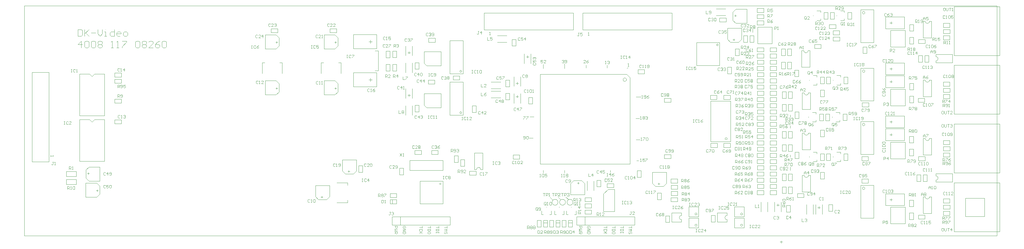
<source format=gto>
*%FSLAX23Y23*%
*%MOIN*%
G01*
D11*
X4105Y9426D02*
X15837D01*
Y6651D02*
X4105D01*
X15837D02*
Y9426D01*
X4105D02*
Y6651D01*
D12*
X8730Y8861D02*
X8760D01*
Y8346D02*
X8730D01*
X10035Y8331D02*
X10065D01*
Y8491D02*
X10035D01*
X10160Y8811D02*
X10190D01*
X13180Y7021D02*
X13210D01*
X13675Y6991D02*
X13705D01*
X13250Y6576D02*
X13220D01*
X10250Y8086D02*
X10205D01*
X11485Y8326D02*
X11540D01*
X11525Y8066D02*
X11480D01*
X11485Y7811D02*
X11530D01*
X11515Y7556D02*
X11490D01*
X10240Y7831D02*
X10195D01*
X8745Y8846D02*
Y8876D01*
Y8361D02*
Y8331D01*
X10050Y8316D02*
Y8346D01*
Y8476D02*
Y8506D01*
X10175Y8796D02*
Y8826D01*
X13195Y7036D02*
Y7006D01*
X13690D02*
Y6976D01*
X13235Y6591D02*
Y6561D01*
X10365Y8671D02*
Y8721D01*
X10620Y8726D02*
Y8671D01*
X10880Y8676D02*
Y8711D01*
X11135D02*
Y8676D01*
X10620Y7441D02*
Y7411D01*
X10365D02*
Y7441D01*
X11175D02*
Y7416D01*
X11375Y8671D02*
X11390Y8686D01*
X10635Y7121D02*
X10670Y7086D01*
X10575D02*
X10545Y7116D01*
X10480Y7081D02*
X10445Y7116D01*
X11550Y8311D02*
X11562D01*
X11556D01*
Y8346D01*
X11557D01*
X11556D02*
X11550Y8340D01*
X11579Y8317D02*
X11585Y8311D01*
X11597D01*
X11602Y8317D01*
Y8340D01*
X11597Y8346D01*
X11585D01*
X11579Y8340D01*
Y8334D01*
X11585Y8328D01*
X11602D01*
X11626Y8340D02*
X11637Y8346D01*
X11626Y8340D02*
X11614Y8328D01*
Y8317D01*
X11620Y8311D01*
X11632D01*
X11637Y8317D01*
Y8323D01*
X11632Y8328D01*
X11614D01*
X11547Y8056D02*
X11535D01*
X11541D02*
X11547D01*
X11541D02*
Y8091D01*
X11542D01*
X11541D02*
X11535Y8085D01*
X11564D02*
X11570Y8091D01*
X11582D01*
X11587Y8085D01*
Y8079D01*
X11582Y8073D01*
X11587Y8068D01*
Y8062D01*
X11582Y8056D01*
X11570D01*
X11564Y8062D01*
Y8068D01*
X11570Y8073D01*
X11564Y8079D01*
Y8085D01*
X11570Y8073D02*
X11582D01*
X11599Y8085D02*
X11605Y8091D01*
X11617D01*
X11622Y8085D01*
Y8079D01*
X11623D01*
X11622D02*
X11623D01*
X11622D02*
X11623D01*
X11622D02*
X11617Y8073D01*
X11611D01*
X11617D01*
X11622Y8068D01*
Y8062D01*
X11617Y8056D01*
X11605D01*
X11599Y8062D01*
X11552Y7801D02*
X11540D01*
X11546D02*
X11552D01*
X11546D02*
Y7836D01*
X11547D01*
X11546D02*
X11540Y7830D01*
X11569Y7836D02*
X11592D01*
Y7830D01*
X11569Y7807D01*
Y7801D01*
X11604Y7830D02*
X11610Y7836D01*
X11622D01*
X11627Y7830D01*
Y7807D01*
X11622Y7801D01*
X11610D01*
X11604Y7807D01*
Y7830D01*
X11547Y7546D02*
X11535D01*
X11541D02*
X11547D01*
X11541D02*
Y7581D01*
X11542D01*
X11541D02*
X11535Y7575D01*
X11564Y7581D02*
X11587D01*
X11564D02*
Y7563D01*
X11576Y7569D01*
X11582D01*
X11587Y7563D01*
Y7552D01*
X11582Y7546D01*
X11570D01*
X11564Y7552D01*
X11599Y7581D02*
X11622D01*
Y7575D01*
X11599Y7552D01*
Y7546D01*
X11142Y7371D02*
X11130D01*
X11136D02*
X11142D01*
X11136D02*
Y7406D01*
X11137D01*
X11136D02*
X11130Y7400D01*
X11177Y7406D02*
Y7371D01*
X11159Y7388D02*
X11177Y7406D01*
X11182Y7388D02*
X11159D01*
X11206Y7400D02*
X11217Y7406D01*
X11206Y7400D02*
X11194Y7388D01*
Y7377D01*
X11200Y7371D01*
X11212D01*
X11217Y7377D01*
Y7383D01*
X11212Y7388D01*
X11194D01*
X10592Y7361D02*
X10580D01*
X10586D02*
X10592D01*
X10586D02*
Y7396D01*
X10587D01*
X10586D02*
X10580Y7390D01*
X10609Y7361D02*
X10621D01*
X10615D01*
Y7396D01*
X10616D01*
X10615D02*
X10609Y7390D01*
X10638D02*
X10644Y7396D01*
X10656D01*
X10662Y7390D01*
Y7384D01*
X10656Y7378D01*
X10662Y7373D01*
Y7367D01*
X10656Y7361D01*
X10644D01*
X10638Y7367D01*
Y7373D01*
X10644Y7378D01*
X10638Y7384D01*
Y7390D01*
X10644Y7378D02*
X10656D01*
X10332Y7361D02*
X10320D01*
X10326D02*
X10332D01*
X10326D02*
Y7396D01*
X10327D01*
X10326D02*
X10320Y7390D01*
X10349D02*
X10355Y7396D01*
X10367D01*
X10372Y7390D01*
Y7367D01*
X10367Y7361D01*
X10355D01*
X10349Y7367D01*
Y7390D01*
X10384Y7396D02*
X10407D01*
X10384D02*
Y7378D01*
X10396Y7384D01*
X10402D01*
X10407Y7378D01*
Y7367D01*
X10402Y7361D01*
X10390D01*
X10384Y7367D01*
X10131Y7816D02*
X10125Y7822D01*
X10131Y7816D02*
X10142D01*
X10148Y7822D01*
Y7845D01*
X10142Y7851D01*
X10131D01*
X10125Y7845D01*
Y7839D01*
X10131Y7833D01*
X10148D01*
X10160Y7845D02*
X10166Y7851D01*
X10177D01*
X10183Y7845D01*
Y7822D01*
X10177Y7816D01*
X10166D01*
X10160Y7822D01*
Y7845D01*
X10148Y8091D02*
X10125D01*
X10148D02*
Y8085D01*
X10125Y8062D01*
Y8056D01*
X10160Y8091D02*
X10183D01*
Y8085D01*
X10160Y8062D01*
Y8056D01*
X11385Y8696D02*
X11397D01*
X11391D01*
Y8731D01*
X11392D01*
X11391D02*
X11385Y8725D01*
X10358Y8771D02*
X10335D01*
Y8753D01*
X10347Y8759D01*
X10352D01*
X10358Y8753D01*
Y8742D01*
X10352Y8736D01*
X10341D01*
X10335Y8742D01*
X10370Y8736D02*
X10393D01*
X10370D02*
X10393Y8759D01*
Y8765D01*
X10387Y8771D01*
X10376D01*
X10370Y8765D01*
X10590D02*
X10596Y8771D01*
X10607D01*
X10613Y8765D01*
Y8759D01*
X10614D01*
X10613D02*
X10614D01*
X10613D02*
X10614D01*
X10613D02*
X10607Y8753D01*
X10602D01*
X10607D01*
X10613Y8748D01*
Y8742D01*
X10607Y8736D01*
X10596D01*
X10590Y8742D01*
X10625D02*
X10631Y8736D01*
X10642D01*
X10648Y8742D01*
Y8765D01*
X10642Y8771D01*
X10631D01*
X10625Y8765D01*
Y8759D01*
X10631Y8753D01*
X10648D01*
X10850Y8736D02*
X10873D01*
X10850D02*
X10873Y8759D01*
Y8765D01*
X10867Y8771D01*
X10856D01*
X10850Y8765D01*
X10897D02*
X10908Y8771D01*
X10897Y8765D02*
X10885Y8753D01*
Y8742D01*
X10891Y8736D01*
X10902D01*
X10908Y8742D01*
Y8748D01*
X10902Y8753D01*
X10885D01*
X11110Y8726D02*
X11122D01*
X11116D01*
Y8761D01*
X11117D01*
X11116D02*
X11110Y8755D01*
X11139D02*
X11145Y8761D01*
X11157D01*
X11162Y8755D01*
Y8749D01*
X11163D01*
X11162D02*
X11163D01*
X11162D02*
X11163D01*
X11162D02*
X11157Y8743D01*
X11151D01*
X11157D01*
X11162Y8738D01*
Y8732D01*
X11157Y8726D01*
X11145D01*
X11139Y8732D01*
X8905Y6766D02*
Y6743D01*
Y6754D01*
X8870D01*
X8905Y6714D02*
X8899Y6708D01*
X8905Y6714D02*
Y6725D01*
X8899Y6731D01*
X8876D01*
X8870Y6725D01*
Y6714D01*
X8876Y6708D01*
X8870Y6696D02*
X8905D01*
X8882D02*
X8870D01*
X8882D02*
X8905Y6673D01*
X8887Y6690D01*
X8870Y6673D01*
X9005Y6743D02*
Y6766D01*
Y6754D02*
Y6743D01*
Y6754D02*
X8970D01*
Y6731D02*
X9005D01*
X8970D02*
Y6714D01*
X8976Y6708D01*
X8999D01*
X9005Y6714D01*
Y6731D01*
Y6690D02*
Y6679D01*
Y6690D02*
X8999Y6696D01*
X8976D01*
X8970Y6690D01*
Y6679D01*
X8976Y6673D01*
X8999D01*
X9005Y6679D01*
X9105Y6743D02*
Y6766D01*
Y6754D02*
Y6743D01*
Y6754D02*
X9070D01*
Y6731D02*
X9105D01*
X9070D02*
Y6714D01*
X9076Y6708D01*
X9099D01*
X9105Y6714D01*
Y6731D01*
Y6696D02*
Y6684D01*
Y6690D01*
X9070D01*
Y6696D01*
Y6684D01*
X9205Y6743D02*
Y6766D01*
Y6754D02*
Y6743D01*
Y6754D02*
X9170D01*
Y6731D02*
X9205D01*
X9193Y6719D01*
X9205Y6708D01*
X9170D01*
X9199Y6673D02*
X9205Y6679D01*
Y6690D01*
X9199Y6696D01*
X9193D01*
X9187Y6690D01*
Y6679D01*
X9182Y6673D01*
X9176D01*
X9170Y6679D01*
Y6690D01*
X9176Y6696D01*
X8705Y6749D02*
X8699Y6743D01*
X8705Y6749D02*
Y6760D01*
X8699Y6766D01*
X8676D01*
X8670Y6760D01*
Y6749D01*
X8676Y6743D01*
X8687D01*
Y6754D01*
X8670Y6731D02*
X8705D01*
X8670Y6708D01*
X8705D01*
Y6696D02*
X8670D01*
Y6679D01*
X8676Y6673D01*
X8699D01*
X8705Y6679D01*
Y6696D01*
X11130Y6743D02*
Y6766D01*
Y6754D02*
Y6743D01*
Y6754D02*
X11095D01*
X11130Y6714D02*
X11124Y6708D01*
X11130Y6714D02*
Y6725D01*
X11124Y6731D01*
X11101D01*
X11095Y6725D01*
Y6714D01*
X11101Y6708D01*
X11095Y6696D02*
X11130D01*
X11107D02*
X11095D01*
X11107D02*
X11130Y6673D01*
X11112Y6690D01*
X11095Y6673D01*
X11230Y6743D02*
Y6766D01*
Y6754D02*
Y6743D01*
Y6754D02*
X11195D01*
Y6731D02*
X11230D01*
X11195D02*
Y6714D01*
X11201Y6708D01*
X11224D01*
X11230Y6714D01*
Y6731D01*
Y6690D02*
Y6679D01*
Y6690D02*
X11224Y6696D01*
X11201D01*
X11195Y6690D01*
Y6679D01*
X11201Y6673D01*
X11224D01*
X11230Y6679D01*
X11330Y6743D02*
Y6766D01*
Y6754D02*
Y6743D01*
Y6754D02*
X11295D01*
Y6731D02*
X11330D01*
X11295D02*
Y6714D01*
X11301Y6708D01*
X11324D01*
X11330Y6714D01*
Y6731D01*
Y6696D02*
Y6684D01*
Y6690D01*
X11295D01*
Y6696D01*
Y6684D01*
X11430Y6743D02*
Y6766D01*
Y6754D02*
Y6743D01*
Y6754D02*
X11395D01*
Y6731D02*
X11430D01*
X11418Y6719D01*
X11430Y6708D01*
X11395D01*
X11424Y6673D02*
X11430Y6679D01*
Y6690D01*
X11424Y6696D01*
X11418D01*
X11412Y6690D01*
Y6679D01*
X11407Y6673D01*
X11401D01*
X11395Y6679D01*
Y6690D01*
X11401Y6696D01*
X10930Y6749D02*
X10924Y6743D01*
X10930Y6749D02*
Y6760D01*
X10924Y6766D01*
X10901D01*
X10895Y6760D01*
Y6749D01*
X10901Y6743D01*
X10912D01*
Y6754D01*
X10895Y6731D02*
X10930D01*
X10895Y6708D01*
X10930D01*
Y6696D02*
X10895D01*
Y6679D01*
X10901Y6673D01*
X10924D01*
X10930Y6679D01*
Y6696D01*
X10830Y6766D02*
X10795D01*
X10830D02*
Y6749D01*
X10824Y6743D01*
X10812D01*
X10807Y6749D01*
Y6766D01*
X10795Y6731D02*
X10830D01*
X10807Y6719D02*
X10795Y6731D01*
X10807Y6719D02*
X10795Y6708D01*
X10830D01*
Y6696D02*
X10795D01*
X10830D02*
Y6679D01*
X10824Y6673D01*
X10812D01*
X10807Y6679D01*
Y6696D01*
Y6684D02*
X10795Y6673D01*
X8605Y6766D02*
X8570D01*
X8605D02*
Y6749D01*
X8599Y6743D01*
X8587D01*
X8582Y6749D01*
Y6766D01*
X8570Y6731D02*
X8605D01*
X8582Y6719D02*
X8570Y6731D01*
X8582Y6719D02*
X8570Y6708D01*
X8605D01*
Y6696D02*
X8570D01*
X8605D02*
Y6679D01*
X8599Y6673D01*
X8587D01*
X8582Y6679D01*
Y6696D01*
Y6684D02*
X8570Y6673D01*
X4456Y7541D02*
X4445D01*
X4450D01*
Y7512D01*
X4445Y7506D01*
X4439D01*
X4433Y7512D01*
X4468Y7506D02*
X4480D01*
X4474D01*
Y7541D01*
X4475D01*
X4474D02*
X4468Y7536D01*
X5077Y7261D02*
X5083Y7255D01*
X5077Y7261D02*
X5066D01*
X5060Y7255D01*
Y7232D01*
X5066Y7226D01*
X5077D01*
X5083Y7232D01*
X5095Y7261D02*
X5118D01*
X5095D02*
Y7243D01*
X5107Y7249D01*
X5112D01*
X5118Y7243D01*
Y7232D01*
X5112Y7226D01*
X5101D01*
X5095Y7232D01*
X5130Y7255D02*
X5136Y7261D01*
X5147D01*
X5153Y7255D01*
Y7232D01*
X5147Y7226D01*
X5136D01*
X5130Y7232D01*
Y7255D01*
X5083Y7410D02*
X5077Y7416D01*
X5066D01*
X5060Y7410D01*
Y7387D01*
X5066Y7381D01*
X5077D01*
X5083Y7387D01*
X5112Y7381D02*
Y7416D01*
X5095Y7398D01*
X5118D01*
X5130Y7387D02*
X5136Y7381D01*
X5147D01*
X5153Y7387D01*
Y7410D01*
X5147Y7416D01*
X5136D01*
X5130Y7410D01*
Y7404D01*
X5136Y7398D01*
X5153D01*
X4625Y7246D02*
Y7211D01*
Y7246D02*
X4642D01*
X4648Y7240D01*
Y7228D01*
X4642Y7223D01*
X4625D01*
X4637D02*
X4648Y7211D01*
X4660D02*
X4672D01*
X4666D01*
Y7246D01*
X4667D01*
X4666D02*
X4660Y7240D01*
X4689D02*
X4695Y7246D01*
X4707D01*
X4712Y7240D01*
Y7217D01*
X4707Y7211D01*
X4695D01*
X4689Y7217D01*
Y7240D01*
X4645Y7451D02*
Y7486D01*
X4662D01*
X4668Y7480D01*
Y7468D01*
X4662Y7463D01*
X4645D01*
X4657D02*
X4668Y7451D01*
X4680D02*
X4692D01*
X4686D01*
Y7486D01*
X4687D01*
X4686D02*
X4680Y7480D01*
X5253Y8665D02*
X5247Y8671D01*
X5236D01*
X5230Y8665D01*
Y8642D01*
X5236Y8636D01*
X5247D01*
X5253Y8642D01*
X5265Y8636D02*
X5277D01*
X5271D01*
Y8671D01*
X5272D01*
X5271D02*
X5265Y8665D01*
X5312Y8671D02*
Y8636D01*
X5294Y8653D02*
X5312Y8671D01*
X5317Y8653D02*
X5294D01*
X5230Y8471D02*
Y8436D01*
Y8471D02*
X5247D01*
X5253Y8465D01*
Y8453D01*
X5247Y8448D01*
X5230D01*
X5242D02*
X5253Y8436D01*
X5265Y8442D02*
X5271Y8436D01*
X5282D01*
X5288Y8442D01*
Y8465D01*
X5282Y8471D01*
X5271D01*
X5265Y8465D01*
Y8459D01*
X5271Y8453D01*
X5288D01*
X5300Y8471D02*
X5323D01*
X5300D02*
Y8453D01*
X5312Y8459D01*
X5317D01*
X5323Y8453D01*
Y8442D01*
X5317Y8436D01*
X5306D01*
X5300Y8442D01*
X5070Y7550D02*
X4770Y7550D01*
X5071D02*
X5070Y8054D01*
X4770D02*
X4770Y7550D01*
X4920Y8024D02*
X4890Y8054D01*
X4920Y8024D02*
X4950Y8054D01*
X5070D01*
X4890D02*
X4770D01*
X4593Y8030D02*
X4581D01*
X4587D02*
X4593D01*
X4587D02*
Y7995D01*
X4581D01*
X4593D01*
X4628Y8030D02*
X4633Y8024D01*
X4628Y8030D02*
X4616D01*
X4610Y8024D01*
Y8001D01*
X4616Y7995D01*
X4628D01*
X4633Y8001D01*
X4645Y7995D02*
X4668D01*
X4645D02*
X4668Y8018D01*
Y8024D01*
X4663Y8030D01*
X4651D01*
X4645Y8024D01*
X5230Y8321D02*
Y8356D01*
X5247D01*
X5253Y8350D01*
Y8338D01*
X5247Y8333D01*
X5230D01*
X5242D02*
X5253Y8321D01*
X5265Y8327D02*
X5271Y8321D01*
X5282D01*
X5288Y8327D01*
Y8350D01*
X5282Y8356D01*
X5271D01*
X5265Y8350D01*
Y8344D01*
X5271Y8338D01*
X5288D01*
X5070Y8100D02*
X4770Y8100D01*
X5071D02*
X5070Y8604D01*
X4770D02*
X4770Y8100D01*
X4920Y8574D02*
X4890Y8604D01*
X4920Y8574D02*
X4950Y8604D01*
X5070D01*
X4890D02*
X4770D01*
X4679Y8660D02*
X4667D01*
X4673D02*
X4679D01*
X4673D02*
Y8625D01*
X4667D01*
X4679D01*
X4714Y8660D02*
X4719Y8654D01*
X4714Y8660D02*
X4702D01*
X4696Y8654D01*
Y8631D01*
X4702Y8625D01*
X4714D01*
X4719Y8631D01*
X4731Y8625D02*
X4743D01*
X4737D01*
Y8660D01*
X4738D01*
X4737D02*
X4731Y8654D01*
X5252Y8106D02*
X5258Y8100D01*
X5252Y8106D02*
X5241D01*
X5235Y8100D01*
Y8077D01*
X5241Y8071D01*
X5252D01*
X5258Y8077D01*
X5270Y8071D02*
X5282D01*
X5276D01*
Y8106D01*
X5277D01*
X5276D02*
X5270Y8100D01*
X5299D02*
X5305Y8106D01*
X5317D01*
X5322Y8100D01*
Y8094D01*
X5323D01*
X5322D02*
X5323D01*
X5322D02*
X5323D01*
X5322D02*
X5317Y8088D01*
X5311D01*
X5317D01*
X5322Y8083D01*
Y8077D01*
X5317Y8071D01*
X5305D01*
X5299Y8077D01*
X7542Y7089D02*
X7548Y7083D01*
X7542Y7089D02*
X7531D01*
X7525Y7083D01*
Y7060D01*
X7531Y7054D01*
X7542D01*
X7548Y7060D01*
X7560Y7054D02*
X7572D01*
X7566D01*
Y7089D01*
X7567D01*
X7566D02*
X7560Y7083D01*
X7589D02*
X7595Y7089D01*
X7607D01*
X7612Y7083D01*
Y7060D01*
X7607Y7054D01*
X7595D01*
X7589Y7060D01*
Y7083D01*
X8176Y7339D02*
X8188D01*
X8182D01*
Y7304D01*
X8176D01*
X8188D01*
X8223Y7339D02*
X8228Y7333D01*
X8223Y7339D02*
X8211D01*
X8205Y7333D01*
Y7310D01*
X8211Y7304D01*
X8223D01*
X8228Y7310D01*
X8258Y7304D02*
Y7339D01*
X8240Y7321D01*
X8263D01*
X7853Y7515D02*
X7847Y7521D01*
X7836D01*
X7830Y7515D01*
Y7492D01*
X7836Y7486D01*
X7847D01*
X7853Y7492D01*
X7865Y7486D02*
X7877D01*
X7871D01*
Y7521D01*
X7872D01*
X7871D02*
X7865Y7515D01*
X7894Y7492D02*
X7900Y7486D01*
X7912D01*
X7917Y7492D01*
Y7515D01*
X7912Y7521D01*
X7900D01*
X7894Y7515D01*
Y7509D01*
X7900Y7503D01*
X7917D01*
X8222Y7521D02*
X8228Y7515D01*
X8222Y7521D02*
X8211D01*
X8205Y7515D01*
Y7492D01*
X8211Y7486D01*
X8222D01*
X8228Y7492D01*
X8240Y7486D02*
X8263D01*
X8240D02*
X8263Y7509D01*
Y7515D01*
X8257Y7521D01*
X8246D01*
X8240Y7515D01*
X8275D02*
X8281Y7521D01*
X8292D01*
X8298Y7515D01*
Y7492D01*
X8292Y7486D01*
X8281D01*
X8275Y7492D01*
Y7515D01*
X8073Y8533D02*
Y8618D01*
X8353D02*
Y8448D01*
X8073D02*
Y8533D01*
Y8618D02*
X8353D01*
Y8448D02*
X8073D01*
X8262Y8426D02*
X8268Y8420D01*
X8262Y8426D02*
X8251D01*
X8245Y8420D01*
Y8397D01*
X8251Y8391D01*
X8262D01*
X8268Y8397D01*
X8280Y8391D02*
X8292D01*
X8286D01*
Y8426D01*
X8287D01*
X8286D02*
X8280Y8420D01*
X8321D02*
X8332Y8426D01*
X8321Y8420D02*
X8309Y8408D01*
Y8397D01*
X8315Y8391D01*
X8327D01*
X8332Y8397D01*
Y8403D01*
X8327Y8408D01*
X8309D01*
X8073Y8993D02*
Y9078D01*
X8353D02*
Y8908D01*
X8073D02*
Y8993D01*
Y9078D02*
X8353D01*
Y8908D02*
X8073D01*
X8452Y9052D02*
X8458Y9046D01*
X8452Y9052D02*
X8440D01*
X8434Y9046D01*
Y9023D01*
X8440Y9017D01*
X8452D01*
X8458Y9023D01*
X8469Y9017D02*
X8481D01*
X8475D01*
Y9052D01*
X8476D01*
X8475D02*
X8469Y9046D01*
X8499Y9052D02*
X8522D01*
X8499D02*
Y9034D01*
X8510Y9040D01*
X8516D01*
X8522Y9034D01*
Y9023D01*
X8516Y9017D01*
X8504D01*
X8499Y9023D01*
X7576Y8948D02*
X7564D01*
X7570D02*
X7576D01*
X7570D02*
Y8913D01*
X7564D01*
X7576D01*
X7611Y8948D02*
X7616Y8942D01*
X7611Y8948D02*
X7599D01*
X7593Y8942D01*
Y8919D01*
X7599Y8913D01*
X7611D01*
X7616Y8919D01*
X7628Y8948D02*
X7651D01*
X7628D02*
Y8930D01*
X7640Y8936D01*
X7646D01*
X7651Y8930D01*
Y8919D01*
X7646Y8913D01*
X7634D01*
X7628Y8919D01*
X6855Y8947D02*
X6843D01*
X6849D02*
X6855D01*
X6849D02*
Y8912D01*
X6843D01*
X6855D01*
X6890Y8947D02*
X6895Y8941D01*
X6890Y8947D02*
X6878D01*
X6872Y8941D01*
Y8918D01*
X6878Y8912D01*
X6890D01*
X6895Y8918D01*
X6919Y8941D02*
X6930Y8947D01*
X6919Y8941D02*
X6907Y8929D01*
Y8918D01*
X6913Y8912D01*
X6925D01*
X6930Y8918D01*
Y8924D01*
X6925Y8929D01*
X6907D01*
X7642Y8516D02*
X7648Y8510D01*
X7642Y8516D02*
X7631D01*
X7625Y8510D01*
Y8487D01*
X7631Y8481D01*
X7642D01*
X7648Y8487D01*
X7660Y8481D02*
X7672D01*
X7666D01*
Y8516D01*
X7667D01*
X7666D02*
X7660Y8510D01*
X7689Y8481D02*
X7701D01*
X7695D01*
Y8516D01*
X7696D01*
X7695D02*
X7689Y8510D01*
X6923Y8515D02*
X6917Y8521D01*
X6906D01*
X6900Y8515D01*
Y8492D01*
X6906Y8486D01*
X6917D01*
X6923Y8492D01*
X6935Y8486D02*
X6947D01*
X6941D01*
Y8521D01*
X6942D01*
X6941D02*
X6935Y8515D01*
X6964Y8486D02*
X6987D01*
X6964D02*
X6987Y8509D01*
Y8515D01*
X6982Y8521D01*
X6970D01*
X6964Y8515D01*
X7637Y9076D02*
X7643Y9070D01*
X7637Y9076D02*
X7626D01*
X7620Y9070D01*
Y9047D01*
X7626Y9041D01*
X7637D01*
X7643Y9047D01*
X7655Y9041D02*
X7678D01*
X7655D02*
X7678Y9064D01*
Y9070D01*
X7672Y9076D01*
X7661D01*
X7655Y9070D01*
X7690Y9041D02*
X7702D01*
X7696D01*
Y9076D01*
X7697D01*
X7696D02*
X7690Y9070D01*
X7783Y9205D02*
X7777Y9211D01*
X7766D01*
X7760Y9205D01*
Y9182D01*
X7766Y9176D01*
X7777D01*
X7783Y9182D01*
X7795Y9176D02*
X7818D01*
X7795D02*
X7818Y9199D01*
Y9205D01*
X7812Y9211D01*
X7801D01*
X7795Y9205D01*
X7830Y9176D02*
X7853D01*
X7830D02*
X7853Y9199D01*
Y9205D01*
X7847Y9211D01*
X7836D01*
X7830Y9205D01*
X6918Y9070D02*
X6912Y9076D01*
X6901D01*
X6895Y9070D01*
Y9047D01*
X6901Y9041D01*
X6912D01*
X6918Y9047D01*
X6930Y9041D02*
X6953D01*
X6930D02*
X6953Y9064D01*
Y9070D01*
X6947Y9076D01*
X6936D01*
X6930Y9070D01*
X6982Y9076D02*
Y9041D01*
X6965Y9058D02*
X6982Y9076D01*
X6988Y9058D02*
X6965D01*
X7073Y9205D02*
X7067Y9211D01*
X7056D01*
X7050Y9205D01*
Y9182D01*
X7056Y9176D01*
X7067D01*
X7073Y9182D01*
X7085Y9176D02*
X7108D01*
X7085D02*
X7108Y9199D01*
Y9205D01*
X7102Y9211D01*
X7091D01*
X7085Y9205D01*
X7120D02*
X7126Y9211D01*
X7137D01*
X7143Y9205D01*
Y9199D01*
X7144D01*
X7143D02*
X7144D01*
X7143D02*
X7144D01*
X7143D02*
X7137Y9193D01*
X7132D01*
X7137D01*
X7143Y9188D01*
Y9182D01*
X7137Y9176D01*
X7126D01*
X7120Y9182D01*
X9558Y7451D02*
X9558Y7454D01*
X9559Y7457D01*
X9560Y7461D01*
X9561Y7464D01*
X9563Y7466D01*
X9565Y7469D01*
X9568Y7471D01*
X9570Y7473D01*
X9573Y7474D01*
X9577Y7475D01*
X9580Y7476D01*
X9583Y7476D01*
X9586Y7476D01*
X9589Y7475D01*
X9593Y7474D01*
X9596Y7473D01*
X9598Y7471D01*
X9601Y7469D01*
X9603Y7466D01*
X9605Y7464D01*
X9606Y7461D01*
X9607Y7457D01*
X9608Y7454D01*
X9608Y7451D01*
X9633D02*
Y7651D01*
X9533D02*
Y7451D01*
X9608D02*
X9633D01*
X9558D02*
X9533D01*
Y7651D02*
X9633D01*
X9755Y7546D02*
X9767D01*
X9761D01*
Y7511D01*
X9755D01*
X9767D01*
X9802Y7546D02*
X9807Y7540D01*
X9802Y7546D02*
X9790D01*
X9784Y7540D01*
Y7517D01*
X9790Y7511D01*
X9802D01*
X9807Y7517D01*
X9819Y7540D02*
X9825Y7546D01*
X9837D01*
X9842Y7540D01*
Y7534D01*
X9843D01*
X9842D02*
X9843D01*
X9842D02*
X9843D01*
X9842D02*
X9837Y7528D01*
X9831D01*
X9837D01*
X9842Y7523D01*
Y7517D01*
X9837Y7511D01*
X9825D01*
X9819Y7517D01*
X8375Y7156D02*
Y7121D01*
Y7156D02*
X8392D01*
X8398Y7150D01*
Y7138D01*
X8392Y7133D01*
X8375D01*
X8387D02*
X8398Y7121D01*
X8410Y7150D02*
X8416Y7156D01*
X8427D01*
X8433Y7150D01*
Y7144D01*
X8427Y7138D01*
X8433Y7133D01*
Y7127D01*
X8427Y7121D01*
X8416D01*
X8410Y7127D01*
Y7133D01*
X8416Y7138D01*
X8410Y7144D01*
Y7150D01*
X8416Y7138D02*
X8427D01*
X8445Y7156D02*
X8468D01*
Y7150D01*
X8445Y7127D01*
Y7121D01*
X8545Y7085D02*
Y7037D01*
X8595Y7037D02*
Y7085D01*
X8516D02*
Y7037D01*
X8516Y7037D02*
X8595D01*
Y7085D02*
X8516D01*
X8415Y7081D02*
Y7046D01*
X8432D01*
X8438Y7052D01*
Y7075D01*
X8432Y7081D01*
X8415D01*
X8450Y7046D02*
X8462D01*
X8456D01*
Y7081D01*
X8457D01*
X8456D02*
X8450Y7075D01*
X9617Y7416D02*
X9623Y7410D01*
X9617Y7416D02*
X9606D01*
X9600Y7410D01*
Y7387D01*
X9606Y7381D01*
X9617D01*
X9623Y7387D01*
X9635Y7381D02*
X9647D01*
X9641D01*
Y7416D01*
X9642D01*
X9641D02*
X9635Y7410D01*
X9664Y7416D02*
X9687D01*
Y7410D01*
X9664Y7387D01*
Y7381D01*
X9335Y7411D02*
Y7446D01*
X9352D01*
X9358Y7440D01*
Y7428D01*
X9352Y7423D01*
X9335D01*
X9347D02*
X9358Y7411D01*
X9370Y7417D02*
X9376Y7411D01*
X9387D01*
X9393Y7417D01*
Y7440D01*
X9387Y7446D01*
X9376D01*
X9370Y7440D01*
Y7434D01*
X9376Y7428D01*
X9393D01*
X9405Y7411D02*
X9428D01*
X9405D02*
X9428Y7434D01*
Y7440D01*
X9422Y7446D01*
X9411D01*
X9405Y7440D01*
X9250Y7661D02*
Y7696D01*
X9267D01*
X9273Y7690D01*
Y7678D01*
X9267Y7673D01*
X9250D01*
X9262D02*
X9273Y7661D01*
X9285Y7667D02*
X9291Y7661D01*
X9302D01*
X9308Y7667D01*
Y7690D01*
X9302Y7696D01*
X9291D01*
X9285Y7690D01*
Y7684D01*
X9291Y7678D01*
X9308D01*
X9320Y7690D02*
X9326Y7696D01*
X9337D01*
X9343Y7690D01*
Y7684D01*
X9344D01*
X9343D02*
X9344D01*
X9343D02*
X9344D01*
X9343D02*
X9337Y7678D01*
X9332D01*
X9337D01*
X9343Y7673D01*
Y7667D01*
X9337Y7661D01*
X9326D01*
X9320Y7667D01*
X9167Y7371D02*
X9155D01*
X9161D02*
X9167D01*
X9161D02*
Y7336D01*
X9155D01*
X9167D01*
X9202Y7371D02*
X9207Y7365D01*
X9202Y7371D02*
X9190D01*
X9184Y7365D01*
Y7342D01*
X9190Y7336D01*
X9202D01*
X9207Y7342D01*
X9219Y7365D02*
X9225Y7371D01*
X9237D01*
X9242Y7365D01*
Y7359D01*
X9237Y7353D01*
X9242Y7348D01*
Y7342D01*
X9237Y7336D01*
X9225D01*
X9219Y7342D01*
Y7348D01*
X9225Y7353D01*
X9219Y7359D01*
Y7365D01*
X9225Y7353D02*
X9237D01*
X8523Y6936D02*
X8512D01*
X8517D01*
Y6907D01*
X8512Y6901D01*
X8506D01*
X8500Y6907D01*
X8535Y6930D02*
X8541Y6936D01*
X8552D01*
X8558Y6930D01*
Y6924D01*
X8559D01*
X8558D02*
X8559D01*
X8558D02*
X8559D01*
X8558D02*
X8552Y6918D01*
X8547D01*
X8552D01*
X8558Y6913D01*
Y6907D01*
X8552Y6901D01*
X8541D01*
X8535Y6907D01*
X8809Y7732D02*
X8803Y7738D01*
X8791D01*
X8786Y7732D01*
Y7709D01*
X8791Y7703D01*
X8803D01*
X8809Y7709D01*
X8821Y7703D02*
X8844D01*
X8821D02*
X8844Y7726D01*
Y7732D01*
X8838Y7738D01*
X8826D01*
X8821Y7732D01*
X8856D02*
X8861Y7738D01*
X8873D01*
X8879Y7732D01*
Y7726D01*
X8873Y7720D01*
X8879Y7714D01*
Y7709D01*
X8873Y7703D01*
X8861D01*
X8856Y7709D01*
Y7714D01*
X8861Y7720D01*
X8856Y7726D01*
Y7732D01*
X8861Y7720D02*
X8873D01*
X9038Y7738D02*
X9044Y7732D01*
X9038Y7738D02*
X9026D01*
X9021Y7732D01*
Y7709D01*
X9026Y7703D01*
X9038D01*
X9044Y7709D01*
X9056Y7732D02*
X9061Y7738D01*
X9073D01*
X9079Y7732D01*
Y7726D01*
X9080D01*
X9079D02*
X9080D01*
X9079D02*
X9080D01*
X9079D02*
X9073Y7720D01*
X9067D01*
X9073D01*
X9079Y7714D01*
Y7709D01*
X9073Y7703D01*
X9061D01*
X9056Y7709D01*
X9102Y7732D02*
X9114Y7738D01*
X9102Y7732D02*
X9091Y7720D01*
Y7709D01*
X9096Y7703D01*
X9108D01*
X9114Y7709D01*
Y7714D01*
X9108Y7720D01*
X9091D01*
X8534Y7492D02*
X8528Y7498D01*
X8516D01*
X8511Y7492D01*
Y7469D01*
X8516Y7463D01*
X8528D01*
X8534Y7469D01*
X8546Y7463D02*
X8569D01*
X8546D02*
X8569Y7486D01*
Y7492D01*
X8563Y7498D01*
X8551D01*
X8546Y7492D01*
X8581Y7469D02*
X8586Y7463D01*
X8598D01*
X8604Y7469D01*
Y7492D01*
X8598Y7498D01*
X8586D01*
X8581Y7492D01*
Y7486D01*
X8586Y7480D01*
X8604D01*
X8658Y7611D02*
X8635Y7646D01*
X8658D02*
X8635Y7611D01*
X8670D02*
X8682D01*
X8676D01*
Y7646D01*
X8677D01*
X8676D02*
X8670Y7640D01*
X8718Y9025D02*
X8712Y9031D01*
X8701D01*
X8695Y9025D01*
Y9002D01*
X8701Y8996D01*
X8712D01*
X8718Y9002D01*
X8730Y9025D02*
X8736Y9031D01*
X8747D01*
X8753Y9025D01*
Y9019D01*
X8754D01*
X8753D02*
X8754D01*
X8753D02*
X8754D01*
X8753D02*
X8747Y9013D01*
X8742D01*
X8747D01*
X8753Y9008D01*
Y9002D01*
X8747Y8996D01*
X8736D01*
X8730Y9002D01*
X8765Y9031D02*
X8788D01*
Y9025D01*
X8765Y9002D01*
Y8996D01*
X8622Y8456D02*
X8628Y8450D01*
X8622Y8456D02*
X8611D01*
X8605Y8450D01*
Y8427D01*
X8611Y8421D01*
X8622D01*
X8628Y8427D01*
X8657Y8421D02*
Y8456D01*
X8640Y8438D01*
X8663D01*
X8675Y8421D02*
X8687D01*
X8681D01*
Y8456D01*
X8682D01*
X8681D02*
X8675Y8450D01*
X9502Y8649D02*
X9514D01*
X9508D01*
Y8614D01*
X9502D01*
X9514D01*
X9549Y8649D02*
X9554Y8643D01*
X9549Y8649D02*
X9537D01*
X9531Y8643D01*
Y8620D01*
X9537Y8614D01*
X9549D01*
X9554Y8620D01*
X9566Y8614D02*
X9578D01*
X9572D01*
Y8649D01*
X9573D01*
X9572D02*
X9566Y8643D01*
X9595D02*
X9601Y8649D01*
X9613D01*
X9619Y8643D01*
Y8620D01*
X9613Y8614D01*
X9601D01*
X9595Y8620D01*
Y8643D01*
X8005Y8833D02*
X7993D01*
X7999D02*
X8005D01*
X7999D02*
Y8798D01*
X7993D01*
X8005D01*
X8040Y8833D02*
X8045Y8827D01*
X8040Y8833D02*
X8028D01*
X8022Y8827D01*
Y8804D01*
X8028Y8798D01*
X8040D01*
X8045Y8804D01*
X8057Y8833D02*
X8080D01*
Y8827D01*
X8057Y8804D01*
Y8798D01*
X8980Y8611D02*
X8992D01*
X8986D01*
Y8576D01*
X8980D01*
X8992D01*
X9027Y8611D02*
X9032Y8605D01*
X9027Y8611D02*
X9015D01*
X9009Y8605D01*
Y8582D01*
X9015Y8576D01*
X9027D01*
X9032Y8582D01*
X9044D02*
X9050Y8576D01*
X9062D01*
X9067Y8582D01*
Y8605D01*
X9062Y8611D01*
X9050D01*
X9044Y8605D01*
Y8599D01*
X9050Y8593D01*
X9067D01*
X9598Y8153D02*
X9604Y8147D01*
X9598Y8153D02*
X9586D01*
X9581Y8147D01*
Y8124D01*
X9586Y8118D01*
X9598D01*
X9604Y8124D01*
X9633Y8118D02*
Y8153D01*
X9616Y8135D01*
X9639D01*
X9651Y8118D02*
X9674D01*
X9651D02*
X9674Y8141D01*
Y8147D01*
X9668Y8153D01*
X9656D01*
X9651Y8147D01*
X9392Y8084D02*
X9380D01*
X9386D02*
X9392D01*
X9386D02*
Y8049D01*
X9380D01*
X9392D01*
X9427Y8084D02*
X9432Y8078D01*
X9427Y8084D02*
X9415D01*
X9409Y8078D01*
Y8055D01*
X9415Y8049D01*
X9427D01*
X9432Y8055D01*
X9444Y8049D02*
X9456D01*
X9450D01*
Y8084D01*
X9451D01*
X9450D02*
X9444Y8078D01*
X9473Y8049D02*
X9497D01*
X9473D02*
X9497Y8072D01*
Y8078D01*
X9491Y8084D01*
X9479D01*
X9473Y8078D01*
X9159Y8567D02*
X9153Y8573D01*
X9141D01*
X9136Y8567D01*
Y8544D01*
X9141Y8538D01*
X9153D01*
X9159Y8544D01*
X9171Y8567D02*
X9176Y8573D01*
X9188D01*
X9194Y8567D01*
Y8561D01*
X9195D01*
X9194D02*
X9195D01*
X9194D02*
X9195D01*
X9194D02*
X9188Y8555D01*
X9182D01*
X9188D01*
X9194Y8549D01*
Y8544D01*
X9188Y8538D01*
X9176D01*
X9171Y8544D01*
X9206Y8567D02*
X9211Y8573D01*
X9223D01*
X9229Y8567D01*
Y8561D01*
X9223Y8555D01*
X9229Y8549D01*
Y8544D01*
X9223Y8538D01*
X9211D01*
X9206Y8544D01*
Y8549D01*
X9211Y8555D01*
X9206Y8561D01*
Y8567D01*
X9211Y8555D02*
X9223D01*
X8974Y9092D02*
X8968Y9098D01*
X8956D01*
X8951Y9092D01*
Y9069D01*
X8956Y9063D01*
X8968D01*
X8974Y9069D01*
X8986Y9092D02*
X8991Y9098D01*
X9003D01*
X9009Y9092D01*
Y9086D01*
X9010D01*
X9009D02*
X9010D01*
X9009D02*
X9010D01*
X9009D02*
X9003Y9080D01*
X8997D01*
X9003D01*
X9009Y9074D01*
Y9069D01*
X9003Y9063D01*
X8991D01*
X8986Y9069D01*
X9021D02*
X9026Y9063D01*
X9038D01*
X9044Y9069D01*
Y9092D01*
X9038Y9098D01*
X9026D01*
X9021Y9092D01*
Y9086D01*
X9026Y9080D01*
X9044D01*
X8857Y8536D02*
X8863Y8530D01*
X8857Y8536D02*
X8846D01*
X8840Y8530D01*
Y8507D01*
X8846Y8501D01*
X8857D01*
X8863Y8507D01*
X8892Y8501D02*
Y8536D01*
X8875Y8518D01*
X8898D01*
X8927Y8501D02*
Y8536D01*
X8910Y8518D01*
X8933D01*
X9615Y8376D02*
Y8341D01*
X9638D01*
X9662Y8370D02*
X9673Y8376D01*
X9662Y8370D02*
X9650Y8358D01*
Y8347D01*
X9656Y8341D01*
X9667D01*
X9673Y8347D01*
Y8353D01*
X9667Y8358D01*
X9650D01*
X9615Y8446D02*
Y8481D01*
Y8446D02*
X9638D01*
X9650D02*
X9673D01*
X9650D02*
X9673Y8469D01*
Y8475D01*
X9667Y8481D01*
X9656D01*
X9650Y8475D01*
X8987Y8101D02*
X8975D01*
X8981D02*
X8987D01*
X8981D02*
Y8066D01*
X8975D01*
X8987D01*
X9022Y8101D02*
X9027Y8095D01*
X9022Y8101D02*
X9010D01*
X9004Y8095D01*
Y8072D01*
X9010Y8066D01*
X9022D01*
X9027Y8072D01*
X9039Y8066D02*
X9051D01*
X9045D01*
Y8101D01*
X9046D01*
X9045D02*
X9039Y8095D01*
X9068Y8066D02*
X9080D01*
X9074D01*
Y8101D01*
X9075D01*
X9074D02*
X9068Y8095D01*
X9577Y9119D02*
X9588D01*
X9582D02*
X9577D01*
X9582D02*
Y9090D01*
X9577Y9084D01*
X9571D01*
X9565Y9090D01*
X9617Y9084D02*
Y9119D01*
X9600Y9102D01*
X9623D01*
X9690Y9046D02*
Y9011D01*
X9713D01*
X9725Y9046D02*
X9748D01*
X9725D02*
Y9028D01*
X9737Y9034D01*
X9742D01*
X9748Y9028D01*
Y9017D01*
X9742Y9011D01*
X9731D01*
X9725Y9017D01*
X8460Y8596D02*
Y8561D01*
Y8596D02*
X8477D01*
X8483Y8590D01*
Y8578D01*
X8477Y8573D01*
X8460D01*
X8472D02*
X8483Y8561D01*
X8495D02*
X8518D01*
X8495D02*
X8518Y8584D01*
Y8590D01*
X8512Y8596D01*
X8501D01*
X8495Y8590D01*
X8453Y8955D02*
X8447Y8961D01*
X8436D01*
X8430Y8955D01*
Y8932D01*
X8436Y8926D01*
X8447D01*
X8453Y8932D01*
X8465Y8926D02*
X8488D01*
X8465D02*
X8488Y8949D01*
Y8955D01*
X8482Y8961D01*
X8471D01*
X8465Y8955D01*
X8500Y8961D02*
X8523D01*
Y8955D01*
X8500Y8932D01*
Y8926D01*
X8670Y8571D02*
Y8536D01*
X8693D01*
X8705Y8571D02*
X8728D01*
Y8565D01*
X8705Y8542D01*
Y8536D01*
X8622Y8162D02*
Y8127D01*
X8645D01*
X8657Y8156D02*
X8663Y8162D01*
X8674D01*
X8680Y8156D01*
Y8150D01*
X8674Y8144D01*
X8680Y8139D01*
Y8133D01*
X8674Y8127D01*
X8663D01*
X8657Y8133D01*
Y8139D01*
X8663Y8144D01*
X8657Y8150D01*
Y8156D01*
X8663Y8144D02*
X8674D01*
X8833Y8610D02*
X8827Y8616D01*
X8816D01*
X8810Y8610D01*
Y8587D01*
X8816Y8581D01*
X8827D01*
X8833Y8587D01*
X8862Y8581D02*
Y8616D01*
X8845Y8598D01*
X8868D01*
X8880Y8610D02*
X8886Y8616D01*
X8897D01*
X8903Y8610D01*
Y8587D01*
X8897Y8581D01*
X8886D01*
X8880Y8587D01*
Y8610D01*
X8832Y8101D02*
X8838Y8095D01*
X8832Y8101D02*
X8821D01*
X8815Y8095D01*
Y8072D01*
X8821Y8066D01*
X8832D01*
X8838Y8072D01*
X8867Y8066D02*
Y8101D01*
X8850Y8083D01*
X8873D01*
X8885Y8095D02*
X8891Y8101D01*
X8902D01*
X8908Y8095D01*
Y8089D01*
X8909D01*
X8908D02*
X8909D01*
X8908D02*
X8909D01*
X8908D02*
X8902Y8083D01*
X8897D01*
X8902D01*
X8908Y8078D01*
Y8072D01*
X8902Y8066D01*
X8891D01*
X8885Y8072D01*
X8560Y8926D02*
Y8961D01*
X8577D01*
X8583Y8955D01*
Y8943D01*
X8577Y8938D01*
X8560D01*
X8572D02*
X8583Y8926D01*
X8595Y8955D02*
X8601Y8961D01*
X8612D01*
X8618Y8955D01*
Y8949D01*
X8619D01*
X8618D02*
X8619D01*
X8618D02*
X8619D01*
X8618D02*
X8612Y8943D01*
X8607D01*
X8612D01*
X8618Y8938D01*
Y8932D01*
X8612Y8926D01*
X8601D01*
X8595Y8932D01*
X8555Y8596D02*
Y8561D01*
Y8596D02*
X8572D01*
X8578Y8590D01*
Y8578D01*
X8572Y8573D01*
X8555D01*
X8567D02*
X8578Y8561D01*
X8607D02*
Y8596D01*
X8590Y8578D01*
X8613D01*
X10008Y7553D02*
X10014Y7547D01*
X10008Y7553D02*
X9996D01*
X9991Y7547D01*
Y7524D01*
X9996Y7518D01*
X10008D01*
X10014Y7524D01*
X10026Y7518D02*
X10037D01*
X10031D01*
Y7553D01*
X10032D01*
X10031D02*
X10026Y7547D01*
X10055D02*
X10061Y7553D01*
X10072D01*
X10078Y7547D01*
Y7524D01*
X10072Y7518D01*
X10061D01*
X10055Y7524D01*
Y7547D01*
X10090Y7518D02*
X10113D01*
X10090D02*
X10113Y7541D01*
Y7547D01*
X10107Y7553D01*
X10096D01*
X10090Y7547D01*
X11028Y7438D02*
X11034Y7432D01*
X11028Y7438D02*
X11016D01*
X11011Y7432D01*
Y7409D01*
X11016Y7403D01*
X11028D01*
X11034Y7409D01*
X11063Y7403D02*
Y7438D01*
X11046Y7420D01*
X11069D01*
X11081Y7438D02*
X11104D01*
X11081D02*
Y7420D01*
X11092Y7426D01*
X11098D01*
X11104Y7420D01*
Y7409D01*
X11098Y7403D01*
X11086D01*
X11081Y7409D01*
X10658Y7323D02*
X10652Y7329D01*
X10641D01*
X10635Y7323D01*
Y7300D01*
X10641Y7294D01*
X10652D01*
X10658Y7300D01*
X10670D02*
X10676Y7294D01*
X10687D01*
X10693Y7300D01*
Y7323D01*
X10687Y7329D01*
X10676D01*
X10670Y7323D01*
Y7317D01*
X10676Y7311D01*
X10693D01*
X10910Y7366D02*
Y7401D01*
Y7366D02*
X10933D01*
X10962D02*
Y7401D01*
X10945Y7383D01*
X10968D01*
X11123Y7338D02*
X11129Y7332D01*
X11123Y7338D02*
X11111D01*
X11106Y7332D01*
Y7309D01*
X11111Y7303D01*
X11123D01*
X11129Y7309D01*
X11141Y7338D02*
X11164D01*
X11141D02*
Y7320D01*
X11152Y7326D01*
X11158D01*
X11164Y7320D01*
Y7309D01*
X11158Y7303D01*
X11146D01*
X11141Y7309D01*
X11176Y7303D02*
X11199D01*
X11176D02*
X11199Y7326D01*
Y7332D01*
X11193Y7338D01*
X11181D01*
X11176Y7332D01*
X11011Y6928D02*
Y6893D01*
Y6928D02*
X11028D01*
X11034Y6922D01*
Y6910D01*
X11028Y6904D01*
X11011D01*
X11022D02*
X11034Y6893D01*
X11046D02*
X11057D01*
X11051D01*
Y6928D01*
X11052D01*
X11051D02*
X11046Y6922D01*
X11075Y6893D02*
X11098D01*
X11075D02*
X11098Y6916D01*
Y6922D01*
X11092Y6928D01*
X11081D01*
X11075Y6922D01*
X10818Y6917D02*
X10783D01*
Y6934D01*
X10789Y6940D01*
X10801D01*
X10807Y6934D01*
Y6917D01*
Y6928D02*
X10818Y6940D01*
Y6952D02*
Y6963D01*
Y6957D01*
X10783D01*
X10784D01*
X10783D02*
X10789Y6952D01*
X10783Y6998D02*
X10818D01*
X10801Y6981D02*
X10783Y6998D01*
X10801Y7004D02*
Y6981D01*
X10731Y7068D02*
Y7103D01*
X10748D01*
X10754Y7097D01*
Y7085D01*
X10748Y7079D01*
X10731D01*
X10742D02*
X10754Y7068D01*
X10766D02*
X10777D01*
X10771D01*
Y7103D01*
X10772D01*
X10771D02*
X10766Y7097D01*
X10795D02*
X10801Y7103D01*
X10812D01*
X10818Y7097D01*
Y7091D01*
X10819D01*
X10818D02*
X10819D01*
X10818D02*
X10819D01*
X10818D02*
X10812Y7085D01*
X10806D01*
X10812D01*
X10818Y7079D01*
Y7074D01*
X10812Y7068D01*
X10801D01*
X10795Y7074D01*
X11418Y6941D02*
X11429D01*
X11423D02*
X11418D01*
X11423D02*
Y6912D01*
X11418Y6906D01*
X11412D01*
X11406Y6912D01*
X11441Y6906D02*
X11464D01*
X11441D02*
X11464Y6929D01*
Y6935D01*
X11458Y6941D01*
X11447D01*
X11441Y6935D01*
X10297Y6962D02*
Y6985D01*
X10291Y6991D01*
X10280D01*
X10274Y6985D01*
Y6962D01*
X10280Y6956D01*
X10291D01*
X10297D02*
X10286Y6968D01*
X10291Y6956D02*
X10297Y6962D01*
X10309D02*
X10315Y6956D01*
X10326D01*
X10332Y6962D01*
Y6985D01*
X10326Y6991D01*
X10315D01*
X10309Y6985D01*
Y6979D01*
X10315Y6973D01*
X10332D01*
X10397Y7027D02*
Y7050D01*
X10391Y7056D01*
X10380D01*
X10374Y7050D01*
Y7027D01*
X10380Y7021D01*
X10391D01*
X10397D02*
X10386Y7033D01*
X10391Y7021D02*
X10397Y7027D01*
X10409Y7021D02*
X10421D01*
X10415D01*
Y7056D01*
X10416D01*
X10415D02*
X10409Y7050D01*
X10438D02*
X10444Y7056D01*
X10456D01*
X10461Y7050D01*
Y7027D01*
X10456Y7021D01*
X10444D01*
X10438Y7027D01*
Y7050D01*
X10757D02*
Y7027D01*
Y7050D02*
X10751Y7056D01*
X10740D01*
X10734Y7050D01*
Y7027D01*
X10740Y7021D01*
X10751D01*
X10757D02*
X10746Y7033D01*
X10751Y7021D02*
X10757Y7027D01*
X10769Y7021D02*
X10781D01*
X10775D01*
Y7056D01*
X10776D01*
X10775D02*
X10769Y7050D01*
X10798Y7021D02*
X10810D01*
X10804D01*
Y7056D01*
X10805D01*
X10804D02*
X10798Y7050D01*
X10172Y6768D02*
Y6733D01*
Y6768D02*
X10190D01*
X10196Y6762D01*
Y6750D01*
X10190Y6745D01*
X10172D01*
X10184D02*
X10196Y6733D01*
X10207Y6762D02*
X10213Y6768D01*
X10225D01*
X10231Y6762D01*
Y6756D01*
X10225Y6750D01*
X10231Y6745D01*
Y6739D01*
X10225Y6733D01*
X10213D01*
X10207Y6739D01*
Y6745D01*
X10213Y6750D01*
X10207Y6756D01*
Y6762D01*
X10213Y6750D02*
X10225D01*
X10242Y6762D02*
X10248Y6768D01*
X10260D01*
X10266Y6762D01*
Y6756D01*
X10260Y6750D01*
X10266Y6745D01*
Y6739D01*
X10260Y6733D01*
X10248D01*
X10242Y6739D01*
Y6745D01*
X10248Y6750D01*
X10242Y6756D01*
Y6762D01*
X10248Y6750D02*
X10260D01*
X10572Y6713D02*
Y6678D01*
Y6713D02*
X10590D01*
X10596Y6707D01*
Y6695D01*
X10590Y6690D01*
X10572D01*
X10584D02*
X10596Y6678D01*
X10607Y6684D02*
X10613Y6678D01*
X10625D01*
X10631Y6684D01*
Y6707D01*
X10625Y6713D01*
X10613D01*
X10607Y6707D01*
Y6701D01*
X10613Y6695D01*
X10631D01*
X10642Y6707D02*
X10648Y6713D01*
X10660D01*
X10666Y6707D01*
Y6684D01*
X10660Y6678D01*
X10648D01*
X10642Y6684D01*
Y6707D01*
X10378Y6713D02*
Y6678D01*
Y6713D02*
X10395D01*
X10401Y6707D01*
Y6695D01*
X10395Y6690D01*
X10378D01*
X10389D02*
X10401Y6678D01*
X10412Y6707D02*
X10418Y6713D01*
X10430D01*
X10436Y6707D01*
Y6701D01*
X10430Y6695D01*
X10436Y6690D01*
Y6684D01*
X10430Y6678D01*
X10418D01*
X10412Y6684D01*
Y6690D01*
X10418Y6695D01*
X10412Y6701D01*
Y6707D01*
X10418Y6695D02*
X10430D01*
X10447Y6684D02*
X10453Y6678D01*
X10465D01*
X10471Y6684D01*
Y6707D01*
X10465Y6713D01*
X10453D01*
X10447Y6707D01*
Y6701D01*
X10453Y6695D01*
X10471D01*
X10414Y6756D02*
Y6835D01*
X10366D02*
Y6756D01*
X10366Y6835D02*
X10414D01*
Y6756D02*
X10366D01*
X10366Y6806D02*
X10414D01*
X10298Y6713D02*
Y6678D01*
X10315D01*
X10321Y6684D01*
Y6707D01*
X10315Y6713D01*
X10298D01*
X10332Y6678D02*
X10356D01*
X10332D02*
X10356Y6701D01*
Y6707D01*
X10350Y6713D01*
X10338D01*
X10332Y6707D01*
X10714Y6756D02*
Y6835D01*
X10666D02*
Y6756D01*
X10666Y6835D02*
X10714D01*
Y6756D02*
X10666D01*
X10666Y6806D02*
X10714D01*
X10682Y6713D02*
Y6678D01*
X10700D01*
X10706Y6684D01*
Y6707D01*
X10700Y6713D01*
X10682D01*
X10735D02*
Y6678D01*
X10717Y6695D02*
X10735Y6713D01*
X10741Y6695D02*
X10717D01*
X10564Y6756D02*
Y6835D01*
X10516D02*
Y6756D01*
X10516Y6835D02*
X10564D01*
Y6756D02*
X10516D01*
X10516Y6806D02*
X10564D01*
X10488Y6713D02*
Y6678D01*
X10505D01*
X10511Y6684D01*
Y6707D01*
X10505Y6713D01*
X10488D01*
X10522Y6707D02*
X10528Y6713D01*
X10540D01*
X10546Y6707D01*
Y6701D01*
X10547D01*
X10546D02*
X10547D01*
X10546D02*
X10547D01*
X10546D02*
X10540Y6695D01*
X10534D01*
X10540D01*
X10546Y6690D01*
Y6684D01*
X10540Y6678D01*
X10528D01*
X10522Y6684D01*
X10386Y7163D02*
X10362D01*
X10374D02*
X10386D01*
X10374D02*
Y7128D01*
X10397D02*
Y7163D01*
X10415D01*
X10421Y7158D01*
Y7146D01*
X10415Y7140D01*
X10397D01*
X10432Y7128D02*
X10444D01*
X10438D01*
Y7163D01*
X10439D01*
X10438D02*
X10432Y7158D01*
X10582Y7163D02*
X10606D01*
X10594D01*
Y7128D01*
X10617D02*
Y7163D01*
X10635D01*
X10641Y7158D01*
Y7146D01*
X10635Y7140D01*
X10617D01*
X10652Y7158D02*
X10658Y7163D01*
X10670D01*
X10676Y7158D01*
Y7152D01*
X10677D01*
X10676D02*
X10677D01*
X10676D02*
X10677D01*
X10676D02*
X10670Y7146D01*
X10664D01*
X10670D01*
X10676Y7140D01*
Y7134D01*
X10670Y7128D01*
X10658D01*
X10652Y7134D01*
X11314Y7068D02*
X11326D01*
X11320D01*
Y7033D01*
X11314D01*
X11326D01*
X11361Y7068D02*
X11367Y7062D01*
X11361Y7068D02*
X11349D01*
X11343Y7062D01*
Y7039D01*
X11349Y7033D01*
X11361D01*
X11367Y7039D01*
X11378Y7033D02*
X11390D01*
X11384D01*
Y7068D01*
X11385D01*
X11384D02*
X11378Y7062D01*
X11408D02*
X11413Y7068D01*
X11425D01*
X11431Y7062D01*
Y7056D01*
X11432D01*
X11431D02*
X11432D01*
X11431D02*
X11432D01*
X11431D02*
X11425Y7051D01*
X11419D01*
X11425D01*
X11431Y7045D01*
Y7039D01*
X11425Y7033D01*
X11413D01*
X11408Y7039D01*
X10496Y7163D02*
X10472D01*
X10484D02*
X10496D01*
X10484D02*
Y7128D01*
X10507D02*
Y7163D01*
X10525D01*
X10531Y7158D01*
Y7146D01*
X10525Y7140D01*
X10507D01*
X10542Y7128D02*
X10566D01*
X10542D02*
X10566Y7152D01*
Y7158D01*
X10560Y7163D01*
X10548D01*
X10542Y7158D01*
X10240Y8728D02*
X10246Y8734D01*
X10240Y8728D02*
Y8717D01*
X10246Y8711D01*
X10269D01*
X10275Y8717D01*
Y8728D01*
X10269Y8734D01*
X10240Y8746D02*
Y8769D01*
Y8746D02*
X10258D01*
X10252Y8758D01*
Y8763D01*
X10258Y8769D01*
X10269D01*
X10275Y8763D01*
Y8752D01*
X10269Y8746D01*
X10246Y8781D02*
X10240Y8787D01*
Y8798D01*
X10246Y8804D01*
X10252D01*
X10253D01*
X10252D02*
X10253D01*
X10252D02*
X10253D01*
X10252D02*
X10258Y8798D01*
Y8793D01*
Y8798D01*
X10263Y8804D01*
X10269D01*
X10275Y8798D01*
Y8787D01*
X10269Y8781D01*
X10132Y8596D02*
X10138Y8590D01*
X10132Y8596D02*
X10121D01*
X10115Y8590D01*
Y8567D01*
X10121Y8561D01*
X10132D01*
X10138Y8567D01*
X10150Y8590D02*
X10156Y8596D01*
X10167D01*
X10173Y8590D01*
Y8584D01*
X10167Y8578D01*
X10173Y8573D01*
Y8567D01*
X10167Y8561D01*
X10156D01*
X10150Y8567D01*
Y8573D01*
X10156Y8578D01*
X10150Y8584D01*
Y8590D01*
X10156Y8578D02*
X10167D01*
X10027Y8196D02*
X10033Y8190D01*
X10027Y8196D02*
X10016D01*
X10010Y8190D01*
Y8167D01*
X10016Y8161D01*
X10027D01*
X10033Y8167D01*
X10062Y8161D02*
Y8196D01*
X10045Y8178D01*
X10068D01*
X10080Y8196D02*
X10103D01*
Y8190D01*
X10080Y8167D01*
Y8161D01*
X11331Y8522D02*
X11329Y8525D01*
X11327Y8527D01*
X11326Y8530D01*
X11326Y8534D01*
X11326Y8537D01*
X11326Y8540D01*
X11327Y8543D01*
X11328Y8546D01*
X11330Y8549D01*
X11332Y8551D01*
X11335Y8553D01*
X11338Y8555D01*
X11341Y8556D01*
X11344Y8556D01*
X11347Y8556D01*
X11351Y8556D01*
X11354Y8555D01*
X11357Y8554D01*
X11359Y8552D01*
X11362Y8549D01*
X11364Y8547D01*
X11365Y8544D01*
X11366Y8541D01*
X11366Y8537D01*
X11366Y8534D01*
X11366Y8531D01*
X11365Y8528D01*
X11363Y8525D01*
X11361Y8522D01*
X11359Y8520D01*
X11356Y8518D01*
X11353Y8517D01*
X11350Y8516D01*
X11347Y8516D01*
X11344Y8516D01*
X11340Y8516D01*
X11337Y8517D01*
X11335Y8519D01*
X11332Y8521D01*
X11410Y8560D02*
X11370Y8600D01*
X10326D02*
Y7516D01*
X11410D02*
Y8560D01*
Y7516D02*
X10326D01*
Y8600D02*
X11370D01*
X11310Y8824D02*
X11298D01*
X11304D02*
X11310D01*
X11304D02*
Y8789D01*
X11298D01*
X11310D01*
X11345Y8824D02*
X11350Y8818D01*
X11345Y8824D02*
X11333D01*
X11327Y8818D01*
Y8795D01*
X11333Y8789D01*
X11345D01*
X11350Y8795D01*
X11362Y8789D02*
X11374D01*
X11368D01*
Y8824D01*
X11369D01*
X11368D02*
X11362Y8818D01*
X11409Y8824D02*
Y8789D01*
X11391Y8806D02*
X11409Y8824D01*
X11415Y8806D02*
X11391D01*
X9814Y8287D02*
X9808Y8293D01*
X9796D01*
X9791Y8287D01*
Y8264D01*
X9796Y8258D01*
X9808D01*
X9814Y8264D01*
X9843Y8258D02*
Y8293D01*
X9826Y8275D01*
X9849D01*
X9861Y8287D02*
X9866Y8293D01*
X9878D01*
X9884Y8287D01*
Y8281D01*
X9878Y8275D01*
X9884Y8269D01*
Y8264D01*
X9878Y8258D01*
X9866D01*
X9861Y8264D01*
Y8269D01*
X9866Y8275D01*
X9861Y8281D01*
Y8287D01*
X9866Y8275D02*
X9878D01*
X9824Y8567D02*
X9818Y8573D01*
X9806D01*
X9801Y8567D01*
Y8544D01*
X9806Y8538D01*
X9818D01*
X9824Y8544D01*
X9836Y8573D02*
X9859D01*
X9836D02*
Y8555D01*
X9847Y8561D01*
X9853D01*
X9859Y8555D01*
Y8544D01*
X9853Y8538D01*
X9841D01*
X9836Y8544D01*
X9871Y8573D02*
X9894D01*
Y8567D01*
X9871Y8544D01*
Y8538D01*
X10152Y8416D02*
X10158Y8410D01*
X10152Y8416D02*
X10141D01*
X10135Y8410D01*
Y8387D01*
X10141Y8381D01*
X10152D01*
X10158Y8387D01*
X10170Y8381D02*
X10182D01*
X10176D01*
Y8416D01*
X10177D01*
X10176D02*
X10170Y8410D01*
X10199D02*
X10205Y8416D01*
X10217D01*
X10222Y8410D01*
Y8387D01*
X10217Y8381D01*
X10205D01*
X10199Y8387D01*
Y8410D01*
X10234Y8381D02*
X10246D01*
X10240D01*
Y8416D01*
X10241D01*
X10240D02*
X10234Y8410D01*
X10787Y9099D02*
X10798D01*
X10792D02*
X10787D01*
X10792D02*
Y9070D01*
X10787Y9064D01*
X10781D01*
X10775Y9070D01*
X10810Y9099D02*
X10833D01*
X10810D02*
Y9082D01*
X10822Y9088D01*
X10827D01*
X10833Y9082D01*
Y9070D01*
X10827Y9064D01*
X10816D01*
X10810Y9070D01*
X10084Y9037D02*
X10078Y9043D01*
X10066D01*
X10061Y9037D01*
Y9014D01*
X10066Y9008D01*
X10078D01*
X10084Y9014D01*
X10096Y9043D02*
X10119D01*
X10096D02*
Y9025D01*
X10107Y9031D01*
X10113D01*
X10119Y9025D01*
Y9014D01*
X10113Y9008D01*
X10101D01*
X10096Y9014D01*
X10148Y9008D02*
Y9043D01*
X10131Y9025D01*
X10154D01*
X12920Y7026D02*
Y6991D01*
X12943D01*
X12955D02*
X12967D01*
X12961D01*
Y7026D01*
X12962D01*
X12961D02*
X12955Y7020D01*
X12031Y7298D02*
Y7333D01*
X12048D01*
X12054Y7327D01*
Y7315D01*
X12048Y7309D01*
X12031D01*
X12042D02*
X12054Y7298D01*
X12066Y7327D02*
X12071Y7333D01*
X12083D01*
X12089Y7327D01*
Y7321D01*
X12083Y7315D01*
X12089Y7309D01*
Y7304D01*
X12083Y7298D01*
X12071D01*
X12066Y7304D01*
Y7309D01*
X12071Y7315D01*
X12066Y7321D01*
Y7327D01*
X12071Y7315D02*
X12083D01*
X12112Y7327D02*
X12124Y7333D01*
X12112Y7327D02*
X12101Y7315D01*
Y7304D01*
X12106Y7298D01*
X12118D01*
X12124Y7304D01*
Y7309D01*
X12118Y7315D01*
X12101D01*
X12031Y7253D02*
Y7218D01*
Y7253D02*
X12048D01*
X12054Y7247D01*
Y7235D01*
X12048Y7229D01*
X12031D01*
X12042D02*
X12054Y7218D01*
X12066Y7247D02*
X12071Y7253D01*
X12083D01*
X12089Y7247D01*
Y7241D01*
X12083Y7235D01*
X12089Y7229D01*
Y7224D01*
X12083Y7218D01*
X12071D01*
X12066Y7224D01*
Y7229D01*
X12071Y7235D01*
X12066Y7241D01*
Y7247D01*
X12071Y7235D02*
X12083D01*
X12101Y7253D02*
X12124D01*
X12101D02*
Y7235D01*
X12112Y7241D01*
X12118D01*
X12124Y7235D01*
Y7224D01*
X12118Y7218D01*
X12106D01*
X12101Y7224D01*
X12036Y7173D02*
Y7138D01*
Y7173D02*
X12053D01*
X12059Y7167D01*
Y7155D01*
X12053Y7149D01*
X12036D01*
X12047D02*
X12059Y7138D01*
X12071Y7167D02*
X12076Y7173D01*
X12088D01*
X12094Y7167D01*
Y7161D01*
X12088Y7155D01*
X12094Y7149D01*
Y7144D01*
X12088Y7138D01*
X12076D01*
X12071Y7144D01*
Y7149D01*
X12076Y7155D01*
X12071Y7161D01*
Y7167D01*
X12076Y7155D02*
X12088D01*
X12123Y7138D02*
Y7173D01*
X12106Y7155D01*
X12129D01*
X12036Y7103D02*
Y7068D01*
Y7103D02*
X12053D01*
X12059Y7097D01*
Y7085D01*
X12053Y7079D01*
X12036D01*
X12047D02*
X12059Y7068D01*
X12071Y7097D02*
X12076Y7103D01*
X12088D01*
X12094Y7097D01*
Y7091D01*
X12088Y7085D01*
X12094Y7079D01*
Y7074D01*
X12088Y7068D01*
X12076D01*
X12071Y7074D01*
Y7079D01*
X12076Y7085D01*
X12071Y7091D01*
Y7097D01*
X12076Y7085D02*
X12088D01*
X12106Y7097D02*
X12111Y7103D01*
X12123D01*
X12129Y7097D01*
Y7091D01*
X12130D01*
X12129D02*
X12130D01*
X12129D02*
X12130D01*
X12129D02*
X12123Y7085D01*
X12117D01*
X12123D01*
X12129Y7079D01*
Y7074D01*
X12123Y7068D01*
X12111D01*
X12106Y7074D01*
X11624Y7187D02*
X11618Y7193D01*
X11606D01*
X11601Y7187D01*
Y7164D01*
X11606Y7158D01*
X11618D01*
X11624Y7164D01*
X11636Y7158D02*
X11647D01*
X11641D01*
Y7193D01*
X11642D01*
X11641D02*
X11636Y7187D01*
X11665Y7158D02*
X11676D01*
X11671D01*
Y7193D01*
X11672D01*
X11671D02*
X11665Y7187D01*
X11694Y7193D02*
X11717D01*
Y7187D01*
X11694Y7164D01*
Y7158D01*
X11793Y7493D02*
X11787Y7499D01*
X11776D01*
X11770Y7493D01*
Y7470D01*
X11776Y7464D01*
X11787D01*
X11793Y7470D01*
X11805Y7464D02*
X11817D01*
X11811D01*
Y7499D01*
X11812D01*
X11811D02*
X11805Y7493D01*
X11834Y7464D02*
X11846D01*
X11840D01*
Y7499D01*
X11841D01*
X11840D02*
X11834Y7493D01*
X11863D02*
X11869Y7499D01*
X11881D01*
X11887Y7493D01*
Y7487D01*
X11881Y7481D01*
X11887Y7476D01*
Y7470D01*
X11881Y7464D01*
X11869D01*
X11863Y7470D01*
Y7476D01*
X11869Y7481D01*
X11863Y7487D01*
Y7493D01*
X11869Y7481D02*
X11881D01*
X11864Y7687D02*
X11858Y7693D01*
X11846D01*
X11841Y7687D01*
Y7664D01*
X11846Y7658D01*
X11858D01*
X11864Y7664D01*
X11876D02*
X11881Y7658D01*
X11893D01*
X11899Y7664D01*
Y7687D01*
X11893Y7693D01*
X11881D01*
X11876Y7687D01*
Y7681D01*
X11881Y7675D01*
X11899D01*
X11911Y7664D02*
X11916Y7658D01*
X11928D01*
X11934Y7664D01*
Y7687D01*
X11928Y7693D01*
X11916D01*
X11911Y7687D01*
Y7681D01*
X11916Y7675D01*
X11934D01*
X12548Y7693D02*
X12554Y7687D01*
X12548Y7693D02*
X12536D01*
X12531Y7687D01*
Y7664D01*
X12536Y7658D01*
X12548D01*
X12554Y7664D01*
X12577Y7687D02*
X12589Y7693D01*
X12577Y7687D02*
X12566Y7675D01*
Y7664D01*
X12571Y7658D01*
X12583D01*
X12589Y7664D01*
Y7669D01*
X12583Y7675D01*
X12566D01*
X12601Y7664D02*
X12606Y7658D01*
X12618D01*
X12624Y7664D01*
Y7687D01*
X12618Y7693D01*
X12606D01*
X12601Y7687D01*
Y7681D01*
X12606Y7675D01*
X12624D01*
X12354Y7687D02*
X12348Y7693D01*
X12336D01*
X12331Y7687D01*
Y7664D01*
X12336Y7658D01*
X12348D01*
X12354Y7664D01*
X12366Y7693D02*
X12389D01*
Y7687D01*
X12366Y7664D01*
Y7658D01*
X12401Y7687D02*
X12406Y7693D01*
X12418D01*
X12424Y7687D01*
Y7664D01*
X12418Y7658D01*
X12406D01*
X12401Y7664D01*
Y7687D01*
X11743Y6923D02*
X11749Y6917D01*
X11743Y6923D02*
X11731D01*
X11726Y6917D01*
Y6894D01*
X11731Y6888D01*
X11743D01*
X11749Y6894D01*
X11772Y6917D02*
X11784Y6923D01*
X11772Y6917D02*
X11761Y6905D01*
Y6894D01*
X11766Y6888D01*
X11778D01*
X11784Y6894D01*
Y6899D01*
X11778Y6905D01*
X11761D01*
X11796Y6917D02*
X11801Y6923D01*
X11813D01*
X11819Y6917D01*
Y6911D01*
X11813Y6905D01*
X11819Y6899D01*
Y6894D01*
X11813Y6888D01*
X11801D01*
X11796Y6894D01*
Y6899D01*
X11801Y6905D01*
X11796Y6911D01*
Y6917D01*
X11801Y6905D02*
X11813D01*
X12343Y6973D02*
X12349Y6967D01*
X12343Y6973D02*
X12331D01*
X12326Y6967D01*
Y6944D01*
X12331Y6938D01*
X12343D01*
X12349Y6944D01*
X12361D02*
X12366Y6938D01*
X12378D01*
X12384Y6944D01*
Y6967D01*
X12378Y6973D01*
X12366D01*
X12361Y6967D01*
Y6961D01*
X12366Y6955D01*
X12384D01*
X12396Y6973D02*
X12419D01*
Y6967D01*
X12396Y6944D01*
Y6938D01*
X12217Y6914D02*
X12217Y6911D01*
X12215Y6908D01*
X12214Y6905D01*
X12211Y6904D01*
X12208Y6902D01*
X12205Y6902D01*
X12202Y6902D01*
X12199Y6904D01*
X12196Y6905D01*
X12195Y6908D01*
X12193Y6911D01*
X12193Y6914D01*
X12193Y6917D01*
X12195Y6920D01*
X12196Y6923D01*
X12199Y6924D01*
X12202Y6926D01*
X12205Y6926D01*
X12208Y6926D01*
X12211Y6924D01*
X12214Y6923D01*
X12215Y6920D01*
X12217Y6917D01*
X12217Y6914D01*
X12121Y6880D02*
Y6998D01*
X12239D02*
Y6880D01*
Y6998D02*
X12121D01*
Y6880D02*
X12239D01*
X12137Y7045D02*
X12125D01*
X12131D02*
X12137D01*
X12131D02*
Y7010D01*
X12125D01*
X12137D01*
X12172Y7045D02*
X12177Y7039D01*
X12172Y7045D02*
X12160D01*
X12154Y7039D01*
Y7016D01*
X12160Y7010D01*
X12172D01*
X12177Y7016D01*
X12189Y7010D02*
X12212D01*
X12189D02*
X12212Y7033D01*
Y7039D01*
X12207Y7045D01*
X12195D01*
X12189Y7039D01*
X12224D02*
X12230Y7045D01*
X12242D01*
X12247Y7039D01*
Y7033D01*
X12248D01*
X12247D02*
X12248D01*
X12247D02*
X12248D01*
X12247D02*
X12242Y7027D01*
X12236D01*
X12242D01*
X12247Y7022D01*
Y7016D01*
X12242Y7010D01*
X12230D01*
X12224Y7016D01*
X12217Y6779D02*
X12217Y6776D01*
X12215Y6773D01*
X12214Y6770D01*
X12211Y6769D01*
X12208Y6767D01*
X12205Y6767D01*
X12202Y6767D01*
X12199Y6769D01*
X12196Y6770D01*
X12195Y6773D01*
X12193Y6776D01*
X12193Y6779D01*
X12193Y6782D01*
X12195Y6785D01*
X12196Y6788D01*
X12199Y6789D01*
X12202Y6791D01*
X12205Y6791D01*
X12208Y6791D01*
X12211Y6789D01*
X12214Y6788D01*
X12215Y6785D01*
X12217Y6782D01*
X12217Y6779D01*
X12121Y6745D02*
Y6863D01*
X12239D02*
Y6745D01*
Y6863D02*
X12121D01*
Y6745D02*
X12239D01*
X12217Y6730D02*
X12205D01*
X12211D02*
X12217D01*
X12211D02*
Y6695D01*
X12205D01*
X12217D01*
X12252Y6730D02*
X12257Y6724D01*
X12252Y6730D02*
X12240D01*
X12234Y6724D01*
Y6701D01*
X12240Y6695D01*
X12252D01*
X12257Y6701D01*
X12269Y6695D02*
X12292D01*
X12269D02*
X12292Y6718D01*
Y6724D01*
X12287Y6730D01*
X12275D01*
X12269Y6724D01*
X12322Y6730D02*
Y6695D01*
X12304Y6712D02*
X12322Y6730D01*
X12327Y6712D02*
X12304D01*
X12767Y6914D02*
X12767Y6911D01*
X12765Y6908D01*
X12764Y6905D01*
X12761Y6904D01*
X12758Y6902D01*
X12755Y6902D01*
X12752Y6902D01*
X12749Y6904D01*
X12746Y6905D01*
X12745Y6908D01*
X12743Y6911D01*
X12743Y6914D01*
X12743Y6917D01*
X12745Y6920D01*
X12746Y6923D01*
X12749Y6924D01*
X12752Y6926D01*
X12755Y6926D01*
X12758Y6926D01*
X12761Y6924D01*
X12764Y6923D01*
X12765Y6920D01*
X12767Y6917D01*
X12767Y6914D01*
X12671Y6880D02*
Y6998D01*
X12789D02*
Y6880D01*
Y6998D02*
X12671D01*
Y6880D02*
X12789D01*
X12602Y7050D02*
X12590D01*
X12596D02*
X12602D01*
X12596D02*
Y7015D01*
X12590D01*
X12602D01*
X12637Y7050D02*
X12642Y7044D01*
X12637Y7050D02*
X12625D01*
X12619Y7044D01*
Y7021D01*
X12625Y7015D01*
X12637D01*
X12642Y7021D01*
X12654Y7015D02*
X12677D01*
X12654D02*
X12677Y7038D01*
Y7044D01*
X12672Y7050D01*
X12660D01*
X12654Y7044D01*
X12689Y7015D02*
X12701D01*
X12695D01*
Y7050D01*
X12696D01*
X12695D02*
X12689Y7044D01*
X12767Y6779D02*
X12767Y6776D01*
X12765Y6773D01*
X12764Y6770D01*
X12761Y6769D01*
X12758Y6767D01*
X12755Y6767D01*
X12752Y6767D01*
X12749Y6769D01*
X12746Y6770D01*
X12745Y6773D01*
X12743Y6776D01*
X12743Y6779D01*
X12743Y6782D01*
X12745Y6785D01*
X12746Y6788D01*
X12749Y6789D01*
X12752Y6791D01*
X12755Y6791D01*
X12758Y6791D01*
X12761Y6789D01*
X12764Y6788D01*
X12765Y6785D01*
X12767Y6782D01*
X12767Y6779D01*
X12671Y6745D02*
Y6863D01*
X12789D02*
Y6745D01*
Y6863D02*
X12671D01*
Y6745D02*
X12789D01*
X12855Y6780D02*
X12867D01*
X12861D01*
Y6745D01*
X12855D01*
X12867D01*
X12902Y6780D02*
X12907Y6774D01*
X12902Y6780D02*
X12890D01*
X12884Y6774D01*
Y6751D01*
X12890Y6745D01*
X12902D01*
X12907Y6751D01*
X12919Y6745D02*
X12942D01*
X12919D02*
X12942Y6768D01*
Y6774D01*
X12937Y6780D01*
X12925D01*
X12919Y6774D01*
X12954Y6745D02*
X12977D01*
X12954D02*
X12977Y6768D01*
Y6774D01*
X12972Y6780D01*
X12960D01*
X12954Y6774D01*
X12492Y7005D02*
X12480D01*
X12486D02*
X12492D01*
X12486D02*
Y6970D01*
X12480D01*
X12492D01*
X12527Y7005D02*
X12532Y6999D01*
X12527Y7005D02*
X12515D01*
X12509Y6999D01*
Y6976D01*
X12515Y6970D01*
X12527D01*
X12532Y6976D01*
X12544Y6970D02*
X12567D01*
X12544D02*
X12567Y6993D01*
Y6999D01*
X12562Y7005D01*
X12550D01*
X12544Y6999D01*
X12579Y7005D02*
X12602D01*
X12579D02*
Y6987D01*
X12591Y6993D01*
X12597D01*
X12602Y6987D01*
Y6976D01*
X12597Y6970D01*
X12585D01*
X12579Y6976D01*
X11937Y7010D02*
X11925D01*
X11931D02*
X11937D01*
X11931D02*
Y6975D01*
X11925D01*
X11937D01*
X11972Y7010D02*
X11977Y7004D01*
X11972Y7010D02*
X11960D01*
X11954Y7004D01*
Y6981D01*
X11960Y6975D01*
X11972D01*
X11977Y6981D01*
X11989Y6975D02*
X12012D01*
X11989D02*
X12012Y6998D01*
Y7004D01*
X12007Y7010D01*
X11995D01*
X11989Y7004D01*
X12036D02*
X12047Y7010D01*
X12036Y7004D02*
X12024Y6992D01*
Y6981D01*
X12030Y6975D01*
X12042D01*
X12047Y6981D01*
Y6986D01*
X12042Y6992D01*
X12024D01*
X12691Y7753D02*
Y7788D01*
X12708D01*
X12714Y7782D01*
Y7770D01*
X12708Y7764D01*
X12691D01*
X12702D02*
X12714Y7753D01*
X12726Y7788D02*
X12749D01*
X12726D02*
Y7770D01*
X12737Y7776D01*
X12743D01*
X12749Y7770D01*
Y7759D01*
X12743Y7753D01*
X12731D01*
X12726Y7759D01*
X12761Y7782D02*
X12766Y7788D01*
X12778D01*
X12784Y7782D01*
Y7759D01*
X12778Y7753D01*
X12766D01*
X12761Y7759D01*
Y7782D01*
X12693Y7718D02*
X12699Y7712D01*
X12693Y7718D02*
X12681D01*
X12676Y7712D01*
Y7689D01*
X12681Y7683D01*
X12693D01*
X12699Y7689D01*
X12711Y7712D02*
X12716Y7718D01*
X12728D01*
X12734Y7712D01*
Y7706D01*
X12728Y7700D01*
X12734Y7694D01*
Y7689D01*
X12728Y7683D01*
X12716D01*
X12711Y7689D01*
Y7694D01*
X12716Y7700D01*
X12711Y7706D01*
Y7712D01*
X12716Y7700D02*
X12728D01*
X12746Y7683D02*
X12757D01*
X12751D01*
Y7718D01*
X12752D01*
X12751D02*
X12746Y7712D01*
X12681Y7638D02*
Y7603D01*
Y7638D02*
X12698D01*
X12704Y7632D01*
Y7620D01*
X12698Y7614D01*
X12681D01*
X12692D02*
X12704Y7603D01*
X12733D02*
Y7638D01*
X12716Y7620D01*
X12739D01*
X12751Y7632D02*
X12756Y7638D01*
X12768D01*
X12774Y7632D01*
Y7626D01*
X12768Y7620D01*
X12774Y7614D01*
Y7609D01*
X12768Y7603D01*
X12756D01*
X12751Y7609D01*
Y7614D01*
X12756Y7620D01*
X12751Y7626D01*
Y7632D01*
X12756Y7620D02*
X12768D01*
X12681Y7563D02*
Y7528D01*
Y7563D02*
X12698D01*
X12704Y7557D01*
Y7545D01*
X12698Y7539D01*
X12681D01*
X12692D02*
X12704Y7528D01*
X12727Y7557D02*
X12739Y7563D01*
X12727Y7557D02*
X12716Y7545D01*
Y7534D01*
X12721Y7528D01*
X12733D01*
X12739Y7534D01*
Y7539D01*
X12733Y7545D01*
X12716D01*
X12762Y7557D02*
X12774Y7563D01*
X12762Y7557D02*
X12751Y7545D01*
Y7534D01*
X12756Y7528D01*
X12768D01*
X12774Y7534D01*
Y7539D01*
X12768Y7545D01*
X12751D01*
X12669Y7482D02*
X12663Y7488D01*
X12651D01*
X12646Y7482D01*
Y7459D01*
X12651Y7453D01*
X12663D01*
X12669Y7459D01*
X12681D02*
X12686Y7453D01*
X12698D01*
X12704Y7459D01*
Y7482D01*
X12698Y7488D01*
X12686D01*
X12681Y7482D01*
Y7476D01*
X12686Y7470D01*
X12704D01*
X12716Y7482D02*
X12721Y7488D01*
X12733D01*
X12739Y7482D01*
Y7459D01*
X12733Y7453D01*
X12721D01*
X12716Y7459D01*
Y7482D01*
X12676Y7413D02*
Y7378D01*
Y7413D02*
X12693D01*
X12699Y7407D01*
Y7395D01*
X12693Y7389D01*
X12676D01*
X12687D02*
X12699Y7378D01*
X12722Y7407D02*
X12734Y7413D01*
X12722Y7407D02*
X12711Y7395D01*
Y7384D01*
X12716Y7378D01*
X12728D01*
X12734Y7384D01*
Y7389D01*
X12728Y7395D01*
X12711D01*
X12746Y7413D02*
X12769D01*
X12746D02*
Y7395D01*
X12757Y7401D01*
X12763D01*
X12769Y7395D01*
Y7384D01*
X12763Y7378D01*
X12751D01*
X12746Y7384D01*
X12676Y7338D02*
Y7303D01*
Y7338D02*
X12693D01*
X12699Y7332D01*
Y7320D01*
X12693Y7314D01*
X12676D01*
X12687D02*
X12699Y7303D01*
X12722Y7332D02*
X12734Y7338D01*
X12722Y7332D02*
X12711Y7320D01*
Y7309D01*
X12716Y7303D01*
X12728D01*
X12734Y7309D01*
Y7314D01*
X12728Y7320D01*
X12711D01*
X12763Y7303D02*
Y7338D01*
X12746Y7320D01*
X12769D01*
X12674Y7257D02*
X12668Y7263D01*
X12656D01*
X12651Y7257D01*
Y7234D01*
X12656Y7228D01*
X12668D01*
X12674Y7234D01*
X12686Y7257D02*
X12691Y7263D01*
X12703D01*
X12709Y7257D01*
Y7251D01*
X12703Y7245D01*
X12709Y7239D01*
Y7234D01*
X12703Y7228D01*
X12691D01*
X12686Y7234D01*
Y7239D01*
X12691Y7245D01*
X12686Y7251D01*
Y7257D01*
X12691Y7245D02*
X12703D01*
X12721Y7234D02*
X12726Y7228D01*
X12738D01*
X12744Y7234D01*
Y7257D01*
X12738Y7263D01*
X12726D01*
X12721Y7257D01*
Y7251D01*
X12726Y7245D01*
X12744D01*
X12676Y7188D02*
Y7153D01*
Y7188D02*
X12693D01*
X12699Y7182D01*
Y7170D01*
X12693Y7164D01*
X12676D01*
X12687D02*
X12699Y7153D01*
X12722Y7182D02*
X12734Y7188D01*
X12722Y7182D02*
X12711Y7170D01*
Y7159D01*
X12716Y7153D01*
X12728D01*
X12734Y7159D01*
Y7164D01*
X12728Y7170D01*
X12711D01*
X12746Y7153D02*
X12769D01*
X12746D02*
X12769Y7176D01*
Y7182D01*
X12763Y7188D01*
X12751D01*
X12746Y7182D01*
X11374Y7362D02*
X11368Y7368D01*
X11356D01*
X11351Y7362D01*
Y7339D01*
X11356Y7333D01*
X11368D01*
X11374Y7339D01*
X11386Y7333D02*
X11397D01*
X11391D01*
Y7368D01*
X11392D01*
X11391D02*
X11386Y7362D01*
X11415D02*
X11421Y7368D01*
X11432D01*
X11438Y7362D01*
Y7339D01*
X11432Y7333D01*
X11421D01*
X11415Y7339D01*
Y7362D01*
X11467Y7368D02*
Y7333D01*
X11450Y7350D02*
X11467Y7368D01*
X11473Y7350D02*
X11450D01*
X12171Y8054D02*
X12183D01*
X12177D01*
Y8019D01*
X12171D01*
X12183D01*
X12218Y8054D02*
X12223Y8048D01*
X12218Y8054D02*
X12206D01*
X12200Y8048D01*
Y8025D01*
X12206Y8019D01*
X12218D01*
X12223Y8025D01*
X12235Y8019D02*
X12247D01*
X12241D01*
Y8054D01*
X12242D01*
X12241D02*
X12235Y8048D01*
X12276D02*
X12288Y8054D01*
X12276Y8048D02*
X12264Y8036D01*
Y8025D01*
X12270Y8019D01*
X12282D01*
X12288Y8025D01*
Y8031D01*
X12282Y8036D01*
X12264D01*
X11549Y8707D02*
X11543Y8713D01*
X11531D01*
X11526Y8707D01*
Y8684D01*
X11531Y8678D01*
X11543D01*
X11549Y8684D01*
X11561Y8678D02*
X11572D01*
X11566D01*
Y8713D01*
X11567D01*
X11566D02*
X11561Y8707D01*
X11590Y8678D02*
X11601D01*
X11596D01*
Y8713D01*
X11597D01*
X11596D02*
X11590Y8707D01*
X11619Y8684D02*
X11625Y8678D01*
X11636D01*
X11642Y8684D01*
Y8707D01*
X11636Y8713D01*
X11625D01*
X11619Y8707D01*
Y8701D01*
X11625Y8695D01*
X11642D01*
X11803Y8368D02*
X11809Y8362D01*
X11803Y8368D02*
X11791D01*
X11786Y8362D01*
Y8339D01*
X11791Y8333D01*
X11803D01*
X11809Y8339D01*
X11821D02*
X11826Y8333D01*
X11838D01*
X11844Y8339D01*
Y8362D01*
X11838Y8368D01*
X11826D01*
X11821Y8362D01*
Y8356D01*
X11826Y8350D01*
X11844D01*
X11856Y8362D02*
X11861Y8368D01*
X11873D01*
X11879Y8362D01*
Y8356D01*
X11873Y8350D01*
X11879Y8344D01*
Y8339D01*
X11873Y8333D01*
X11861D01*
X11856Y8339D01*
Y8344D01*
X11861Y8350D01*
X11856Y8356D01*
Y8362D01*
X11861Y8350D02*
X11873D01*
X12443Y8403D02*
X12449Y8397D01*
X12443Y8403D02*
X12431D01*
X12426Y8397D01*
Y8374D01*
X12431Y8368D01*
X12443D01*
X12449Y8374D01*
X12472Y8397D02*
X12484Y8403D01*
X12472Y8397D02*
X12461Y8385D01*
Y8374D01*
X12466Y8368D01*
X12478D01*
X12484Y8374D01*
Y8380D01*
X12478Y8385D01*
X12461D01*
X12513Y8368D02*
Y8403D01*
X12496Y8385D01*
X12519D01*
X12598Y8403D02*
X12604Y8397D01*
X12598Y8403D02*
X12586D01*
X12581Y8397D01*
Y8374D01*
X12586Y8368D01*
X12598D01*
X12604Y8374D01*
X12616Y8403D02*
X12639D01*
Y8397D01*
X12616Y8374D01*
Y8368D01*
X12651D02*
X12662D01*
X12656D01*
Y8403D01*
X12657D01*
X12656D02*
X12651Y8397D01*
X12100Y8690D02*
X12088D01*
X12094D02*
X12100D01*
X12094D02*
Y8655D01*
X12088D01*
X12100D01*
X12135Y8690D02*
X12140Y8684D01*
X12135Y8690D02*
X12123D01*
X12117Y8684D01*
Y8661D01*
X12123Y8655D01*
X12135D01*
X12140Y8661D01*
X12152Y8655D02*
X12164D01*
X12158D01*
Y8690D01*
X12159D01*
X12158D02*
X12152Y8684D01*
X12181Y8690D02*
X12205D01*
X12181D02*
Y8672D01*
X12193Y8678D01*
X12199D01*
X12205Y8672D01*
Y8661D01*
X12199Y8655D01*
X12187D01*
X12181Y8661D01*
X12488Y8678D02*
X12494Y8672D01*
X12488Y8678D02*
X12476D01*
X12471Y8672D01*
Y8649D01*
X12476Y8643D01*
X12488D01*
X12494Y8649D01*
X12506Y8672D02*
X12511Y8678D01*
X12523D01*
X12529Y8672D01*
Y8666D01*
X12530D01*
X12529D02*
X12530D01*
X12529D02*
X12530D01*
X12529D02*
X12523Y8660D01*
X12517D01*
X12523D01*
X12529Y8654D01*
Y8649D01*
X12523Y8643D01*
X12511D01*
X12506Y8649D01*
X12541Y8672D02*
X12546Y8678D01*
X12558D01*
X12564Y8672D01*
Y8666D01*
X12565D01*
X12564D02*
X12565D01*
X12564D02*
X12565D01*
X12564D02*
X12558Y8660D01*
X12552D01*
X12558D01*
X12564Y8654D01*
Y8649D01*
X12558Y8643D01*
X12546D01*
X12541Y8649D01*
X12379Y9272D02*
X12373Y9278D01*
X12361D01*
X12356Y9272D01*
Y9249D01*
X12361Y9243D01*
X12373D01*
X12379Y9249D01*
X12391Y9272D02*
X12396Y9278D01*
X12408D01*
X12414Y9272D01*
Y9266D01*
X12415D01*
X12414D02*
X12415D01*
X12414D02*
X12415D01*
X12414D02*
X12408Y9260D01*
X12402D01*
X12408D01*
X12414Y9254D01*
Y9249D01*
X12408Y9243D01*
X12396D01*
X12391Y9249D01*
X12426Y9272D02*
X12431Y9278D01*
X12443D01*
X12449Y9272D01*
Y9249D01*
X12443Y9243D01*
X12431D01*
X12426Y9249D01*
Y9272D01*
X12767Y9204D02*
X12773Y9198D01*
X12767Y9204D02*
X12756D01*
X12750Y9198D01*
Y9175D01*
X12756Y9169D01*
X12767D01*
X12773Y9175D01*
X12785Y9198D02*
X12791Y9204D01*
X12802D01*
X12808Y9198D01*
Y9192D01*
X12809D01*
X12808D02*
X12809D01*
X12808D02*
X12809D01*
X12808D02*
X12802Y9186D01*
X12797D01*
X12802D01*
X12808Y9181D01*
Y9175D01*
X12802Y9169D01*
X12791D01*
X12785Y9175D01*
X12820Y9169D02*
X12843D01*
X12820D02*
X12843Y9192D01*
Y9198D01*
X12837Y9204D01*
X12826D01*
X12820Y9198D01*
X12503Y9122D02*
X12497Y9128D01*
X12486D01*
X12480Y9122D01*
Y9099D01*
X12486Y9093D01*
X12497D01*
X12503Y9099D01*
X12515Y9122D02*
X12521Y9128D01*
X12532D01*
X12538Y9122D01*
Y9116D01*
X12539D01*
X12538D02*
X12539D01*
X12538D02*
X12539D01*
X12538D02*
X12532Y9110D01*
X12527D01*
X12532D01*
X12538Y9105D01*
Y9099D01*
X12532Y9093D01*
X12521D01*
X12515Y9099D01*
X12550Y9128D02*
X12573D01*
X12550D02*
Y9110D01*
X12562Y9116D01*
X12567D01*
X12573Y9110D01*
Y9099D01*
X12567Y9093D01*
X12556D01*
X12550Y9099D01*
X13071Y9288D02*
Y9323D01*
X13088D01*
X13094Y9317D01*
Y9305D01*
X13088Y9299D01*
X13071D01*
X13082D02*
X13094Y9288D01*
X13106Y9323D02*
X13129D01*
Y9317D01*
X13106Y9294D01*
Y9288D01*
X13071Y9258D02*
Y9223D01*
Y9258D02*
X13088D01*
X13094Y9252D01*
Y9240D01*
X13088Y9234D01*
X13071D01*
X13082D02*
X13094Y9223D01*
X13117Y9252D02*
X13129Y9258D01*
X13117Y9252D02*
X13106Y9240D01*
Y9229D01*
X13111Y9223D01*
X13123D01*
X13129Y9229D01*
Y9234D01*
X13123Y9240D01*
X13106D01*
X12861Y9188D02*
Y9153D01*
Y9188D02*
X12878D01*
X12884Y9182D01*
Y9170D01*
X12878Y9164D01*
X12861D01*
X12872D02*
X12884Y9153D01*
X12896Y9182D02*
X12901Y9188D01*
X12913D01*
X12919Y9182D01*
Y9176D01*
X12913Y9170D01*
X12919Y9164D01*
Y9159D01*
X12913Y9153D01*
X12901D01*
X12896Y9159D01*
Y9164D01*
X12901Y9170D01*
X12896Y9176D01*
Y9182D01*
X12901Y9170D02*
X12913D01*
X12799Y9142D02*
X12793Y9148D01*
X12781D01*
X12776Y9142D01*
Y9119D01*
X12781Y9113D01*
X12793D01*
X12799Y9119D01*
X12811Y9142D02*
X12816Y9148D01*
X12828D01*
X12834Y9142D01*
Y9136D01*
X12835D01*
X12834D02*
X12835D01*
X12834D02*
X12835D01*
X12834D02*
X12828Y9130D01*
X12822D01*
X12828D01*
X12834Y9124D01*
Y9119D01*
X12828Y9113D01*
X12816D01*
X12811Y9119D01*
X12863Y9113D02*
Y9148D01*
X12846Y9130D01*
X12869D01*
X13154Y9139D02*
Y9174D01*
X13171D01*
X13177Y9168D01*
Y9156D01*
X13171Y9151D01*
X13154D01*
X13189Y9139D02*
X13201D01*
X13195D01*
Y9174D01*
X13196D01*
X13195D02*
X13189Y9168D01*
X12609Y8797D02*
X12603Y8803D01*
X12591D01*
X12586Y8797D01*
Y8774D01*
X12591Y8768D01*
X12603D01*
X12609Y8774D01*
X12621Y8797D02*
X12626Y8803D01*
X12638D01*
X12644Y8797D01*
Y8791D01*
X12645D01*
X12644D02*
X12645D01*
X12644D02*
X12645D01*
X12644D02*
X12638Y8785D01*
X12632D01*
X12638D01*
X12644Y8779D01*
Y8774D01*
X12638Y8768D01*
X12626D01*
X12621Y8774D01*
X12656Y8768D02*
X12667D01*
X12661D01*
Y8803D01*
X12662D01*
X12661D02*
X12656Y8797D01*
X12751Y8908D02*
Y8943D01*
X12768D01*
X12774Y8937D01*
Y8925D01*
X12768Y8919D01*
X12751D01*
X12762D02*
X12774Y8908D01*
X12786D02*
X12809D01*
X12786D02*
X12809Y8931D01*
Y8937D01*
X12803Y8943D01*
X12791D01*
X12786Y8937D01*
X12838Y8943D02*
Y8908D01*
X12821Y8925D02*
X12838Y8943D01*
X12844Y8925D02*
X12821D01*
X12751Y8868D02*
Y8833D01*
Y8868D02*
X12768D01*
X12774Y8862D01*
Y8850D01*
X12768Y8844D01*
X12751D01*
X12762D02*
X12774Y8833D01*
X12786D02*
X12809D01*
X12786D02*
X12809Y8856D01*
Y8862D01*
X12803Y8868D01*
X12791D01*
X12786Y8862D01*
X12821D02*
X12826Y8868D01*
X12838D01*
X12844Y8862D01*
Y8856D01*
X12845D01*
X12844D02*
X12845D01*
X12844D02*
X12845D01*
X12844D02*
X12838Y8850D01*
X12832D01*
X12838D01*
X12844Y8844D01*
Y8839D01*
X12838Y8833D01*
X12826D01*
X12821Y8839D01*
X12696Y8688D02*
Y8653D01*
Y8688D02*
X12713D01*
X12719Y8682D01*
Y8670D01*
X12713Y8664D01*
X12696D01*
X12707D02*
X12719Y8653D01*
X12731D02*
X12754D01*
X12731D02*
X12754Y8676D01*
Y8682D01*
X12748Y8688D01*
X12736D01*
X12731Y8682D01*
X12766Y8653D02*
X12789D01*
X12766D02*
X12789Y8676D01*
Y8682D01*
X12783Y8688D01*
X12771D01*
X12766Y8682D01*
X12676Y8538D02*
Y8503D01*
Y8538D02*
X12693D01*
X12699Y8532D01*
Y8520D01*
X12693Y8514D01*
X12676D01*
X12687D02*
X12699Y8503D01*
X12711D02*
X12734D01*
X12711D02*
X12734Y8526D01*
Y8532D01*
X12728Y8538D01*
X12716D01*
X12711Y8532D01*
X12746D02*
X12751Y8538D01*
X12763D01*
X12769Y8532D01*
Y8509D01*
X12763Y8503D01*
X12751D01*
X12746Y8509D01*
Y8532D01*
X12676Y8468D02*
Y8433D01*
Y8468D02*
X12693D01*
X12699Y8462D01*
Y8450D01*
X12693Y8444D01*
X12676D01*
X12687D02*
X12699Y8433D01*
X12711Y8462D02*
X12716Y8468D01*
X12728D01*
X12734Y8462D01*
Y8456D01*
X12735D01*
X12734D02*
X12735D01*
X12734D02*
X12735D01*
X12734D02*
X12728Y8450D01*
X12722D01*
X12728D01*
X12734Y8444D01*
Y8439D01*
X12728Y8433D01*
X12716D01*
X12711Y8439D01*
X12746Y8462D02*
X12751Y8468D01*
X12763D01*
X12769Y8462D01*
Y8456D01*
X12763Y8450D01*
X12769Y8444D01*
Y8439D01*
X12763Y8433D01*
X12751D01*
X12746Y8439D01*
Y8444D01*
X12751Y8450D01*
X12746Y8456D01*
Y8462D01*
X12751Y8450D02*
X12763D01*
X12699Y8607D02*
X12693Y8613D01*
X12681D01*
X12676Y8607D01*
Y8584D01*
X12681Y8578D01*
X12693D01*
X12699Y8584D01*
X12711Y8613D02*
X12734D01*
X12711D02*
Y8595D01*
X12722Y8601D01*
X12728D01*
X12734Y8595D01*
Y8584D01*
X12728Y8578D01*
X12716D01*
X12711Y8584D01*
X12746D02*
X12751Y8578D01*
X12763D01*
X12769Y8584D01*
Y8607D01*
X12763Y8613D01*
X12751D01*
X12746Y8607D01*
Y8601D01*
X12751Y8595D01*
X12769D01*
X12719Y8757D02*
X12713Y8763D01*
X12701D01*
X12696Y8757D01*
Y8734D01*
X12701Y8728D01*
X12713D01*
X12719Y8734D01*
X12742Y8757D02*
X12754Y8763D01*
X12742Y8757D02*
X12731Y8745D01*
Y8734D01*
X12736Y8728D01*
X12748D01*
X12754Y8734D01*
Y8739D01*
X12748Y8745D01*
X12731D01*
X12766Y8757D02*
X12771Y8763D01*
X12783D01*
X12789Y8757D01*
Y8734D01*
X12783Y8728D01*
X12771D01*
X12766Y8734D01*
Y8757D01*
X12698Y8388D02*
X12704Y8382D01*
X12698Y8388D02*
X12686D01*
X12681Y8382D01*
Y8359D01*
X12686Y8353D01*
X12698D01*
X12704Y8359D01*
X12716Y8388D02*
X12739D01*
Y8382D01*
X12716Y8359D01*
Y8353D01*
X12768D02*
Y8388D01*
X12751Y8370D01*
X12774D01*
X12681Y8313D02*
Y8278D01*
Y8313D02*
X12698D01*
X12704Y8307D01*
Y8295D01*
X12698Y8289D01*
X12681D01*
X12692D02*
X12704Y8278D01*
X12716Y8307D02*
X12721Y8313D01*
X12733D01*
X12739Y8307D01*
Y8301D01*
X12740D01*
X12739D02*
X12740D01*
X12739D02*
X12740D01*
X12739D02*
X12733Y8295D01*
X12727D01*
X12733D01*
X12739Y8289D01*
Y8284D01*
X12733Y8278D01*
X12721D01*
X12716Y8284D01*
X12751Y8313D02*
X12774D01*
Y8307D01*
X12751Y8284D01*
Y8278D01*
X12686Y8238D02*
Y8203D01*
Y8238D02*
X12703D01*
X12709Y8232D01*
Y8220D01*
X12703Y8214D01*
X12686D01*
X12697D02*
X12709Y8203D01*
X12721Y8232D02*
X12726Y8238D01*
X12738D01*
X12744Y8232D01*
Y8226D01*
X12745D01*
X12744D02*
X12745D01*
X12744D02*
X12745D01*
X12744D02*
X12738Y8220D01*
X12732D01*
X12738D01*
X12744Y8214D01*
Y8209D01*
X12738Y8203D01*
X12726D01*
X12721Y8209D01*
X12767Y8232D02*
X12779Y8238D01*
X12767Y8232D02*
X12756Y8220D01*
Y8209D01*
X12761Y8203D01*
X12773D01*
X12779Y8209D01*
Y8214D01*
X12773Y8220D01*
X12756D01*
X12708Y8163D02*
X12714Y8157D01*
X12708Y8163D02*
X12696D01*
X12691Y8157D01*
Y8134D01*
X12696Y8128D01*
X12708D01*
X12714Y8134D01*
X12726Y8163D02*
X12749D01*
Y8157D01*
X12726Y8134D01*
Y8128D01*
X12761Y8157D02*
X12766Y8163D01*
X12778D01*
X12784Y8157D01*
Y8151D01*
X12785D01*
X12784D02*
X12785D01*
X12784D02*
X12785D01*
X12784D02*
X12778Y8145D01*
X12772D01*
X12778D01*
X12784Y8139D01*
Y8134D01*
X12778Y8128D01*
X12766D01*
X12761Y8134D01*
X12691Y8088D02*
Y8053D01*
Y8088D02*
X12708D01*
X12714Y8082D01*
Y8070D01*
X12708Y8064D01*
X12691D01*
X12702D02*
X12714Y8053D01*
X12726Y8082D02*
X12731Y8088D01*
X12743D01*
X12749Y8082D01*
Y8076D01*
X12750D01*
X12749D02*
X12750D01*
X12749D02*
X12750D01*
X12749D02*
X12743Y8070D01*
X12737D01*
X12743D01*
X12749Y8064D01*
Y8059D01*
X12743Y8053D01*
X12731D01*
X12726Y8059D01*
X12778Y8053D02*
Y8088D01*
X12761Y8070D01*
X12784D01*
X12691Y8013D02*
Y7978D01*
Y8013D02*
X12708D01*
X12714Y8007D01*
Y7995D01*
X12708Y7989D01*
X12691D01*
X12702D02*
X12714Y7978D01*
X12726Y8013D02*
X12749D01*
X12726D02*
Y7995D01*
X12737Y8001D01*
X12743D01*
X12749Y7995D01*
Y7984D01*
X12743Y7978D01*
X12731D01*
X12726Y7984D01*
X12761Y7978D02*
X12784D01*
X12761D02*
X12784Y8001D01*
Y8007D01*
X12778Y8013D01*
X12766D01*
X12761Y8007D01*
X12699Y7947D02*
X12693Y7953D01*
X12681D01*
X12676Y7947D01*
Y7924D01*
X12681Y7918D01*
X12693D01*
X12699Y7924D01*
X12711Y7947D02*
X12716Y7953D01*
X12728D01*
X12734Y7947D01*
Y7941D01*
X12728Y7935D01*
X12734Y7929D01*
Y7924D01*
X12728Y7918D01*
X12716D01*
X12711Y7924D01*
Y7929D01*
X12716Y7935D01*
X12711Y7941D01*
Y7947D01*
X12716Y7935D02*
X12728D01*
X12746Y7918D02*
X12769D01*
X12746D02*
X12769Y7941D01*
Y7947D01*
X12763Y7953D01*
X12751D01*
X12746Y7947D01*
X12691Y7863D02*
Y7828D01*
Y7863D02*
X12708D01*
X12714Y7857D01*
Y7845D01*
X12708Y7839D01*
X12691D01*
X12702D02*
X12714Y7828D01*
X12726Y7863D02*
X12749D01*
X12726D02*
Y7845D01*
X12737Y7851D01*
X12743D01*
X12749Y7845D01*
Y7834D01*
X12743Y7828D01*
X12731D01*
X12726Y7834D01*
X12761Y7828D02*
X12772D01*
X12766D01*
Y7863D01*
X12767D01*
X12766D02*
X12761Y7857D01*
X12329Y9331D02*
Y9366D01*
Y9331D02*
X12352D01*
X12364Y9337D02*
X12370Y9331D01*
X12381D01*
X12387Y9337D01*
Y9360D01*
X12381Y9366D01*
X12370D01*
X12364Y9360D01*
Y9354D01*
X12370Y9348D01*
X12387D01*
X13072Y9353D02*
Y9388D01*
X13089D01*
X13095Y9382D01*
Y9370D01*
X13089Y9364D01*
X13072D01*
X13083D02*
X13095Y9353D01*
X13107Y9388D02*
X13130D01*
X13107D02*
Y9370D01*
X13118Y9376D01*
X13124D01*
X13130Y9370D01*
Y9359D01*
X13124Y9353D01*
X13112D01*
X13107Y9359D01*
X13485Y6856D02*
Y6821D01*
X13508D01*
X13520Y6850D02*
X13526Y6856D01*
X13537D01*
X13543Y6850D01*
Y6844D01*
X13544D01*
X13543D02*
X13544D01*
X13543D02*
X13544D01*
X13543D02*
X13537Y6838D01*
X13532D01*
X13537D01*
X13543Y6833D01*
Y6827D01*
X13537Y6821D01*
X13526D01*
X13520Y6827D01*
X13718Y7110D02*
X13712Y7116D01*
X13701D01*
X13695Y7110D01*
Y7087D01*
X13701Y7081D01*
X13712D01*
X13718Y7087D01*
X13730Y7081D02*
X13742D01*
X13736D01*
Y7116D01*
X13737D01*
X13736D02*
X13730Y7110D01*
X13168Y6880D02*
X13162Y6886D01*
X13151D01*
X13145Y6880D01*
Y6857D01*
X13151Y6851D01*
X13162D01*
X13168Y6857D01*
X13180Y6880D02*
X13186Y6886D01*
X13197D01*
X13203Y6880D01*
Y6874D01*
X13204D01*
X13203D02*
X13204D01*
X13203D02*
X13204D01*
X13203D02*
X13197Y6868D01*
X13192D01*
X13197D01*
X13203Y6863D01*
Y6857D01*
X13197Y6851D01*
X13186D01*
X13180Y6857D01*
X14560Y7071D02*
Y7101D01*
Y7086D01*
X14495Y7015D02*
Y7157D01*
X14720D02*
Y7015D01*
X14575Y7086D02*
X14560D01*
X14545D02*
X14575D01*
X14495Y7015D02*
X14720D01*
Y7157D02*
X14495D01*
X14483Y7200D02*
X14477Y7206D01*
X14466D01*
X14460Y7200D01*
Y7177D01*
X14466Y7171D01*
X14477D01*
X14483Y7177D01*
X14495Y7171D02*
X14507D01*
X14501D01*
Y7206D01*
X14502D01*
X14501D02*
X14495Y7200D01*
X14524D02*
X14530Y7206D01*
X14542D01*
X14547Y7200D01*
Y7177D01*
X14542Y7171D01*
X14530D01*
X14524Y7177D01*
Y7200D01*
X14559D02*
X14565Y7206D01*
X14577D01*
X14582Y7200D01*
Y7194D01*
X14583D01*
X14582D02*
X14583D01*
X14582D02*
X14583D01*
X14582D02*
X14577Y7188D01*
X14571D01*
X14577D01*
X14582Y7183D01*
Y7177D01*
X14577Y7171D01*
X14565D01*
X14559Y7177D01*
X13959Y7194D02*
X13947D01*
X13953D02*
X13959D01*
X13953D02*
Y7159D01*
X13947D01*
X13959D01*
X13994Y7194D02*
X13999Y7188D01*
X13994Y7194D02*
X13982D01*
X13976Y7188D01*
Y7165D01*
X13982Y7159D01*
X13994D01*
X13999Y7165D01*
X14011Y7159D02*
X14034D01*
X14011D02*
X14034Y7182D01*
Y7188D01*
X14029Y7194D01*
X14017D01*
X14011Y7188D01*
X14046D02*
X14052Y7194D01*
X14064D01*
X14069Y7188D01*
Y7165D01*
X14064Y7159D01*
X14052D01*
X14046Y7165D01*
Y7188D01*
X13574Y7167D02*
X13568Y7173D01*
X13556D01*
X13551Y7167D01*
Y7144D01*
X13556Y7138D01*
X13568D01*
X13574Y7144D01*
X13586D02*
X13591Y7138D01*
X13603D01*
X13609Y7144D01*
Y7167D01*
X13603Y7173D01*
X13591D01*
X13586Y7167D01*
Y7161D01*
X13591Y7155D01*
X13609D01*
X13638Y7138D02*
Y7173D01*
X13621Y7155D01*
X13644D01*
X13319Y6882D02*
X13313Y6888D01*
X13301D01*
X13296Y6882D01*
Y6859D01*
X13301Y6853D01*
X13313D01*
X13319Y6859D01*
X13348Y6853D02*
Y6888D01*
X13331Y6870D01*
X13354D01*
X13898Y6958D02*
X13904Y6952D01*
X13898Y6958D02*
X13886D01*
X13881Y6952D01*
Y6929D01*
X13886Y6923D01*
X13898D01*
X13904Y6929D01*
X13916Y6923D02*
X13939D01*
X13916D02*
X13939Y6946D01*
Y6952D01*
X13933Y6958D01*
X13921D01*
X13916Y6952D01*
X14199Y7387D02*
X14193Y7393D01*
X14181D01*
X14176Y7387D01*
Y7364D01*
X14181Y7358D01*
X14193D01*
X14199Y7364D01*
X14211D02*
X14216Y7358D01*
X14228D01*
X14234Y7364D01*
Y7387D01*
X14228Y7393D01*
X14216D01*
X14211Y7387D01*
Y7381D01*
X14216Y7375D01*
X14234D01*
X14246Y7393D02*
X14269D01*
X14246D02*
Y7375D01*
X14257Y7381D01*
X14263D01*
X14269Y7375D01*
Y7364D01*
X14263Y7358D01*
X14251D01*
X14246Y7364D01*
X14239Y7532D02*
X14233Y7538D01*
X14221D01*
X14216Y7532D01*
Y7509D01*
X14221Y7503D01*
X14233D01*
X14239Y7509D01*
X14251Y7532D02*
X14256Y7538D01*
X14268D01*
X14274Y7532D01*
Y7526D01*
X14268Y7520D01*
X14274Y7514D01*
Y7509D01*
X14268Y7503D01*
X14256D01*
X14251Y7509D01*
Y7514D01*
X14256Y7520D01*
X14251Y7526D01*
Y7532D01*
X14256Y7520D02*
X14268D01*
X14286Y7538D02*
X14309D01*
Y7532D01*
X14286Y7509D01*
Y7503D01*
X13276Y7548D02*
Y7583D01*
X13293D01*
X13299Y7577D01*
Y7565D01*
X13293Y7559D01*
X13276D01*
X13287D02*
X13299Y7548D01*
X13328D02*
Y7583D01*
X13311Y7565D01*
X13334D01*
X13346Y7583D02*
X13369D01*
Y7577D01*
X13346Y7554D01*
Y7548D01*
X13221Y7598D02*
Y7633D01*
X13238D01*
X13244Y7627D01*
Y7615D01*
X13238Y7609D01*
X13221D01*
X13232D02*
X13244Y7598D01*
X13273D02*
Y7633D01*
X13256Y7615D01*
X13279D01*
X13302Y7627D02*
X13314Y7633D01*
X13302Y7627D02*
X13291Y7615D01*
Y7604D01*
X13296Y7598D01*
X13308D01*
X13314Y7604D01*
Y7609D01*
X13308Y7615D01*
X13291D01*
X13458Y7538D02*
X13464Y7532D01*
X13458Y7538D02*
X13446D01*
X13441Y7532D01*
Y7509D01*
X13446Y7503D01*
X13458D01*
X13464Y7509D01*
X13476Y7532D02*
X13481Y7538D01*
X13493D01*
X13499Y7532D01*
Y7526D01*
X13493Y7520D01*
X13499Y7514D01*
Y7509D01*
X13493Y7503D01*
X13481D01*
X13476Y7509D01*
Y7514D01*
X13481Y7520D01*
X13476Y7526D01*
Y7532D01*
X13481Y7520D02*
X13493D01*
X13522Y7532D02*
X13534Y7538D01*
X13522Y7532D02*
X13511Y7520D01*
Y7509D01*
X13516Y7503D01*
X13528D01*
X13534Y7509D01*
Y7514D01*
X13528Y7520D01*
X13511D01*
X13512Y7381D02*
X13512Y7378D01*
X13513Y7375D01*
X13514Y7371D01*
X13515Y7368D01*
X13517Y7366D01*
X13519Y7363D01*
X13522Y7361D01*
X13524Y7359D01*
X13527Y7358D01*
X13531Y7357D01*
X13534Y7356D01*
X13537Y7356D01*
X13540Y7356D01*
X13543Y7357D01*
X13547Y7358D01*
X13550Y7359D01*
X13552Y7361D01*
X13555Y7363D01*
X13557Y7366D01*
X13559Y7368D01*
X13560Y7371D01*
X13561Y7375D01*
X13562Y7378D01*
X13562Y7381D01*
X13487D02*
Y7181D01*
X13587D02*
Y7381D01*
X13512D02*
X13487D01*
X13562D02*
X13587D01*
Y7181D02*
X13487D01*
X13512Y7394D02*
Y7417D01*
X13524Y7429D01*
X13535Y7417D01*
Y7394D01*
Y7411D01*
X13512D01*
X13564Y7394D02*
Y7429D01*
X13547Y7411D01*
X13570D01*
X13300Y7116D02*
Y7081D01*
Y7116D02*
X13317D01*
X13323Y7110D01*
Y7098D01*
X13317Y7093D01*
X13300D01*
X13312D02*
X13323Y7081D01*
X13347Y7110D02*
X13358Y7116D01*
X13347Y7110D02*
X13335Y7098D01*
Y7087D01*
X13341Y7081D01*
X13352D01*
X13358Y7087D01*
Y7093D01*
X13352Y7098D01*
X13335D01*
X13370Y7081D02*
X13382D01*
X13376D01*
Y7116D01*
X13377D01*
X13376D02*
X13370Y7110D01*
X13285Y7001D02*
X13250D01*
Y7018D01*
X13256Y7024D01*
X13268D01*
X13273Y7018D01*
Y7001D01*
Y7013D02*
X13285Y7024D01*
X13256Y7048D02*
X13250Y7059D01*
X13256Y7048D02*
X13268Y7036D01*
X13279D01*
X13285Y7042D01*
Y7053D01*
X13279Y7059D01*
X13273D01*
X13268Y7053D01*
Y7036D01*
X13256Y7071D02*
X13250Y7077D01*
Y7088D01*
X13256Y7094D01*
X13279D01*
X13285Y7088D01*
Y7077D01*
X13279Y7071D01*
X13256D01*
X13276Y7493D02*
Y7528D01*
X13293D01*
X13299Y7522D01*
Y7510D01*
X13293Y7504D01*
X13276D01*
X13287D02*
X13299Y7493D01*
X13311Y7528D02*
X13334D01*
Y7522D01*
X13311Y7499D01*
Y7493D01*
X13346Y7522D02*
X13351Y7528D01*
X13363D01*
X13369Y7522D01*
Y7499D01*
X13363Y7493D01*
X13351D01*
X13346Y7499D01*
Y7522D01*
X13244Y7472D02*
X13238Y7478D01*
X13226D01*
X13221Y7472D01*
Y7449D01*
X13226Y7443D01*
X13238D01*
X13244Y7449D01*
X13256D02*
X13261Y7443D01*
X13273D01*
X13279Y7449D01*
Y7472D01*
X13273Y7478D01*
X13261D01*
X13256Y7472D01*
Y7466D01*
X13261Y7460D01*
X13279D01*
X13291Y7443D02*
X13314D01*
X13291D02*
X13314Y7466D01*
Y7472D01*
X13308Y7478D01*
X13296D01*
X13291Y7472D01*
X13613Y7448D02*
X13619Y7442D01*
X13613Y7448D02*
X13601D01*
X13596Y7442D01*
Y7419D01*
X13601Y7413D01*
X13613D01*
X13619Y7419D01*
X13631D02*
X13636Y7413D01*
X13648D01*
X13654Y7419D01*
Y7442D01*
X13648Y7448D01*
X13636D01*
X13631Y7442D01*
Y7436D01*
X13636Y7430D01*
X13654D01*
X13666Y7442D02*
X13671Y7448D01*
X13683D01*
X13689Y7442D01*
Y7436D01*
X13690D01*
X13689D02*
X13690D01*
X13689D02*
X13690D01*
X13689D02*
X13683Y7430D01*
X13677D01*
X13683D01*
X13689Y7424D01*
Y7419D01*
X13683Y7413D01*
X13671D01*
X13666Y7419D01*
X13592Y7507D02*
Y7530D01*
X13586Y7536D01*
X13575D01*
X13569Y7530D01*
Y7507D01*
X13575Y7501D01*
X13586D01*
X13592D02*
X13581Y7513D01*
X13586Y7501D02*
X13592Y7507D01*
X13604Y7530D02*
X13610Y7536D01*
X13621D01*
X13627Y7530D01*
Y7524D01*
X13621Y7518D01*
X13627Y7513D01*
Y7507D01*
X13621Y7501D01*
X13610D01*
X13604Y7507D01*
Y7513D01*
X13610Y7518D01*
X13604Y7524D01*
Y7530D01*
X13610Y7518D02*
X13621D01*
X13867Y7525D02*
Y7502D01*
Y7525D02*
X13861Y7531D01*
X13850D01*
X13844Y7525D01*
Y7502D01*
X13850Y7496D01*
X13861D01*
X13867D02*
X13856Y7508D01*
X13861Y7496D02*
X13867Y7502D01*
X13879Y7531D02*
X13902D01*
Y7525D01*
X13879Y7502D01*
Y7496D01*
X13766Y7688D02*
Y7723D01*
X13783D01*
X13789Y7717D01*
Y7705D01*
X13783Y7699D01*
X13766D01*
X13777D02*
X13789Y7688D01*
X13801Y7723D02*
X13824D01*
Y7717D01*
X13801Y7694D01*
Y7688D01*
X13836D02*
X13847D01*
X13841D01*
Y7723D01*
X13842D01*
X13841D02*
X13836Y7717D01*
X13926Y7723D02*
Y7688D01*
Y7723D02*
X13943D01*
X13949Y7717D01*
Y7705D01*
X13943Y7699D01*
X13926D01*
X13937D02*
X13949Y7688D01*
X13961Y7723D02*
X13984D01*
Y7717D01*
X13961Y7694D01*
Y7688D01*
X13996Y7717D02*
X14001Y7723D01*
X14013D01*
X14019Y7717D01*
Y7711D01*
X14020D01*
X14019D02*
X14020D01*
X14019D02*
X14020D01*
X14019D02*
X14013Y7705D01*
X14007D01*
X14013D01*
X14019Y7699D01*
Y7694D01*
X14013Y7688D01*
X14001D01*
X13996Y7694D01*
X13666Y7518D02*
Y7483D01*
Y7518D02*
X13683D01*
X13689Y7512D01*
Y7500D01*
X13683Y7494D01*
X13666D01*
X13677D02*
X13689Y7483D01*
X13701Y7518D02*
X13724D01*
Y7512D01*
X13701Y7489D01*
Y7483D01*
X13736D02*
X13759D01*
X13736D02*
X13759Y7506D01*
Y7512D01*
X13753Y7518D01*
X13741D01*
X13736Y7512D01*
X12801Y7753D02*
Y7788D01*
X12818D01*
X12824Y7782D01*
Y7770D01*
X12818Y7764D01*
X12801D01*
X12812D02*
X12824Y7753D01*
X12836Y7788D02*
X12859D01*
X12836D02*
Y7770D01*
X12847Y7776D01*
X12853D01*
X12859Y7770D01*
Y7759D01*
X12853Y7753D01*
X12841D01*
X12836Y7759D01*
X12871Y7782D02*
X12876Y7788D01*
X12888D01*
X12894Y7782D01*
Y7776D01*
X12895D01*
X12894D02*
X12895D01*
X12894D02*
X12895D01*
X12894D02*
X12888Y7770D01*
X12882D01*
X12888D01*
X12894Y7764D01*
Y7759D01*
X12888Y7753D01*
X12876D01*
X12871Y7759D01*
X12776Y7718D02*
Y7683D01*
Y7718D02*
X12793D01*
X12799Y7712D01*
Y7700D01*
X12793Y7694D01*
X12776D01*
X12787D02*
X12799Y7683D01*
X12828D02*
Y7718D01*
X12811Y7700D01*
X12834D01*
X12846Y7689D02*
X12851Y7683D01*
X12863D01*
X12869Y7689D01*
Y7712D01*
X12863Y7718D01*
X12851D01*
X12846Y7712D01*
Y7706D01*
X12851Y7700D01*
X12869D01*
X12818Y7638D02*
X12824Y7632D01*
X12818Y7638D02*
X12806D01*
X12801Y7632D01*
Y7609D01*
X12806Y7603D01*
X12818D01*
X12824Y7609D01*
X12836Y7632D02*
X12841Y7638D01*
X12853D01*
X12859Y7632D01*
Y7626D01*
X12853Y7620D01*
X12859Y7614D01*
Y7609D01*
X12853Y7603D01*
X12841D01*
X12836Y7609D01*
Y7614D01*
X12841Y7620D01*
X12836Y7626D01*
Y7632D01*
X12841Y7620D02*
X12853D01*
X12871Y7632D02*
X12876Y7638D01*
X12888D01*
X12894Y7632D01*
Y7609D01*
X12888Y7603D01*
X12876D01*
X12871Y7609D01*
Y7632D01*
X12818Y7563D02*
X12824Y7557D01*
X12818Y7563D02*
X12806D01*
X12801Y7557D01*
Y7534D01*
X12806Y7528D01*
X12818D01*
X12824Y7534D01*
X12836D02*
X12841Y7528D01*
X12853D01*
X12859Y7534D01*
Y7557D01*
X12853Y7563D01*
X12841D01*
X12836Y7557D01*
Y7551D01*
X12841Y7545D01*
X12859D01*
X12871Y7528D02*
X12882D01*
X12876D01*
Y7563D01*
X12877D01*
X12876D02*
X12871Y7557D01*
X12771Y7488D02*
Y7453D01*
Y7488D02*
X12788D01*
X12794Y7482D01*
Y7470D01*
X12788Y7464D01*
X12771D01*
X12782D02*
X12794Y7453D01*
X12817Y7482D02*
X12829Y7488D01*
X12817Y7482D02*
X12806Y7470D01*
Y7459D01*
X12811Y7453D01*
X12823D01*
X12829Y7459D01*
Y7464D01*
X12823Y7470D01*
X12806D01*
X12841Y7459D02*
X12846Y7453D01*
X12858D01*
X12864Y7459D01*
Y7482D01*
X12858Y7488D01*
X12846D01*
X12841Y7482D01*
Y7476D01*
X12846Y7470D01*
X12864D01*
X12796Y7413D02*
Y7378D01*
Y7413D02*
X12813D01*
X12819Y7407D01*
Y7395D01*
X12813Y7389D01*
X12796D01*
X12807D02*
X12819Y7378D01*
X12842Y7407D02*
X12854Y7413D01*
X12842Y7407D02*
X12831Y7395D01*
Y7384D01*
X12836Y7378D01*
X12848D01*
X12854Y7384D01*
Y7389D01*
X12848Y7395D01*
X12831D01*
X12866Y7407D02*
X12871Y7413D01*
X12883D01*
X12889Y7407D01*
Y7401D01*
X12883Y7395D01*
X12889Y7389D01*
Y7384D01*
X12883Y7378D01*
X12871D01*
X12866Y7384D01*
Y7389D01*
X12871Y7395D01*
X12866Y7401D01*
Y7407D01*
X12871Y7395D02*
X12883D01*
X12796Y7338D02*
Y7303D01*
Y7338D02*
X12813D01*
X12819Y7332D01*
Y7320D01*
X12813Y7314D01*
X12796D01*
X12807D02*
X12819Y7303D01*
X12842Y7332D02*
X12854Y7338D01*
X12842Y7332D02*
X12831Y7320D01*
Y7309D01*
X12836Y7303D01*
X12848D01*
X12854Y7309D01*
Y7314D01*
X12848Y7320D01*
X12831D01*
X12866Y7338D02*
X12889D01*
Y7332D01*
X12866Y7309D01*
Y7303D01*
X12771Y7263D02*
Y7228D01*
Y7263D02*
X12788D01*
X12794Y7257D01*
Y7245D01*
X12788Y7239D01*
X12771D01*
X12782D02*
X12794Y7228D01*
X12817Y7257D02*
X12829Y7263D01*
X12817Y7257D02*
X12806Y7245D01*
Y7234D01*
X12811Y7228D01*
X12823D01*
X12829Y7234D01*
Y7239D01*
X12823Y7245D01*
X12806D01*
X12841Y7257D02*
X12846Y7263D01*
X12858D01*
X12864Y7257D01*
Y7251D01*
X12865D01*
X12864D02*
X12865D01*
X12864D02*
X12865D01*
X12864D02*
X12858Y7245D01*
X12852D01*
X12858D01*
X12864Y7239D01*
Y7234D01*
X12858Y7228D01*
X12846D01*
X12841Y7234D01*
X12813Y7188D02*
X12819Y7182D01*
X12813Y7188D02*
X12801D01*
X12796Y7182D01*
Y7159D01*
X12801Y7153D01*
X12813D01*
X12819Y7159D01*
X12831Y7182D02*
X12836Y7188D01*
X12848D01*
X12854Y7182D01*
Y7176D01*
X12848Y7170D01*
X12854Y7164D01*
Y7159D01*
X12848Y7153D01*
X12836D01*
X12831Y7159D01*
Y7164D01*
X12836Y7170D01*
X12831Y7176D01*
Y7182D01*
X12836Y7170D02*
X12848D01*
X12866Y7182D02*
X12871Y7188D01*
X12883D01*
X12889Y7182D01*
Y7176D01*
X12883Y7170D01*
X12889Y7164D01*
Y7159D01*
X12883Y7153D01*
X12871D01*
X12866Y7159D01*
Y7164D01*
X12871Y7170D01*
X12866Y7176D01*
Y7182D01*
X12871Y7170D02*
X12883D01*
X14560Y9206D02*
Y9236D01*
Y9221D01*
X14495Y9150D02*
Y9292D01*
X14720D02*
Y9150D01*
X14575Y9221D02*
X14560D01*
X14545D02*
X14575D01*
X14495Y9150D02*
X14720D01*
Y9292D02*
X14495D01*
X14503Y9330D02*
X14497Y9336D01*
X14486D01*
X14480Y9330D01*
Y9307D01*
X14486Y9301D01*
X14497D01*
X14503Y9307D01*
X14527Y9330D02*
X14538Y9336D01*
X14527Y9330D02*
X14515Y9318D01*
Y9307D01*
X14521Y9301D01*
X14532D01*
X14538Y9307D01*
Y9313D01*
X14532Y9318D01*
X14515D01*
X14550Y9330D02*
X14556Y9336D01*
X14567D01*
X14573Y9330D01*
Y9324D01*
X14574D01*
X14573D02*
X14574D01*
X14573D02*
X14574D01*
X14573D02*
X14567Y9318D01*
X14562D01*
X14567D01*
X14573Y9313D01*
Y9307D01*
X14567Y9301D01*
X14556D01*
X14550Y9307D01*
X14560Y8681D02*
Y8651D01*
Y8666D02*
Y8681D01*
X14495Y8737D02*
Y8595D01*
X14720D02*
Y8737D01*
X14575Y8666D02*
X14560D01*
X14545D02*
X14575D01*
X14495Y8595D02*
X14720D01*
Y8737D02*
X14495D01*
X14483Y8775D02*
X14477Y8781D01*
X14466D01*
X14460Y8775D01*
Y8752D01*
X14466Y8746D01*
X14477D01*
X14483Y8752D01*
X14495Y8746D02*
X14507D01*
X14501D01*
Y8781D01*
X14502D01*
X14501D02*
X14495Y8775D01*
X14524Y8746D02*
X14547D01*
X14524D02*
X14547Y8769D01*
Y8775D01*
X14542Y8781D01*
X14530D01*
X14524Y8775D01*
X14559D02*
X14565Y8781D01*
X14577D01*
X14582Y8775D01*
Y8752D01*
X14577Y8746D01*
X14565D01*
X14559Y8752D01*
Y8775D01*
X14560Y8526D02*
Y8496D01*
Y8511D02*
Y8526D01*
X14495Y8582D02*
Y8440D01*
X14720D02*
Y8582D01*
X14575Y8511D02*
X14560D01*
X14545D02*
X14575D01*
X14495Y8440D02*
X14720D01*
Y8582D02*
X14495D01*
X14461Y8359D02*
X14455Y8353D01*
Y8342D01*
X14461Y8336D01*
X14484D01*
X14490Y8342D01*
Y8353D01*
X14484Y8359D01*
Y8371D02*
X14490Y8377D01*
Y8388D01*
X14484Y8394D01*
X14461D01*
X14455Y8388D01*
Y8377D01*
X14461Y8371D01*
X14467D01*
X14473Y8377D01*
Y8394D01*
X14461Y8418D02*
X14455Y8429D01*
X14461Y8418D02*
X14473Y8406D01*
X14484D01*
X14490Y8412D01*
Y8423D01*
X14484Y8429D01*
X14478D01*
X14473Y8423D01*
Y8406D01*
X14560Y8041D02*
Y8011D01*
Y8026D02*
Y8041D01*
X14495Y8097D02*
Y7955D01*
X14720D02*
Y8097D01*
X14575Y8026D02*
X14560D01*
X14545D02*
X14575D01*
X14495Y7955D02*
X14720D01*
Y8097D02*
X14495D01*
X14513Y8140D02*
X14507Y8146D01*
X14496D01*
X14490Y8140D01*
Y8117D01*
X14496Y8111D01*
X14507D01*
X14513Y8117D01*
X14525Y8111D02*
X14537D01*
X14531D01*
Y8146D01*
X14532D01*
X14531D02*
X14525Y8140D01*
X14554Y8111D02*
X14577D01*
X14554D02*
X14577Y8134D01*
Y8140D01*
X14572Y8146D01*
X14560D01*
X14554Y8140D01*
X14589Y8111D02*
X14601D01*
X14595D01*
Y8146D01*
X14596D01*
X14595D02*
X14589Y8140D01*
X14560Y7886D02*
Y7856D01*
Y7871D02*
Y7886D01*
X14495Y7942D02*
Y7800D01*
X14720D02*
Y7942D01*
X14575Y7871D02*
X14560D01*
X14545D02*
X14575D01*
X14495Y7800D02*
X14720D01*
Y7942D02*
X14495D01*
X14461Y7684D02*
X14455Y7678D01*
Y7667D01*
X14461Y7661D01*
X14484D01*
X14490Y7667D01*
Y7678D01*
X14484Y7684D01*
X14490Y7696D02*
Y7708D01*
Y7702D01*
X14455D01*
X14456D01*
X14455D02*
X14461Y7696D01*
Y7725D02*
X14455Y7731D01*
Y7743D01*
X14461Y7748D01*
X14484D01*
X14490Y7743D01*
Y7731D01*
X14484Y7725D01*
X14461D01*
Y7760D02*
X14455Y7766D01*
Y7778D01*
X14461Y7783D01*
X14484D01*
X14490Y7778D01*
Y7766D01*
X14484Y7760D01*
X14461D01*
X14229Y8177D02*
X14223Y8183D01*
X14211D01*
X14206Y8177D01*
Y8154D01*
X14211Y8148D01*
X14223D01*
X14229Y8154D01*
X14241Y8183D02*
X14264D01*
Y8177D01*
X14241Y8154D01*
Y8148D01*
X14276Y8154D02*
X14281Y8148D01*
X14293D01*
X14299Y8154D01*
Y8177D01*
X14293Y8183D01*
X14281D01*
X14276Y8177D01*
Y8171D01*
X14281Y8165D01*
X14299D01*
X14128Y8734D02*
X14116D01*
X14122D02*
X14128D01*
X14122D02*
Y8699D01*
X14116D01*
X14128D01*
X14163Y8734D02*
X14168Y8728D01*
X14163Y8734D02*
X14151D01*
X14145Y8728D01*
Y8705D01*
X14151Y8699D01*
X14163D01*
X14168Y8705D01*
X14180Y8699D02*
X14192D01*
X14186D01*
Y8734D01*
X14187D01*
X14186D02*
X14180Y8728D01*
X14209D02*
X14215Y8734D01*
X14227D01*
X14233Y8728D01*
Y8722D01*
X14227Y8716D01*
X14233Y8711D01*
Y8705D01*
X14227Y8699D01*
X14215D01*
X14209Y8705D01*
Y8711D01*
X14215Y8716D01*
X14209Y8722D01*
Y8728D01*
X14215Y8716D02*
X14227D01*
X14119Y8084D02*
X14107D01*
X14113D02*
X14119D01*
X14113D02*
Y8049D01*
X14107D01*
X14119D01*
X14154Y8084D02*
X14159Y8078D01*
X14154Y8084D02*
X14142D01*
X14136Y8078D01*
Y8055D01*
X14142Y8049D01*
X14154D01*
X14159Y8055D01*
X14171Y8049D02*
X14183D01*
X14177D01*
Y8084D01*
X14178D01*
X14177D02*
X14171Y8078D01*
X14200Y8055D02*
X14206Y8049D01*
X14218D01*
X14224Y8055D01*
Y8078D01*
X14218Y8084D01*
X14206D01*
X14200Y8078D01*
Y8072D01*
X14206Y8066D01*
X14224D01*
X14314Y8947D02*
X14308Y8953D01*
X14296D01*
X14291Y8947D01*
Y8924D01*
X14296Y8918D01*
X14308D01*
X14314Y8924D01*
X14337Y8947D02*
X14349Y8953D01*
X14337Y8947D02*
X14326Y8935D01*
Y8924D01*
X14331Y8918D01*
X14343D01*
X14349Y8924D01*
Y8929D01*
X14343Y8935D01*
X14326D01*
X14361Y8953D02*
X14384D01*
Y8947D01*
X14361Y8924D01*
Y8918D01*
X13562Y8376D02*
X13562Y8373D01*
X13561Y8370D01*
X13560Y8366D01*
X13559Y8364D01*
X13557Y8361D01*
X13555Y8358D01*
X13552Y8356D01*
X13550Y8354D01*
X13547Y8353D01*
X13543Y8352D01*
X13540Y8351D01*
X13537Y8351D01*
X13534Y8351D01*
X13531Y8352D01*
X13527Y8353D01*
X13524Y8354D01*
X13522Y8356D01*
X13519Y8358D01*
X13517Y8361D01*
X13515Y8364D01*
X13514Y8366D01*
X13513Y8370D01*
X13512Y8373D01*
X13512Y8376D01*
X13487D02*
Y8176D01*
X13587D02*
Y8376D01*
X13512D02*
X13487D01*
X13562D02*
X13587D01*
Y8176D02*
X13487D01*
X13468Y8395D02*
Y8418D01*
X13480Y8430D01*
X13491Y8418D01*
Y8395D01*
Y8412D01*
X13468D01*
X13503Y8395D02*
X13526D01*
X13503D02*
X13526Y8418D01*
Y8424D01*
X13520Y8430D01*
X13509D01*
X13503Y8424D01*
X13463Y8028D02*
X13469Y8022D01*
X13463Y8028D02*
X13451D01*
X13446Y8022D01*
Y7999D01*
X13451Y7993D01*
X13463D01*
X13469Y7999D01*
X13481Y8028D02*
X13504D01*
Y8022D01*
X13481Y7999D01*
Y7993D01*
X13516Y8022D02*
X13521Y8028D01*
X13533D01*
X13539Y8022D01*
Y8016D01*
X13533Y8010D01*
X13539Y8004D01*
Y7999D01*
X13533Y7993D01*
X13521D01*
X13516Y7999D01*
Y8004D01*
X13521Y8010D01*
X13516Y8016D01*
Y8022D01*
X13521Y8010D02*
X13533D01*
X13719Y9047D02*
X13713Y9053D01*
X13701D01*
X13696Y9047D01*
Y9024D01*
X13701Y9018D01*
X13713D01*
X13719Y9024D01*
X13731Y9018D02*
X13742D01*
X13736D01*
Y9053D01*
X13737D01*
X13736D02*
X13731Y9047D01*
X13760Y9018D02*
X13783D01*
X13760D02*
X13783Y9041D01*
Y9047D01*
X13777Y9053D01*
X13766D01*
X13760Y9047D01*
X13812Y9053D02*
Y9018D01*
X13795Y9035D02*
X13812Y9053D01*
X13818Y9035D02*
X13795D01*
X13719Y9107D02*
X13713Y9113D01*
X13701D01*
X13696Y9107D01*
Y9084D01*
X13701Y9078D01*
X13713D01*
X13719Y9084D01*
X13731Y9078D02*
X13742D01*
X13736D01*
Y9113D01*
X13737D01*
X13736D02*
X13731Y9107D01*
X13760Y9078D02*
X13783D01*
X13760D02*
X13783Y9101D01*
Y9107D01*
X13777Y9113D01*
X13766D01*
X13760Y9107D01*
X13795D02*
X13801Y9113D01*
X13812D01*
X13818Y9107D01*
Y9101D01*
X13819D01*
X13818D02*
X13819D01*
X13818D02*
X13819D01*
X13818D02*
X13812Y9095D01*
X13806D01*
X13812D01*
X13818Y9089D01*
Y9084D01*
X13812Y9078D01*
X13801D01*
X13795Y9084D01*
X13891Y9380D02*
Y9415D01*
X13908D01*
X13914Y9409D01*
Y9397D01*
X13908Y9392D01*
X13891D01*
X13903D02*
X13914Y9380D01*
X13926D02*
X13949D01*
X13926D02*
X13949Y9403D01*
Y9409D01*
X13943Y9415D01*
X13932D01*
X13926Y9409D01*
X13961Y9386D02*
X13967Y9380D01*
X13978D01*
X13984Y9386D01*
Y9409D01*
X13978Y9415D01*
X13967D01*
X13961Y9409D01*
Y9403D01*
X13967Y9397D01*
X13984D01*
X13647Y9232D02*
Y9197D01*
Y9232D02*
X13664D01*
X13670Y9226D01*
Y9214D01*
X13664Y9209D01*
X13647D01*
X13659D02*
X13670Y9197D01*
X13682Y9226D02*
X13688Y9232D01*
X13699D01*
X13705Y9226D01*
Y9220D01*
X13706D01*
X13705D02*
X13706D01*
X13705D02*
X13706D01*
X13705D02*
X13699Y9214D01*
X13694D01*
X13699D01*
X13705Y9209D01*
Y9203D01*
X13699Y9197D01*
X13688D01*
X13682Y9203D01*
X13717Y9226D02*
X13723Y9232D01*
X13734D01*
X13740Y9226D01*
Y9203D01*
X13734Y9197D01*
X13723D01*
X13717Y9203D01*
Y9226D01*
X13577Y8630D02*
Y8607D01*
Y8630D02*
X13571Y8636D01*
X13560D01*
X13554Y8630D01*
Y8607D01*
X13560Y8601D01*
X13571D01*
X13577D02*
X13566Y8613D01*
X13571Y8601D02*
X13577Y8607D01*
X13606Y8601D02*
Y8636D01*
X13589Y8618D01*
X13612D01*
X13666Y8608D02*
Y8643D01*
X13683D01*
X13689Y8637D01*
Y8625D01*
X13683Y8619D01*
X13666D01*
X13677D02*
X13689Y8608D01*
X13718D02*
Y8643D01*
X13701Y8625D01*
X13724D01*
X13753Y8608D02*
Y8643D01*
X13736Y8625D01*
X13759D01*
X13781Y8608D02*
Y8643D01*
X13798D01*
X13804Y8637D01*
Y8625D01*
X13798Y8619D01*
X13781D01*
X13792D02*
X13804Y8608D01*
X13833D02*
Y8643D01*
X13816Y8625D01*
X13839D01*
X13851Y8637D02*
X13856Y8643D01*
X13868D01*
X13874Y8637D01*
Y8631D01*
X13875D01*
X13874D02*
X13875D01*
X13874D02*
X13875D01*
X13874D02*
X13868Y8625D01*
X13862D01*
X13868D01*
X13874Y8619D01*
Y8614D01*
X13868Y8608D01*
X13856D01*
X13851Y8614D01*
X13882Y8445D02*
Y8422D01*
Y8445D02*
X13876Y8451D01*
X13865D01*
X13859Y8445D01*
Y8422D01*
X13865Y8416D01*
X13876D01*
X13882D02*
X13871Y8428D01*
X13876Y8416D02*
X13882Y8422D01*
X13894Y8445D02*
X13900Y8451D01*
X13911D01*
X13917Y8445D01*
Y8439D01*
X13918D01*
X13917D02*
X13918D01*
X13917D02*
X13918D01*
X13917D02*
X13911Y8433D01*
X13906D01*
X13911D01*
X13917Y8428D01*
Y8422D01*
X13911Y8416D01*
X13900D01*
X13894Y8422D01*
X13951Y8438D02*
Y8403D01*
Y8438D02*
X13968D01*
X13974Y8432D01*
Y8420D01*
X13968Y8414D01*
X13951D01*
X13962D02*
X13974Y8403D01*
X14003D02*
Y8438D01*
X13986Y8420D01*
X14009D01*
X14021Y8438D02*
X14044D01*
X14021D02*
Y8420D01*
X14032Y8426D01*
X14038D01*
X14044Y8420D01*
Y8409D01*
X14038Y8403D01*
X14026D01*
X14021Y8409D01*
X13399Y8522D02*
X13393Y8528D01*
X13381D01*
X13376Y8522D01*
Y8499D01*
X13381Y8493D01*
X13393D01*
X13399Y8499D01*
X13422Y8522D02*
X13434Y8528D01*
X13422Y8522D02*
X13411Y8510D01*
Y8499D01*
X13416Y8493D01*
X13428D01*
X13434Y8499D01*
Y8504D01*
X13428Y8510D01*
X13411D01*
X13457Y8522D02*
X13469Y8528D01*
X13457Y8522D02*
X13446Y8510D01*
Y8499D01*
X13451Y8493D01*
X13463D01*
X13469Y8499D01*
Y8504D01*
X13463Y8510D01*
X13446D01*
X13211Y8588D02*
Y8623D01*
X13228D01*
X13234Y8617D01*
Y8605D01*
X13228Y8599D01*
X13211D01*
X13222D02*
X13234Y8588D01*
X13246D02*
X13257D01*
X13251D01*
Y8623D01*
X13252D01*
X13251D02*
X13246Y8617D01*
X13286D02*
X13298Y8623D01*
X13286Y8617D02*
X13275Y8605D01*
Y8594D01*
X13281Y8588D01*
X13292D01*
X13298Y8594D01*
Y8599D01*
X13292Y8605D01*
X13275D01*
X13306Y8588D02*
Y8623D01*
X13323D01*
X13329Y8617D01*
Y8605D01*
X13323Y8599D01*
X13306D01*
X13317D02*
X13329Y8588D01*
X13341D02*
X13352D01*
X13346D01*
Y8623D01*
X13347D01*
X13346D02*
X13341Y8617D01*
X13370Y8623D02*
X13393D01*
Y8617D01*
X13370Y8594D01*
Y8588D01*
X13316Y8948D02*
Y8983D01*
X13333D01*
X13339Y8977D01*
Y8965D01*
X13333Y8959D01*
X13316D01*
X13327D02*
X13339Y8948D01*
X13351D02*
X13374D01*
X13351D02*
X13374Y8971D01*
Y8977D01*
X13368Y8983D01*
X13356D01*
X13351Y8977D01*
X13386D02*
X13391Y8983D01*
X13403D01*
X13409Y8977D01*
Y8971D01*
X13403Y8965D01*
X13409Y8959D01*
Y8954D01*
X13403Y8948D01*
X13391D01*
X13386Y8954D01*
Y8959D01*
X13391Y8965D01*
X13386Y8971D01*
Y8977D01*
X13391Y8965D02*
X13403D01*
X13224Y8977D02*
X13218Y8983D01*
X13206D01*
X13201Y8977D01*
Y8954D01*
X13206Y8948D01*
X13218D01*
X13224Y8954D01*
X13247Y8977D02*
X13259Y8983D01*
X13247Y8977D02*
X13236Y8965D01*
Y8954D01*
X13241Y8948D01*
X13253D01*
X13259Y8954D01*
Y8959D01*
X13253Y8965D01*
X13236D01*
X13271Y8948D02*
X13294D01*
X13271D02*
X13294Y8971D01*
Y8977D01*
X13288Y8983D01*
X13276D01*
X13271Y8977D01*
X13723Y8283D02*
X13729Y8277D01*
X13723Y8283D02*
X13711D01*
X13706Y8277D01*
Y8254D01*
X13711Y8248D01*
X13723D01*
X13729Y8254D01*
X13741Y8283D02*
X13764D01*
Y8277D01*
X13741Y8254D01*
Y8248D01*
X13776Y8283D02*
X13799D01*
Y8277D01*
X13776Y8254D01*
Y8248D01*
X13286Y8073D02*
Y8038D01*
Y8073D02*
X13303D01*
X13309Y8067D01*
Y8055D01*
X13303Y8049D01*
X13286D01*
X13297D02*
X13309Y8038D01*
X13321Y8067D02*
X13326Y8073D01*
X13338D01*
X13344Y8067D01*
Y8061D01*
X13345D01*
X13344D02*
X13345D01*
X13344D02*
X13345D01*
X13344D02*
X13338Y8055D01*
X13332D01*
X13338D01*
X13344Y8049D01*
Y8044D01*
X13338Y8038D01*
X13326D01*
X13321Y8044D01*
X13356Y8067D02*
X13361Y8073D01*
X13373D01*
X13379Y8067D01*
Y8061D01*
X13380D01*
X13379D02*
X13380D01*
X13379D02*
X13380D01*
X13379D02*
X13373Y8055D01*
X13367D01*
X13373D01*
X13379Y8049D01*
Y8044D01*
X13373Y8038D01*
X13361D01*
X13356Y8044D01*
X13221Y8083D02*
Y8118D01*
X13238D01*
X13244Y8112D01*
Y8100D01*
X13238Y8094D01*
X13221D01*
X13232D02*
X13244Y8083D01*
X13256Y8112D02*
X13261Y8118D01*
X13273D01*
X13279Y8112D01*
Y8106D01*
X13280D01*
X13279D02*
X13280D01*
X13279D02*
X13280D01*
X13279D02*
X13273Y8100D01*
X13267D01*
X13273D01*
X13279Y8094D01*
Y8089D01*
X13273Y8083D01*
X13261D01*
X13256Y8089D01*
X13291Y8083D02*
X13314D01*
X13291D02*
X13314Y8106D01*
Y8112D01*
X13308Y8118D01*
X13296D01*
X13291Y8112D01*
X13244Y8457D02*
X13238Y8463D01*
X13226D01*
X13221Y8457D01*
Y8434D01*
X13226Y8428D01*
X13238D01*
X13244Y8434D01*
X13256Y8463D02*
X13279D01*
Y8457D01*
X13256Y8434D01*
Y8428D01*
X13302Y8457D02*
X13314Y8463D01*
X13302Y8457D02*
X13291Y8445D01*
Y8434D01*
X13296Y8428D01*
X13308D01*
X13314Y8434D01*
Y8439D01*
X13308Y8445D01*
X13291D01*
X13326Y8433D02*
Y8468D01*
X13343D01*
X13349Y8462D01*
Y8450D01*
X13343Y8444D01*
X13326D01*
X13337D02*
X13349Y8433D01*
X13378D02*
Y8468D01*
X13361Y8450D01*
X13384D01*
X13396Y8433D02*
X13419D01*
X13396D02*
X13419Y8456D01*
Y8462D01*
X13413Y8468D01*
X13401D01*
X13396Y8462D01*
X13512Y7891D02*
X13512Y7888D01*
X13513Y7885D01*
X13514Y7881D01*
X13515Y7878D01*
X13517Y7876D01*
X13519Y7873D01*
X13522Y7871D01*
X13524Y7869D01*
X13527Y7868D01*
X13531Y7867D01*
X13534Y7866D01*
X13537Y7866D01*
X13540Y7866D01*
X13543Y7867D01*
X13547Y7868D01*
X13550Y7869D01*
X13552Y7871D01*
X13555Y7873D01*
X13557Y7876D01*
X13559Y7878D01*
X13560Y7881D01*
X13561Y7885D01*
X13562Y7888D01*
X13562Y7891D01*
X13487D02*
Y7691D01*
X13587D02*
Y7891D01*
X13512D02*
X13487D01*
X13562D02*
X13587D01*
Y7691D02*
X13487D01*
X13468Y7905D02*
Y7928D01*
X13480Y7940D01*
X13491Y7928D01*
Y7905D01*
Y7922D01*
X13468D01*
X13503Y7934D02*
X13509Y7940D01*
X13520D01*
X13526Y7934D01*
Y7928D01*
X13527D01*
X13526D02*
X13527D01*
X13526D02*
X13527D01*
X13526D02*
X13520Y7922D01*
X13515D01*
X13520D01*
X13526Y7917D01*
Y7911D01*
X13520Y7905D01*
X13509D01*
X13503Y7911D01*
X13793Y7948D02*
X13799Y7942D01*
X13793Y7948D02*
X13781D01*
X13776Y7942D01*
Y7919D01*
X13781Y7913D01*
X13793D01*
X13799Y7919D01*
X13811Y7942D02*
X13816Y7948D01*
X13828D01*
X13834Y7942D01*
Y7936D01*
X13828Y7930D01*
X13834Y7924D01*
Y7919D01*
X13828Y7913D01*
X13816D01*
X13811Y7919D01*
Y7924D01*
X13816Y7930D01*
X13811Y7936D01*
Y7942D01*
X13816Y7930D02*
X13828D01*
X13846Y7948D02*
X13869D01*
X13846D02*
Y7930D01*
X13857Y7936D01*
X13863D01*
X13869Y7930D01*
Y7919D01*
X13863Y7913D01*
X13851D01*
X13846Y7919D01*
X13309Y8022D02*
X13303Y8028D01*
X13291D01*
X13286Y8022D01*
Y7999D01*
X13291Y7993D01*
X13303D01*
X13309Y7999D01*
X13321Y8022D02*
X13326Y8028D01*
X13338D01*
X13344Y8022D01*
Y8016D01*
X13338Y8010D01*
X13344Y8004D01*
Y7999D01*
X13338Y7993D01*
X13326D01*
X13321Y7999D01*
Y8004D01*
X13326Y8010D01*
X13321Y8016D01*
Y8022D01*
X13326Y8010D02*
X13338D01*
X13373Y7993D02*
Y8028D01*
X13356Y8010D01*
X13379D01*
X13216Y7988D02*
Y7953D01*
Y7988D02*
X13233D01*
X13239Y7982D01*
Y7970D01*
X13233Y7964D01*
X13216D01*
X13227D02*
X13239Y7953D01*
X13251Y7988D02*
X13274D01*
X13251D02*
Y7970D01*
X13262Y7976D01*
X13268D01*
X13274Y7970D01*
Y7959D01*
X13268Y7953D01*
X13256D01*
X13251Y7959D01*
X13297Y7982D02*
X13309Y7988D01*
X13297Y7982D02*
X13286Y7970D01*
Y7959D01*
X13291Y7953D01*
X13303D01*
X13309Y7959D01*
Y7964D01*
X13303Y7970D01*
X13286D01*
X13872Y7982D02*
Y8005D01*
X13866Y8011D01*
X13855D01*
X13849Y8005D01*
Y7982D01*
X13855Y7976D01*
X13866D01*
X13872D02*
X13861Y7988D01*
X13866Y7976D02*
X13872Y7982D01*
X13884Y8011D02*
X13907D01*
X13884D02*
Y7993D01*
X13896Y7999D01*
X13901D01*
X13907Y7993D01*
Y7982D01*
X13901Y7976D01*
X13890D01*
X13884Y7982D01*
X13587D02*
Y8005D01*
X13581Y8011D01*
X13570D01*
X13564Y8005D01*
Y7982D01*
X13570Y7976D01*
X13581D01*
X13587D02*
X13576Y7988D01*
X13581Y7976D02*
X13587Y7982D01*
X13611Y8005D02*
X13622Y8011D01*
X13611Y8005D02*
X13599Y7993D01*
Y7982D01*
X13605Y7976D01*
X13616D01*
X13622Y7982D01*
Y7988D01*
X13616Y7993D01*
X13599D01*
X14051Y8108D02*
Y8143D01*
X14068D01*
X14074Y8137D01*
Y8125D01*
X14068Y8119D01*
X14051D01*
X14062D02*
X14074Y8108D01*
X14086Y8143D02*
X14109D01*
X14086D02*
Y8125D01*
X14097Y8131D01*
X14103D01*
X14109Y8125D01*
Y8114D01*
X14103Y8108D01*
X14091D01*
X14086Y8114D01*
X14121D02*
X14126Y8108D01*
X14138D01*
X14144Y8114D01*
Y8137D01*
X14138Y8143D01*
X14126D01*
X14121Y8137D01*
Y8131D01*
X14126Y8125D01*
X14144D01*
X13811Y8163D02*
Y8198D01*
X13828D01*
X13834Y8192D01*
Y8180D01*
X13828Y8174D01*
X13811D01*
X13822D02*
X13834Y8163D01*
X13846Y8198D02*
X13869D01*
X13846D02*
Y8180D01*
X13857Y8186D01*
X13863D01*
X13869Y8180D01*
Y8169D01*
X13863Y8163D01*
X13851D01*
X13846Y8169D01*
X13881Y8198D02*
X13904D01*
Y8192D01*
X13881Y8169D01*
Y8163D01*
X13696D02*
Y8198D01*
X13713D01*
X13719Y8192D01*
Y8180D01*
X13713Y8174D01*
X13696D01*
X13707D02*
X13719Y8163D01*
X13731Y8198D02*
X13754D01*
X13731D02*
Y8180D01*
X13742Y8186D01*
X13748D01*
X13754Y8180D01*
Y8169D01*
X13748Y8163D01*
X13736D01*
X13731Y8169D01*
X13766Y8192D02*
X13771Y8198D01*
X13783D01*
X13789Y8192D01*
Y8186D01*
X13783Y8180D01*
X13789Y8174D01*
Y8169D01*
X13783Y8163D01*
X13771D01*
X13766Y8169D01*
Y8174D01*
X13771Y8180D01*
X13766Y8186D01*
Y8192D01*
X13771Y8180D02*
X13783D01*
X13669Y9167D02*
X13663Y9173D01*
X13651D01*
X13646Y9167D01*
Y9144D01*
X13651Y9138D01*
X13663D01*
X13669Y9144D01*
X13681Y9138D02*
X13692D01*
X13686D01*
Y9173D01*
X13687D01*
X13686D02*
X13681Y9167D01*
X13710Y9138D02*
X13733D01*
X13710D02*
X13733Y9161D01*
Y9167D01*
X13727Y9173D01*
X13716D01*
X13710Y9167D01*
X13745Y9138D02*
X13768D01*
X13745D02*
X13768Y9161D01*
Y9167D01*
X13762Y9173D01*
X13751D01*
X13745Y9167D01*
X13557Y8886D02*
X13557Y8883D01*
X13556Y8880D01*
X13555Y8876D01*
X13554Y8874D01*
X13552Y8871D01*
X13550Y8868D01*
X13547Y8866D01*
X13544Y8864D01*
X13542Y8863D01*
X13538Y8862D01*
X13535Y8861D01*
X13532Y8861D01*
X13529Y8861D01*
X13526Y8862D01*
X13522Y8863D01*
X13520Y8864D01*
X13517Y8866D01*
X13514Y8868D01*
X13512Y8871D01*
X13510Y8874D01*
X13509Y8876D01*
X13508Y8880D01*
X13507Y8883D01*
X13507Y8886D01*
X13482D02*
Y8686D01*
X13582D02*
Y8886D01*
X13507D02*
X13482D01*
X13557D02*
X13582D01*
Y8686D02*
X13482D01*
X13458Y8905D02*
Y8928D01*
X13470Y8940D01*
X13481Y8928D01*
Y8905D01*
Y8922D01*
X13458D01*
X13493Y8905D02*
X13505D01*
X13499D01*
Y8940D01*
X13500D01*
X13499D02*
X13493Y8934D01*
X13588Y9018D02*
X13594Y9012D01*
X13588Y9018D02*
X13576D01*
X13571Y9012D01*
Y8989D01*
X13576Y8983D01*
X13588D01*
X13594Y8989D01*
X13617Y9012D02*
X13629Y9018D01*
X13617Y9012D02*
X13606Y9000D01*
Y8989D01*
X13611Y8983D01*
X13623D01*
X13629Y8989D01*
Y8994D01*
X13623Y9000D01*
X13606D01*
X13641Y9018D02*
X13664D01*
X13641D02*
Y9000D01*
X13652Y9006D01*
X13658D01*
X13664Y9000D01*
Y8989D01*
X13658Y8983D01*
X13646D01*
X13641Y8989D01*
X12834Y8902D02*
X12828Y8908D01*
X12816D01*
X12811Y8902D01*
Y8879D01*
X12816Y8873D01*
X12828D01*
X12834Y8879D01*
X12857Y8902D02*
X12869Y8908D01*
X12857Y8902D02*
X12846Y8890D01*
Y8879D01*
X12851Y8873D01*
X12863D01*
X12869Y8879D01*
Y8884D01*
X12863Y8890D01*
X12846D01*
X12881Y8873D02*
X12892D01*
X12886D01*
Y8908D01*
X12887D01*
X12886D02*
X12881Y8902D01*
X12811Y8828D02*
Y8793D01*
Y8828D02*
X12828D01*
X12834Y8822D01*
Y8810D01*
X12828Y8804D01*
X12811D01*
X12822D02*
X12834Y8793D01*
X12846D02*
X12869D01*
X12846D02*
X12869Y8816D01*
Y8822D01*
X12863Y8828D01*
X12851D01*
X12846Y8822D01*
X12881Y8828D02*
X12904D01*
Y8822D01*
X12881Y8799D01*
Y8793D01*
X12811Y8748D02*
Y8713D01*
Y8748D02*
X12828D01*
X12834Y8742D01*
Y8730D01*
X12828Y8724D01*
X12811D01*
X12822D02*
X12834Y8713D01*
X12846D02*
X12869D01*
X12846D02*
X12869Y8736D01*
Y8742D01*
X12863Y8748D01*
X12851D01*
X12846Y8742D01*
X12892D02*
X12904Y8748D01*
X12892Y8742D02*
X12881Y8730D01*
Y8719D01*
X12886Y8713D01*
X12898D01*
X12904Y8719D01*
Y8724D01*
X12898Y8730D01*
X12881D01*
X12806Y8683D02*
Y8648D01*
Y8683D02*
X12823D01*
X12829Y8677D01*
Y8665D01*
X12823Y8659D01*
X12806D01*
X12817D02*
X12829Y8648D01*
X12841D02*
X12864D01*
X12841D02*
X12864Y8671D01*
Y8677D01*
X12858Y8683D01*
X12846D01*
X12841Y8677D01*
X12876Y8683D02*
X12899D01*
X12876D02*
Y8665D01*
X12887Y8671D01*
X12893D01*
X12899Y8665D01*
Y8654D01*
X12893Y8648D01*
X12881D01*
X12876Y8654D01*
X12786Y8613D02*
Y8578D01*
Y8613D02*
X12803D01*
X12809Y8607D01*
Y8595D01*
X12803Y8589D01*
X12786D01*
X12797D02*
X12809Y8578D01*
X12821D02*
X12844D01*
X12821D02*
X12844Y8601D01*
Y8607D01*
X12838Y8613D01*
X12826D01*
X12821Y8607D01*
X12856Y8578D02*
X12867D01*
X12861D01*
Y8613D01*
X12862D01*
X12861D02*
X12856Y8607D01*
X12813Y8538D02*
X12819Y8532D01*
X12813Y8538D02*
X12801D01*
X12796Y8532D01*
Y8509D01*
X12801Y8503D01*
X12813D01*
X12819Y8509D01*
X12831Y8538D02*
X12854D01*
X12831D02*
Y8520D01*
X12842Y8526D01*
X12848D01*
X12854Y8520D01*
Y8509D01*
X12848Y8503D01*
X12836D01*
X12831Y8509D01*
X12866Y8532D02*
X12871Y8538D01*
X12883D01*
X12889Y8532D01*
Y8526D01*
X12883Y8520D01*
X12889Y8514D01*
Y8509D01*
X12883Y8503D01*
X12871D01*
X12866Y8509D01*
Y8514D01*
X12871Y8520D01*
X12866Y8526D01*
Y8532D01*
X12871Y8520D02*
X12883D01*
X12819Y8462D02*
X12813Y8468D01*
X12801D01*
X12796Y8462D01*
Y8439D01*
X12801Y8433D01*
X12813D01*
X12819Y8439D01*
X12831Y8468D02*
X12854D01*
Y8462D01*
X12831Y8439D01*
Y8433D01*
X12866Y8468D02*
X12889D01*
X12866D02*
Y8450D01*
X12877Y8456D01*
X12883D01*
X12889Y8450D01*
Y8439D01*
X12883Y8433D01*
X12871D01*
X12866Y8439D01*
X12791Y8388D02*
Y8353D01*
Y8388D02*
X12808D01*
X12814Y8382D01*
Y8370D01*
X12808Y8364D01*
X12791D01*
X12802D02*
X12814Y8353D01*
X12843D02*
Y8388D01*
X12826Y8370D01*
X12849D01*
X12861Y8353D02*
X12872D01*
X12866D01*
Y8388D01*
X12867D01*
X12866D02*
X12861Y8382D01*
X12796Y8313D02*
Y8278D01*
Y8313D02*
X12813D01*
X12819Y8307D01*
Y8295D01*
X12813Y8289D01*
X12796D01*
X12807D02*
X12819Y8278D01*
X12848D02*
Y8313D01*
X12831Y8295D01*
X12854D01*
X12866Y8307D02*
X12871Y8313D01*
X12883D01*
X12889Y8307D01*
Y8284D01*
X12883Y8278D01*
X12871D01*
X12866Y8284D01*
Y8307D01*
X12801Y8238D02*
Y8203D01*
Y8238D02*
X12818D01*
X12824Y8232D01*
Y8220D01*
X12818Y8214D01*
X12801D01*
X12812D02*
X12824Y8203D01*
X12836Y8232D02*
X12841Y8238D01*
X12853D01*
X12859Y8232D01*
Y8226D01*
X12860D01*
X12859D02*
X12860D01*
X12859D02*
X12860D01*
X12859D02*
X12853Y8220D01*
X12847D01*
X12853D01*
X12859Y8214D01*
Y8209D01*
X12853Y8203D01*
X12841D01*
X12836Y8209D01*
X12871D02*
X12876Y8203D01*
X12888D01*
X12894Y8209D01*
Y8232D01*
X12888Y8238D01*
X12876D01*
X12871Y8232D01*
Y8226D01*
X12876Y8220D01*
X12894D01*
X12801Y8138D02*
Y8103D01*
Y8138D02*
X12818D01*
X12824Y8132D01*
Y8120D01*
X12818Y8114D01*
X12801D01*
X12812D02*
X12824Y8103D01*
X12836Y8132D02*
X12841Y8138D01*
X12853D01*
X12859Y8132D01*
Y8126D01*
X12860D01*
X12859D02*
X12860D01*
X12859D02*
X12860D01*
X12859D02*
X12853Y8120D01*
X12847D01*
X12853D01*
X12859Y8114D01*
Y8109D01*
X12853Y8103D01*
X12841D01*
X12836Y8109D01*
X12871Y8138D02*
X12894D01*
X12871D02*
Y8120D01*
X12882Y8126D01*
X12888D01*
X12894Y8120D01*
Y8109D01*
X12888Y8103D01*
X12876D01*
X12871Y8109D01*
X12824Y8082D02*
X12818Y8088D01*
X12806D01*
X12801Y8082D01*
Y8059D01*
X12806Y8053D01*
X12818D01*
X12824Y8059D01*
X12836Y8088D02*
X12859D01*
Y8082D01*
X12836Y8059D01*
Y8053D01*
X12871D02*
X12894D01*
X12871D02*
X12894Y8076D01*
Y8082D01*
X12888Y8088D01*
X12876D01*
X12871Y8082D01*
X12823Y8013D02*
X12829Y8007D01*
X12823Y8013D02*
X12811D01*
X12806Y8007D01*
Y7984D01*
X12811Y7978D01*
X12823D01*
X12829Y7984D01*
X12841Y8007D02*
X12846Y8013D01*
X12858D01*
X12864Y8007D01*
Y8001D01*
X12858Y7995D01*
X12864Y7989D01*
Y7984D01*
X12858Y7978D01*
X12846D01*
X12841Y7984D01*
Y7989D01*
X12846Y7995D01*
X12841Y8001D01*
Y8007D01*
X12846Y7995D02*
X12858D01*
X12876Y8007D02*
X12881Y8013D01*
X12893D01*
X12899Y8007D01*
Y8001D01*
X12900D01*
X12899D02*
X12900D01*
X12899D02*
X12900D01*
X12899D02*
X12893Y7995D01*
X12887D01*
X12893D01*
X12899Y7989D01*
Y7984D01*
X12893Y7978D01*
X12881D01*
X12876Y7984D01*
X12776Y7918D02*
Y7883D01*
Y7918D02*
X12793D01*
X12799Y7912D01*
Y7900D01*
X12793Y7894D01*
X12776D01*
X12787D02*
X12799Y7883D01*
X12811Y7918D02*
X12834D01*
X12811D02*
Y7900D01*
X12822Y7906D01*
X12828D01*
X12834Y7900D01*
Y7889D01*
X12828Y7883D01*
X12816D01*
X12811Y7889D01*
X12846Y7918D02*
X12869D01*
X12846D02*
Y7900D01*
X12857Y7906D01*
X12863D01*
X12869Y7900D01*
Y7889D01*
X12863Y7883D01*
X12851D01*
X12846Y7889D01*
X12801Y7863D02*
Y7828D01*
Y7863D02*
X12818D01*
X12824Y7857D01*
Y7845D01*
X12818Y7839D01*
X12801D01*
X12812D02*
X12824Y7828D01*
X12836Y7863D02*
X12859D01*
X12836D02*
Y7845D01*
X12847Y7851D01*
X12853D01*
X12859Y7845D01*
Y7834D01*
X12853Y7828D01*
X12841D01*
X12836Y7834D01*
X12888Y7828D02*
Y7863D01*
X12871Y7845D01*
X12894D01*
X14026Y8975D02*
X14038D01*
X14032D01*
Y8940D01*
X14026D01*
X14038D01*
X14073Y8975D02*
X14078Y8969D01*
X14073Y8975D02*
X14061D01*
X14055Y8969D01*
Y8946D01*
X14061Y8940D01*
X14073D01*
X14078Y8946D01*
X14090Y8940D02*
X14102D01*
X14096D01*
Y8975D01*
X14097D01*
X14096D02*
X14090Y8969D01*
X14119Y8975D02*
X14143D01*
Y8969D01*
X14119Y8946D01*
Y8940D01*
X13977Y9199D02*
Y9222D01*
X13971Y9228D01*
X13960D01*
X13954Y9222D01*
Y9199D01*
X13960Y9193D01*
X13971D01*
X13977D02*
X13966Y9205D01*
X13971Y9193D02*
X13977Y9199D01*
X13989Y9193D02*
X14001D01*
X13995D01*
Y9228D01*
X13996D01*
X13995D02*
X13989Y9222D01*
X13538Y9269D02*
Y9292D01*
X13532Y9298D01*
X13521D01*
X13515Y9292D01*
Y9269D01*
X13521Y9263D01*
X13532D01*
X13538D02*
X13527Y9275D01*
X13532Y9263D02*
X13538Y9269D01*
X13550Y9263D02*
X13573D01*
X13550D02*
X13573Y9286D01*
Y9292D01*
X13567Y9298D01*
X13556D01*
X13550Y9292D01*
X14033Y9220D02*
Y9185D01*
Y9220D02*
X14050D01*
X14056Y9214D01*
Y9202D01*
X14050Y9197D01*
X14033D01*
X14045D02*
X14056Y9185D01*
X14068Y9214D02*
X14074Y9220D01*
X14085D01*
X14091Y9214D01*
Y9208D01*
X14092D01*
X14091D02*
X14092D01*
X14091D02*
X14092D01*
X14091D02*
X14085Y9202D01*
X14080D01*
X14085D01*
X14091Y9197D01*
Y9191D01*
X14085Y9185D01*
X14074D01*
X14068Y9191D01*
X14103Y9185D02*
X14115D01*
X14109D01*
Y9220D01*
X14110D01*
X14109D02*
X14103Y9214D01*
X14461Y6831D02*
Y6796D01*
Y6831D02*
X14478D01*
X14484Y6825D01*
Y6813D01*
X14478Y6808D01*
X14461D01*
X14496Y6831D02*
X14519D01*
X14496D02*
Y6813D01*
X14508Y6819D01*
X14513D01*
X14519Y6813D01*
Y6802D01*
X14513Y6796D01*
X14502D01*
X14496Y6802D01*
X14772Y6793D02*
Y6758D01*
Y6793D02*
X14789D01*
X14795Y6787D01*
Y6775D01*
X14789Y6769D01*
X14772D01*
X14783D02*
X14795Y6758D01*
X14807Y6787D02*
X14812Y6793D01*
X14824D01*
X14830Y6787D01*
Y6781D01*
X14824Y6775D01*
X14830Y6769D01*
Y6764D01*
X14824Y6758D01*
X14812D01*
X14807Y6764D01*
Y6769D01*
X14812Y6775D01*
X14807Y6781D01*
Y6787D01*
X14812Y6775D02*
X14824D01*
X14842Y6758D02*
X14865D01*
X14842D02*
X14865Y6781D01*
Y6787D01*
X14859Y6793D01*
X14847D01*
X14842Y6787D01*
X14777Y7128D02*
Y7163D01*
X14794D01*
X14800Y7157D01*
Y7145D01*
X14794Y7139D01*
X14777D01*
X14788D02*
X14800Y7128D01*
X14812Y7157D02*
X14817Y7163D01*
X14829D01*
X14835Y7157D01*
Y7151D01*
X14829Y7145D01*
X14835Y7139D01*
Y7134D01*
X14829Y7128D01*
X14817D01*
X14812Y7134D01*
Y7139D01*
X14817Y7145D01*
X14812Y7151D01*
Y7157D01*
X14817Y7145D02*
X14829D01*
X14847Y7128D02*
X14858D01*
X14852D01*
Y7163D01*
X14853D01*
X14852D02*
X14847Y7157D01*
X14762Y7533D02*
Y7568D01*
X14779D01*
X14785Y7562D01*
Y7550D01*
X14779Y7544D01*
X14762D01*
X14773D02*
X14785Y7533D01*
X14797Y7568D02*
X14820D01*
Y7562D01*
X14797Y7539D01*
Y7533D01*
X14832Y7539D02*
X14837Y7533D01*
X14849D01*
X14855Y7539D01*
Y7562D01*
X14849Y7568D01*
X14837D01*
X14832Y7562D01*
Y7556D01*
X14837Y7550D01*
X14855D01*
X14471Y7566D02*
Y7601D01*
X14488D01*
X14494Y7595D01*
Y7583D01*
X14488Y7578D01*
X14471D01*
X14523Y7566D02*
Y7601D01*
X14506Y7583D01*
X14529D01*
X14748Y7418D02*
X14754Y7412D01*
X14748Y7418D02*
X14736D01*
X14731Y7412D01*
Y7389D01*
X14736Y7383D01*
X14748D01*
X14754Y7389D01*
X14766Y7383D02*
X14777D01*
X14771D01*
Y7418D01*
X14772D01*
X14771D02*
X14766Y7412D01*
X14795Y7383D02*
X14806D01*
X14801D01*
Y7418D01*
X14802D01*
X14801D02*
X14795Y7412D01*
X14836D02*
X14847Y7418D01*
X14836Y7412D02*
X14824Y7400D01*
Y7389D01*
X14830Y7383D01*
X14841D01*
X14847Y7389D01*
Y7394D01*
X14841Y7400D01*
X14824D01*
X14963Y7463D02*
X14969Y7457D01*
X14963Y7463D02*
X14951D01*
X14946Y7457D01*
Y7434D01*
X14951Y7428D01*
X14963D01*
X14969Y7434D01*
X14981Y7428D02*
X14992D01*
X14986D01*
Y7463D01*
X14987D01*
X14986D02*
X14981Y7457D01*
X15010Y7428D02*
X15021D01*
X15016D01*
Y7463D01*
X15017D01*
X15016D02*
X15010Y7457D01*
X15039Y7428D02*
X15051D01*
X15045D01*
Y7463D01*
X15046D01*
X15045D02*
X15039Y7457D01*
X14938Y6828D02*
X14944Y6822D01*
X14938Y6828D02*
X14926D01*
X14921Y6822D01*
Y6799D01*
X14926Y6793D01*
X14938D01*
X14944Y6799D01*
X14956Y6793D02*
X14967D01*
X14961D01*
Y6828D01*
X14962D01*
X14961D02*
X14956Y6822D01*
X14985Y6793D02*
X14996D01*
X14991D01*
Y6828D01*
X14992D01*
X14991D02*
X14985Y6822D01*
X15014Y6828D02*
X15037D01*
X15014D02*
Y6810D01*
X15026Y6816D01*
X15031D01*
X15037Y6810D01*
Y6799D01*
X15031Y6793D01*
X15020D01*
X15014Y6799D01*
X15176Y6741D02*
X15187D01*
X15176D02*
X15170Y6735D01*
Y6712D01*
X15176Y6706D01*
X15187D01*
X15193Y6712D01*
Y6735D01*
X15187Y6741D01*
X15205D02*
Y6712D01*
X15211Y6706D01*
X15222D01*
X15228Y6712D01*
Y6741D01*
X15240D02*
X15263D01*
X15252D01*
Y6706D01*
X15292D02*
Y6741D01*
X15275Y6723D01*
X15298D01*
X15185Y7551D02*
Y7586D01*
X15202D01*
X15208Y7580D01*
Y7568D01*
X15202Y7563D01*
X15185D01*
X15197D02*
X15208Y7551D01*
X15220Y7586D02*
X15243D01*
Y7580D01*
X15220Y7557D01*
Y7551D01*
X15267Y7580D02*
X15278Y7586D01*
X15267Y7580D02*
X15255Y7568D01*
Y7557D01*
X15261Y7551D01*
X15272D01*
X15278Y7557D01*
Y7563D01*
X15272Y7568D01*
X15255D01*
X14914Y7532D02*
X14908Y7538D01*
X14896D01*
X14891Y7532D01*
Y7509D01*
X14896Y7503D01*
X14908D01*
X14914Y7509D01*
X14926Y7503D02*
X14937D01*
X14931D01*
Y7538D01*
X14932D01*
X14931D02*
X14926Y7532D01*
X14955Y7503D02*
X14966D01*
X14961D01*
Y7538D01*
X14962D01*
X14961D02*
X14955Y7532D01*
X14984D02*
X14990Y7538D01*
X15001D01*
X15007Y7532D01*
Y7509D01*
X15001Y7503D01*
X14990D01*
X14984Y7509D01*
Y7532D01*
X15180Y6881D02*
Y6846D01*
Y6881D02*
X15197D01*
X15203Y6875D01*
Y6863D01*
X15197Y6858D01*
X15180D01*
X15192D02*
X15203Y6846D01*
X15215Y6881D02*
X15238D01*
Y6875D01*
X15215Y6852D01*
Y6846D01*
X15250Y6881D02*
X15273D01*
Y6875D01*
X15250Y6852D01*
Y6846D01*
X15022Y7121D02*
X15022Y7118D01*
X15021Y7115D01*
X15020Y7111D01*
X15019Y7108D01*
X15017Y7106D01*
X15015Y7103D01*
X15012Y7101D01*
X15010Y7099D01*
X15007Y7098D01*
X15003Y7097D01*
X15000Y7096D01*
X14997Y7096D01*
X14994Y7096D01*
X14991Y7097D01*
X14987Y7098D01*
X14984Y7099D01*
X14982Y7101D01*
X14979Y7103D01*
X14977Y7106D01*
X14975Y7108D01*
X14974Y7111D01*
X14973Y7115D01*
X14972Y7118D01*
X14972Y7121D01*
X15047D02*
Y6921D01*
X14947D02*
Y7121D01*
Y6921D02*
X15047D01*
Y7121D02*
X15022D01*
X14972D02*
X14947D01*
X14923Y7133D02*
Y7156D01*
X14935Y7168D01*
X14946Y7156D01*
Y7133D01*
Y7150D01*
X14923D01*
X14958Y7162D02*
X14964Y7168D01*
X14975D01*
X14981Y7162D01*
Y7156D01*
X14975Y7150D01*
X14981Y7145D01*
Y7139D01*
X14975Y7133D01*
X14964D01*
X14958Y7139D01*
Y7145D01*
X14964Y7150D01*
X14958Y7156D01*
Y7162D01*
X14964Y7150D02*
X14975D01*
X15208Y7178D02*
X15214Y7172D01*
X15208Y7178D02*
X15196D01*
X15191Y7172D01*
Y7149D01*
X15196Y7143D01*
X15208D01*
X15214Y7149D01*
X15226Y7143D02*
X15237D01*
X15231D01*
Y7178D01*
X15232D01*
X15231D02*
X15226Y7172D01*
X15255Y7143D02*
X15266D01*
X15261D01*
Y7178D01*
X15262D01*
X15261D02*
X15255Y7172D01*
X15284Y7143D02*
X15307D01*
X15284D02*
X15307Y7166D01*
Y7172D01*
X15301Y7178D01*
X15290D01*
X15284Y7172D01*
X15100Y7323D02*
X15103Y7323D01*
X15106Y7324D01*
X15110Y7325D01*
X15112Y7326D01*
X15115Y7328D01*
X15118Y7330D01*
X15120Y7333D01*
X15122Y7336D01*
X15123Y7338D01*
X15124Y7342D01*
X15125Y7345D01*
X15125Y7348D01*
X15125Y7351D01*
X15124Y7354D01*
X15123Y7358D01*
X15122Y7360D01*
X15120Y7363D01*
X15118Y7366D01*
X15115Y7368D01*
X15112Y7370D01*
X15110Y7371D01*
X15106Y7372D01*
X15103Y7373D01*
X15100Y7373D01*
Y7323D02*
Y7298D01*
Y7373D02*
Y7398D01*
X15300D02*
Y7298D01*
X15100D01*
Y7398D02*
X15300D01*
X15013Y7238D02*
Y7215D01*
Y7238D02*
X15025Y7250D01*
X15036Y7238D01*
Y7215D01*
Y7232D01*
X15013D01*
X15048Y7215D02*
X15060D01*
X15054D01*
Y7250D01*
X15055D01*
X15054D02*
X15048Y7244D01*
X15077D02*
X15083Y7250D01*
X15095D01*
X15100Y7244D01*
Y7221D01*
X15095Y7215D01*
X15083D01*
X15077Y7221D01*
Y7244D01*
X15185Y7506D02*
Y7541D01*
X15202D01*
X15208Y7535D01*
Y7523D01*
X15202Y7518D01*
X15185D01*
X15197D02*
X15208Y7506D01*
X15220Y7512D02*
X15226Y7506D01*
X15237D01*
X15243Y7512D01*
Y7535D01*
X15237Y7541D01*
X15226D01*
X15220Y7535D01*
Y7529D01*
X15226Y7523D01*
X15243D01*
X15267Y7535D02*
X15278Y7541D01*
X15267Y7535D02*
X15255Y7523D01*
Y7512D01*
X15261Y7506D01*
X15272D01*
X15278Y7512D01*
Y7518D01*
X15272Y7523D01*
X15255D01*
X15180Y6831D02*
Y6796D01*
Y6831D02*
X15197D01*
X15203Y6825D01*
Y6813D01*
X15197Y6808D01*
X15180D01*
X15192D02*
X15203Y6796D01*
X15215Y6802D02*
X15221Y6796D01*
X15232D01*
X15238Y6802D01*
Y6825D01*
X15232Y6831D01*
X15221D01*
X15215Y6825D01*
Y6819D01*
X15221Y6813D01*
X15238D01*
X15250Y6831D02*
X15273D01*
Y6825D01*
X15250Y6802D01*
Y6796D01*
X14777Y7898D02*
Y7933D01*
X14794D01*
X14800Y7927D01*
Y7915D01*
X14794Y7909D01*
X14777D01*
X14788D02*
X14800Y7898D01*
X14812Y7927D02*
X14817Y7933D01*
X14829D01*
X14835Y7927D01*
Y7921D01*
X14829Y7915D01*
X14835Y7909D01*
Y7904D01*
X14829Y7898D01*
X14817D01*
X14812Y7904D01*
Y7909D01*
X14817Y7915D01*
X14812Y7921D01*
Y7927D01*
X14817Y7915D02*
X14829D01*
X14847Y7927D02*
X14852Y7933D01*
X14864D01*
X14870Y7927D01*
Y7904D01*
X14864Y7898D01*
X14852D01*
X14847Y7904D01*
Y7927D01*
X14778Y8538D02*
Y8573D01*
X14795D01*
X14801Y8567D01*
Y8555D01*
X14795Y8549D01*
X14778D01*
X14789D02*
X14801Y8538D01*
X14813Y8573D02*
X14836D01*
Y8567D01*
X14813Y8544D01*
Y8538D01*
X14848Y8573D02*
X14871D01*
X14848D02*
Y8555D01*
X14859Y8561D01*
X14865D01*
X14871Y8555D01*
Y8544D01*
X14865Y8538D01*
X14853D01*
X14848Y8544D01*
X14778Y8203D02*
Y8168D01*
Y8203D02*
X14795D01*
X14801Y8197D01*
Y8185D01*
X14795Y8179D01*
X14778D01*
X14789D02*
X14801Y8168D01*
X14813Y8203D02*
X14836D01*
Y8197D01*
X14813Y8174D01*
Y8168D01*
X14848Y8197D02*
X14853Y8203D01*
X14865D01*
X14871Y8197D01*
Y8191D01*
X14865Y8185D01*
X14871Y8179D01*
Y8174D01*
X14865Y8168D01*
X14853D01*
X14848Y8174D01*
Y8179D01*
X14853Y8185D01*
X14848Y8191D01*
Y8197D01*
X14853Y8185D02*
X14865D01*
X14972Y8531D02*
X14972Y8528D01*
X14973Y8525D01*
X14974Y8521D01*
X14975Y8518D01*
X14977Y8516D01*
X14979Y8513D01*
X14982Y8511D01*
X14984Y8509D01*
X14987Y8508D01*
X14991Y8507D01*
X14994Y8506D01*
X14997Y8506D01*
X15000Y8506D01*
X15003Y8507D01*
X15007Y8508D01*
X15010Y8509D01*
X15012Y8511D01*
X15015Y8513D01*
X15017Y8516D01*
X15019Y8518D01*
X15020Y8521D01*
X15021Y8525D01*
X15022Y8528D01*
X15022Y8531D01*
X15047D02*
Y8331D01*
X14947D02*
Y8531D01*
Y8331D02*
X15047D01*
Y8531D02*
X15022D01*
X14972D02*
X14947D01*
X14946Y8547D02*
Y8570D01*
X14958Y8582D01*
X14969Y8570D01*
Y8547D01*
Y8564D01*
X14946D01*
X14993Y8576D02*
X15004Y8582D01*
X14993Y8576D02*
X14981Y8564D01*
Y8553D01*
X14987Y8547D01*
X14998D01*
X15004Y8553D01*
Y8559D01*
X14998Y8564D01*
X14981D01*
X15185Y8241D02*
Y8206D01*
Y8241D02*
X15202D01*
X15208Y8235D01*
Y8223D01*
X15202Y8218D01*
X15185D01*
X15197D02*
X15208Y8206D01*
X15220Y8212D02*
X15226Y8206D01*
X15237D01*
X15243Y8212D01*
Y8235D01*
X15237Y8241D01*
X15226D01*
X15220Y8235D01*
Y8229D01*
X15226Y8223D01*
X15243D01*
X15255Y8206D02*
X15267D01*
X15261D01*
Y8241D01*
X15262D01*
X15261D02*
X15255Y8235D01*
X15180Y8256D02*
Y8291D01*
X15197D01*
X15203Y8285D01*
Y8273D01*
X15197Y8268D01*
X15180D01*
X15192D02*
X15203Y8256D01*
X15215Y8291D02*
X15238D01*
Y8285D01*
X15215Y8262D01*
Y8256D01*
X15267D02*
Y8291D01*
X15250Y8273D01*
X15273D01*
X15214Y8587D02*
X15208Y8593D01*
X15196D01*
X15191Y8587D01*
Y8564D01*
X15196Y8558D01*
X15208D01*
X15214Y8564D01*
X15226Y8558D02*
X15237D01*
X15231D01*
Y8593D01*
X15232D01*
X15231D02*
X15226Y8587D01*
X15255D02*
X15261Y8593D01*
X15272D01*
X15278Y8587D01*
Y8564D01*
X15272Y8558D01*
X15261D01*
X15255Y8564D01*
Y8587D01*
X15290D02*
X15296Y8593D01*
X15307D01*
X15313Y8587D01*
Y8581D01*
X15307Y8575D01*
X15313Y8569D01*
Y8564D01*
X15307Y8558D01*
X15296D01*
X15290Y8564D01*
Y8569D01*
X15296Y8575D01*
X15290Y8581D01*
Y8587D01*
X15296Y8575D02*
X15307D01*
X14762Y8886D02*
Y8921D01*
X14779D01*
X14785Y8915D01*
Y8903D01*
X14779Y8898D01*
X14762D01*
X14774D02*
X14785Y8886D01*
X14797D02*
X14809D01*
X14803D01*
Y8921D01*
X14804D01*
X14803D02*
X14797Y8915D01*
X14826D02*
X14832Y8921D01*
X14844D01*
X14849Y8915D01*
Y8909D01*
X14844Y8903D01*
X14849Y8898D01*
Y8892D01*
X14844Y8886D01*
X14832D01*
X14826Y8892D01*
Y8898D01*
X14832Y8903D01*
X14826Y8909D01*
Y8915D01*
X14832Y8903D02*
X14844D01*
X14853Y9223D02*
Y9258D01*
X14870D01*
X14876Y9252D01*
Y9240D01*
X14870Y9234D01*
X14853D01*
X14864D02*
X14876Y9223D01*
X14888D02*
X14899D01*
X14893D01*
Y9258D01*
X14894D01*
X14893D02*
X14888Y9252D01*
X14917Y9229D02*
X14923Y9223D01*
X14934D01*
X14940Y9229D01*
Y9252D01*
X14934Y9258D01*
X14923D01*
X14917Y9252D01*
Y9246D01*
X14923Y9240D01*
X14940D01*
X14546Y8906D02*
Y8871D01*
Y8906D02*
X14563D01*
X14569Y8900D01*
Y8888D01*
X14563Y8883D01*
X14546D01*
X14581Y8871D02*
X14604D01*
X14581D02*
X14604Y8894D01*
Y8900D01*
X14598Y8906D01*
X14587D01*
X14581Y8900D01*
X14471Y8256D02*
Y8221D01*
Y8256D02*
X14488D01*
X14494Y8250D01*
Y8238D01*
X14488Y8233D01*
X14471D01*
X14506Y8250D02*
X14512Y8256D01*
X14523D01*
X14529Y8250D01*
Y8244D01*
X14530D01*
X14529D02*
X14530D01*
X14529D02*
X14530D01*
X14529D02*
X14523Y8238D01*
X14518D01*
X14523D01*
X14529Y8233D01*
Y8227D01*
X14523Y8221D01*
X14512D01*
X14506Y8227D01*
X15176Y7996D02*
X15187D01*
X15176D02*
X15170Y7990D01*
Y7967D01*
X15176Y7961D01*
X15187D01*
X15193Y7967D01*
Y7990D01*
X15187Y7996D01*
X15205D02*
Y7967D01*
X15211Y7961D01*
X15222D01*
X15228Y7967D01*
Y7996D01*
X15240D02*
X15263D01*
X15252D01*
Y7961D01*
X15275Y7990D02*
X15281Y7996D01*
X15292D01*
X15298Y7990D01*
Y7984D01*
X15299D01*
X15298D02*
X15299D01*
X15298D02*
X15299D01*
X15298D02*
X15292Y7978D01*
X15287D01*
X15292D01*
X15298Y7973D01*
Y7967D01*
X15292Y7961D01*
X15281D01*
X15275Y7967D01*
X15187Y8156D02*
X15176D01*
X15170Y8150D01*
Y8127D01*
X15176Y8121D01*
X15187D01*
X15193Y8127D01*
Y8150D01*
X15187Y8156D01*
X15205D02*
Y8127D01*
X15211Y8121D01*
X15222D01*
X15228Y8127D01*
Y8156D01*
X15240D02*
X15263D01*
X15252D01*
Y8121D01*
X15275D02*
X15298D01*
X15275D02*
X15298Y8144D01*
Y8150D01*
X15292Y8156D01*
X15281D01*
X15275Y8150D01*
X15207Y9401D02*
X15196D01*
X15190Y9395D01*
Y9372D01*
X15196Y9366D01*
X15207D01*
X15213Y9372D01*
Y9395D01*
X15207Y9401D01*
X15225D02*
Y9372D01*
X15231Y9366D01*
X15242D01*
X15248Y9372D01*
Y9401D01*
X15260D02*
X15283D01*
X15272D01*
Y9366D01*
X15295D02*
X15307D01*
X15301D01*
Y9401D01*
X15302D01*
X15301D02*
X15295Y9395D01*
X15060Y9041D02*
Y9006D01*
Y9041D02*
X15077D01*
X15083Y9035D01*
Y9023D01*
X15077Y9018D01*
X15060D01*
X15072D02*
X15083Y9006D01*
X15095D02*
X15107D01*
X15101D01*
Y9041D01*
X15102D01*
X15101D02*
X15095Y9035D01*
X15124Y9041D02*
X15147D01*
X15124D02*
Y9023D01*
X15136Y9029D01*
X15142D01*
X15147Y9023D01*
Y9012D01*
X15142Y9006D01*
X15130D01*
X15124Y9012D01*
X15003Y8950D02*
X14997Y8956D01*
X14986D01*
X14980Y8950D01*
Y8927D01*
X14986Y8921D01*
X14997D01*
X15003Y8927D01*
X15015Y8921D02*
X15027D01*
X15021D01*
Y8956D01*
X15022D01*
X15021D02*
X15015Y8950D01*
X15044D02*
X15050Y8956D01*
X15062D01*
X15067Y8950D01*
Y8927D01*
X15062Y8921D01*
X15050D01*
X15044Y8927D01*
Y8950D01*
X15091D02*
X15102Y8956D01*
X15091Y8950D02*
X15079Y8938D01*
Y8927D01*
X15085Y8921D01*
X15097D01*
X15102Y8927D01*
Y8933D01*
X15097Y8938D01*
X15079D01*
X15022Y9241D02*
X15022Y9238D01*
X15021Y9235D01*
X15020Y9231D01*
X15019Y9228D01*
X15017Y9226D01*
X15015Y9223D01*
X15012Y9221D01*
X15010Y9219D01*
X15007Y9218D01*
X15003Y9217D01*
X15000Y9216D01*
X14997Y9216D01*
X14994Y9216D01*
X14991Y9217D01*
X14987Y9218D01*
X14984Y9219D01*
X14982Y9221D01*
X14979Y9223D01*
X14977Y9226D01*
X14975Y9228D01*
X14974Y9231D01*
X14973Y9235D01*
X14972Y9238D01*
X14972Y9241D01*
X14947D02*
Y9041D01*
X15047D02*
Y9241D01*
X14972D02*
X14947D01*
X15022D02*
X15047D01*
Y9041D02*
X14947D01*
X14948Y9255D02*
Y9278D01*
X14960Y9290D01*
X14971Y9278D01*
Y9255D01*
Y9272D01*
X14948D01*
X14983Y9290D02*
X15006D01*
X14983D02*
Y9272D01*
X14995Y9278D01*
X15000D01*
X15006Y9272D01*
Y9261D01*
X15000Y9255D01*
X14989D01*
X14983Y9261D01*
X15203Y9308D02*
X15209Y9302D01*
X15203Y9308D02*
X15192D01*
X15186Y9302D01*
Y9279D01*
X15192Y9273D01*
X15203D01*
X15209Y9279D01*
X15221Y9273D02*
X15232D01*
X15227D01*
Y9308D01*
X15228D01*
X15227D02*
X15221Y9302D01*
X15250D02*
X15256Y9308D01*
X15267D01*
X15273Y9302D01*
Y9279D01*
X15267Y9273D01*
X15256D01*
X15250Y9279D01*
Y9302D01*
X15285Y9308D02*
X15308D01*
X15285D02*
Y9290D01*
X15297Y9296D01*
X15302D01*
X15308Y9290D01*
Y9279D01*
X15302Y9273D01*
X15291D01*
X15285Y9279D01*
X14963Y8248D02*
X14969Y8242D01*
X14963Y8248D02*
X14951D01*
X14946Y8242D01*
Y8219D01*
X14951Y8213D01*
X14963D01*
X14969Y8219D01*
X14981Y8213D02*
X14992D01*
X14986D01*
Y8248D01*
X14987D01*
X14986D02*
X14981Y8242D01*
X15010D02*
X15016Y8248D01*
X15027D01*
X15033Y8242D01*
Y8219D01*
X15027Y8213D01*
X15016D01*
X15010Y8219D01*
Y8242D01*
X15045Y8248D02*
X15068D01*
Y8242D01*
X15045Y8219D01*
Y8213D01*
X15022Y7826D02*
X15022Y7823D01*
X15021Y7820D01*
X15020Y7816D01*
X15019Y7814D01*
X15017Y7811D01*
X15015Y7808D01*
X15012Y7806D01*
X15010Y7804D01*
X15007Y7803D01*
X15003Y7802D01*
X15000Y7801D01*
X14997Y7801D01*
X14994Y7801D01*
X14991Y7802D01*
X14987Y7803D01*
X14984Y7804D01*
X14982Y7806D01*
X14979Y7808D01*
X14977Y7811D01*
X14975Y7814D01*
X14974Y7816D01*
X14973Y7820D01*
X14972Y7823D01*
X14972Y7826D01*
X14947D02*
Y7626D01*
X15047D02*
Y7826D01*
X14972D02*
X14947D01*
X15022D02*
X15047D01*
Y7626D02*
X14947D01*
X14948Y7840D02*
Y7863D01*
X14960Y7875D01*
X14971Y7863D01*
Y7840D01*
Y7857D01*
X14948D01*
X14983Y7875D02*
X15006D01*
Y7869D01*
X14983Y7846D01*
Y7840D01*
X15193Y7893D02*
X15199Y7887D01*
X15193Y7893D02*
X15181D01*
X15176Y7887D01*
Y7864D01*
X15181Y7858D01*
X15193D01*
X15199Y7864D01*
X15211Y7858D02*
X15222D01*
X15216D01*
Y7893D01*
X15217D01*
X15216D02*
X15211Y7887D01*
X15240D02*
X15246Y7893D01*
X15257D01*
X15263Y7887D01*
Y7864D01*
X15257Y7858D01*
X15246D01*
X15240Y7864D01*
Y7887D01*
X15275Y7864D02*
X15281Y7858D01*
X15292D01*
X15298Y7864D01*
Y7887D01*
X15292Y7893D01*
X15281D01*
X15275Y7887D01*
Y7881D01*
X15281Y7875D01*
X15298D01*
X15100Y8763D02*
X15103Y8763D01*
X15106Y8764D01*
X15110Y8765D01*
X15112Y8766D01*
X15115Y8768D01*
X15118Y8770D01*
X15120Y8773D01*
X15122Y8776D01*
X15123Y8778D01*
X15124Y8782D01*
X15125Y8785D01*
X15125Y8788D01*
X15125Y8791D01*
X15124Y8794D01*
X15123Y8798D01*
X15122Y8800D01*
X15120Y8803D01*
X15118Y8806D01*
X15115Y8808D01*
X15112Y8810D01*
X15110Y8811D01*
X15106Y8812D01*
X15103Y8813D01*
X15100Y8813D01*
Y8763D02*
Y8738D01*
Y8813D02*
Y8838D01*
X15300D02*
Y8738D01*
X15100D01*
Y8838D02*
X15300D01*
X15038Y8855D02*
Y8878D01*
X15050Y8890D01*
X15061Y8878D01*
Y8855D01*
Y8872D01*
X15038D01*
X15073Y8861D02*
X15079Y8855D01*
X15090D01*
X15096Y8861D01*
Y8884D01*
X15090Y8890D01*
X15079D01*
X15073Y8884D01*
Y8878D01*
X15079Y8872D01*
X15096D01*
X14958Y8703D02*
X14964Y8697D01*
X14958Y8703D02*
X14946D01*
X14941Y8697D01*
Y8674D01*
X14946Y8668D01*
X14958D01*
X14964Y8674D01*
X14976Y8668D02*
X14987D01*
X14981D01*
Y8703D01*
X14982D01*
X14981D02*
X14976Y8697D01*
X15005Y8668D02*
X15016D01*
X15011D01*
Y8703D01*
X15012D01*
X15011D02*
X15005Y8697D01*
X15034D02*
X15040Y8703D01*
X15051D01*
X15057Y8697D01*
Y8691D01*
X15058D01*
X15057D02*
X15058D01*
X15057D02*
X15058D01*
X15057D02*
X15051Y8685D01*
X15046D01*
X15051D01*
X15057Y8679D01*
Y8674D01*
X15051Y8668D01*
X15040D01*
X15034Y8674D01*
X14784Y8867D02*
X14778Y8873D01*
X14766D01*
X14761Y8867D01*
Y8844D01*
X14766Y8838D01*
X14778D01*
X14784Y8844D01*
X14796Y8838D02*
X14807D01*
X14801D01*
Y8873D01*
X14802D01*
X14801D02*
X14796Y8867D01*
X14825Y8838D02*
X14836D01*
X14831D01*
Y8873D01*
X14832D01*
X14831D02*
X14825Y8867D01*
X14871Y8873D02*
Y8838D01*
X14854Y8855D02*
X14871Y8873D01*
X14877Y8855D02*
X14854D01*
X15195Y8966D02*
Y9001D01*
X15212D01*
X15218Y8995D01*
Y8983D01*
X15212Y8978D01*
X15195D01*
X15207D02*
X15218Y8966D01*
X15230D02*
X15242D01*
X15236D01*
Y9001D01*
X15237D01*
X15236D02*
X15230Y8995D01*
X15259Y8966D02*
X15271D01*
X15265D01*
Y9001D01*
X15266D01*
X15265D02*
X15259Y8995D01*
D14*
X8301Y8532D02*
X8281D01*
X8261D02*
X8301D01*
X8302Y8993D02*
X8282D01*
X8262D02*
X8302D01*
X8281Y8552D02*
Y8512D01*
X8282Y8973D02*
Y9013D01*
Y8993D01*
X12890Y9106D02*
Y9146D01*
X13345Y8111D02*
Y8081D01*
Y7981D02*
Y7951D01*
Y7481D02*
Y7441D01*
Y7601D02*
Y7626D01*
X4750Y9061D02*
Y9141D01*
Y9061D02*
X4790D01*
X4803Y9074D01*
Y9128D01*
X4790Y9141D01*
X4750D01*
X4830D02*
Y9061D01*
Y9088D01*
X4883Y9141D01*
X4843Y9101D01*
X4883Y9061D01*
X4910Y9101D02*
X4963D01*
X4990Y9088D02*
Y9141D01*
Y9088D02*
X5017Y9061D01*
X5043Y9088D01*
Y9141D01*
X5070Y9061D02*
X5097D01*
X5083D01*
Y9114D01*
X5070D01*
X5083Y9141D02*
X5084D01*
X5190D02*
Y9061D01*
X5150D01*
X5137Y9074D01*
Y9101D01*
X5150Y9114D01*
X5190D01*
X5230Y9061D02*
X5257D01*
X5230D02*
X5217Y9074D01*
Y9101D01*
X5230Y9114D01*
X5257D01*
X5270Y9101D01*
Y9088D01*
X5217D01*
X5310Y9061D02*
X5336D01*
X5350Y9074D01*
Y9101D01*
X5336Y9114D01*
X5310D01*
X5296Y9101D01*
Y9074D01*
X5310Y9061D01*
X4790Y9001D02*
Y8921D01*
X4750Y8961D02*
X4790Y9001D01*
X4803Y8961D02*
X4750D01*
X4830Y8988D02*
X4843Y9001D01*
X4870D01*
X4883Y8988D01*
Y8934D01*
X4870Y8921D01*
X4843D01*
X4830Y8934D01*
Y8988D01*
X4910D02*
X4923Y9001D01*
X4950D01*
X4963Y8988D01*
Y8934D01*
X4950Y8921D01*
X4923D01*
X4910Y8934D01*
Y8988D01*
X4990D02*
X5003Y9001D01*
X5030D01*
X5043Y8988D01*
Y8974D01*
X5030Y8961D01*
X5043Y8948D01*
Y8934D01*
X5030Y8921D01*
X5003D01*
X4990Y8934D01*
Y8948D01*
X5003Y8961D01*
X4990Y8974D01*
Y8988D01*
X5003Y8961D02*
X5030D01*
X5150Y8921D02*
X5177D01*
X5163D01*
Y9001D01*
X5164D01*
X5163D02*
X5150Y8988D01*
X5217Y8921D02*
X5243D01*
X5230D01*
Y9001D01*
X5231D01*
X5230D02*
X5217Y8988D01*
X5283Y9001D02*
X5336D01*
Y8988D01*
X5283Y8934D01*
Y8921D01*
X5443Y8988D02*
X5456Y9001D01*
X5483D01*
X5496Y8988D01*
Y8934D01*
X5483Y8921D01*
X5456D01*
X5443Y8934D01*
Y8988D01*
X5523D02*
X5536Y9001D01*
X5563D01*
X5576Y8988D01*
Y8974D01*
X5563Y8961D01*
X5576Y8948D01*
Y8934D01*
X5563Y8921D01*
X5536D01*
X5523Y8934D01*
Y8948D01*
X5536Y8961D01*
X5523Y8974D01*
Y8988D01*
X5536Y8961D02*
X5563D01*
X5603Y8921D02*
X5656D01*
X5603D02*
X5656Y8974D01*
Y8988D01*
X5643Y9001D01*
X5616D01*
X5603Y8988D01*
X5710D02*
X5736Y9001D01*
X5710Y8988D02*
X5683Y8961D01*
Y8934D01*
X5696Y8921D01*
X5723D01*
X5736Y8934D01*
Y8948D01*
X5723Y8961D01*
X5683D01*
X5763Y8988D02*
X5776Y9001D01*
X5803D01*
X5816Y8988D01*
Y8934D01*
X5803Y8921D01*
X5776D01*
X5763Y8934D01*
Y8988D01*
X4610Y7331D02*
Y7271D01*
X4730D02*
Y7331D01*
X4610D01*
Y7271D02*
X4730D01*
X4610Y7366D02*
Y7426D01*
X4730D02*
Y7366D01*
Y7426D02*
X4610D01*
Y7366D02*
X4730D01*
X5195Y8567D02*
Y8615D01*
X5274D02*
Y8567D01*
X5274Y8615D02*
X5195D01*
Y8567D02*
X5274D01*
X5274Y8540D02*
Y8492D01*
X5195D02*
Y8540D01*
X5195Y8492D02*
X5274D01*
Y8540D02*
X5195D01*
X5195Y8300D02*
Y8252D01*
X5274D02*
Y8300D01*
X5274Y8300D02*
X5195D01*
Y8252D02*
X5274D01*
X5195Y8050D02*
Y8002D01*
X5274D02*
Y8050D01*
X5274Y8050D02*
X5195D01*
Y8002D02*
X5274D01*
X8005Y7081D02*
Y7051D01*
Y7261D02*
Y7291D01*
Y7051D02*
X7875D01*
Y7291D02*
X8005D01*
X8136Y7416D02*
Y7495D01*
X8184D02*
Y7416D01*
X8184Y7416D02*
X8136D01*
Y7495D02*
X8184D01*
X7925Y8611D02*
Y8741D01*
X7685D02*
Y8611D01*
X7895Y8741D02*
X7925D01*
X7715D02*
X7685D01*
X7215D02*
Y8611D01*
X6975D02*
Y8741D01*
X7185D02*
X7215D01*
X7005D02*
X6975D01*
X7870Y9102D02*
Y9150D01*
X7791D02*
Y9102D01*
X7791Y9102D02*
X7870D01*
Y9150D02*
X7791D01*
X7160Y9150D02*
Y9102D01*
X7081D02*
Y9150D01*
X7081Y9102D02*
X7160D01*
Y9150D02*
X7081D01*
X8595Y7160D02*
Y7112D01*
X8516D02*
Y7160D01*
X8516Y7112D02*
X8595D01*
Y7160D02*
X8516D01*
X9554Y7382D02*
Y7430D01*
X9475D02*
Y7382D01*
X9475Y7382D02*
X9554D01*
Y7430D02*
X9475D01*
X9414Y7491D02*
Y7570D01*
X9366D02*
Y7491D01*
X9366Y7570D02*
X9414D01*
Y7491D02*
X9366D01*
X9339Y7536D02*
Y7615D01*
X9291D02*
Y7536D01*
X9291Y7615D02*
X9339D01*
Y7536D02*
X9291D01*
X9129Y7278D02*
X9129Y7275D01*
X9127Y7272D01*
X9125Y7270D01*
X9122Y7269D01*
X9119D01*
X9116Y7270D01*
X9113Y7272D01*
X9112Y7275D01*
X9111Y7278D01*
X9112Y7281D01*
X9113Y7284D01*
X9116Y7286D01*
X9119Y7287D01*
X9122D01*
X9125Y7286D01*
X9127Y7284D01*
X9129Y7281D01*
X9129Y7278D01*
X8879Y7311D02*
Y7036D01*
X9154D02*
Y7311D01*
Y7036D02*
X8879D01*
Y7311D02*
X9154D01*
X8815Y7632D02*
Y7680D01*
X8894D02*
Y7632D01*
X8894Y7680D02*
X8815D01*
Y7632D02*
X8894D01*
X9095Y7632D02*
Y7680D01*
X9016D02*
Y7632D01*
X9016Y7632D02*
X9095D01*
Y7680D02*
X9016D01*
X8631Y7465D02*
Y7386D01*
X8679D02*
Y7465D01*
X8679Y7386D02*
X8631D01*
Y7465D02*
X8679D01*
X8785Y8826D02*
Y8941D01*
X8705D02*
Y8826D01*
X8785Y8426D02*
Y8311D01*
X8705D02*
Y8426D01*
X9379Y8637D02*
X9379Y8634D01*
X9377Y8631D01*
X9375Y8628D01*
X9372Y8627D01*
X9369Y8626D01*
X9366Y8626D01*
X9362Y8627D01*
X9360Y8629D01*
X9358Y8632D01*
X9357Y8635D01*
Y8639D01*
X9358Y8642D01*
X9360Y8645D01*
X9362Y8647D01*
X9366Y8648D01*
X9369Y8648D01*
X9372Y8647D01*
X9375Y8646D01*
X9377Y8643D01*
X9379Y8640D01*
X9379Y8637D01*
X8373Y8643D02*
Y8883D01*
X8333D01*
Y8643D02*
X8373D01*
X9506Y8220D02*
Y8141D01*
X9554D02*
Y8220D01*
X9554Y8141D02*
X9506D01*
Y8220D02*
X9554D01*
X9379Y8137D02*
X9379Y8134D01*
X9377Y8131D01*
X9375Y8128D01*
X9372Y8127D01*
X9369Y8126D01*
X9366Y8126D01*
X9362Y8127D01*
X9360Y8129D01*
X9358Y8132D01*
X9357Y8135D01*
Y8139D01*
X9358Y8142D01*
X9360Y8145D01*
X9362Y8147D01*
X9366Y8148D01*
X9369Y8148D01*
X9372Y8147D01*
X9375Y8146D01*
X9377Y8143D01*
X9379Y8140D01*
X9379Y8137D01*
X9355Y8532D02*
Y8580D01*
X9276D02*
Y8532D01*
X9276Y8532D02*
X9355D01*
Y8580D02*
X9276D01*
X9060Y8987D02*
Y9035D01*
X8981D02*
Y8987D01*
X8981Y8987D02*
X9060D01*
Y9035D02*
X8981D01*
X9055Y8530D02*
Y8482D01*
X8976D02*
Y8530D01*
X8976Y8482D02*
X9055D01*
Y8530D02*
X8976D01*
X9735Y8396D02*
X9850D01*
Y8316D02*
X9735D01*
Y8506D02*
X9850D01*
Y8426D02*
X9735D01*
X9810Y9066D02*
X9925D01*
Y8986D02*
X9810D01*
X8466Y8720D02*
Y8641D01*
X8514D02*
Y8720D01*
X8514Y8641D02*
X8466D01*
Y8720D02*
X8514D01*
X8466Y8801D02*
Y8880D01*
X8514D02*
Y8801D01*
X8514Y8801D02*
X8466D01*
Y8880D02*
X8514D01*
X8705Y8736D02*
Y8621D01*
X8785D02*
Y8736D01*
X8705Y8221D02*
Y8106D01*
X8785D02*
Y8221D01*
X8864Y8662D02*
Y8741D01*
X8816D02*
Y8662D01*
X8816Y8741D02*
X8864D01*
Y8662D02*
X8816D01*
X8864Y8226D02*
Y8147D01*
X8816D02*
Y8226D01*
X8816Y8226D02*
X8864D01*
Y8147D02*
X8816D01*
X8546Y8802D02*
Y8881D01*
X8594D02*
Y8802D01*
X8594Y8802D02*
X8546D01*
Y8881D02*
X8594D01*
X8546Y8720D02*
Y8641D01*
X8594D02*
Y8720D01*
X8594Y8641D02*
X8546D01*
Y8720D02*
X8594D01*
X10000Y7625D02*
Y7577D01*
X10079D02*
Y7625D01*
X10079Y7625D02*
X10000D01*
Y7577D02*
X10079D01*
X11059Y7321D02*
Y7242D01*
X11011D02*
Y7321D01*
X11011Y7321D02*
X11059D01*
Y7242D02*
X11011D01*
X10895Y7196D02*
Y7311D01*
X10975D02*
Y7196D01*
X11135Y7232D02*
Y7280D01*
X11214D02*
Y7232D01*
X11214Y7280D02*
X11135D01*
Y7232D02*
X11214D01*
X10945Y6960D02*
Y6912D01*
X10866D02*
Y6960D01*
X10866Y6912D02*
X10945D01*
Y6960D02*
X10866D01*
X10945Y6987D02*
Y7035D01*
X10866D02*
Y6987D01*
X10866Y6987D02*
X10945D01*
Y7035D02*
X10866D01*
X10945Y7062D02*
Y7110D01*
X10866D02*
Y7062D01*
X10866Y7062D02*
X10945D01*
Y7110D02*
X10866D01*
X10339Y6835D02*
Y6756D01*
X10291D02*
Y6835D01*
X10291Y6835D02*
X10339D01*
Y6756D02*
X10291D01*
X10639Y6756D02*
Y6835D01*
X10591D02*
Y6756D01*
X10591Y6835D02*
X10639D01*
Y6756D02*
X10591D01*
X10489Y6756D02*
Y6835D01*
X10441D02*
Y6756D01*
X10441Y6835D02*
X10489D01*
Y6756D02*
X10441D01*
X10540Y7056D02*
X10540Y7053D01*
X10539Y7049D01*
X10539Y7046D01*
X10537Y7043D01*
X10536Y7040D01*
X10534Y7037D01*
X10533Y7034D01*
X10530Y7032D01*
X10528Y7030D01*
X10525Y7027D01*
X10522Y7026D01*
X10520Y7024D01*
X10516Y7023D01*
X10513Y7022D01*
X10510Y7021D01*
X10507Y7021D01*
X10503D01*
X10500Y7021D01*
X10497Y7022D01*
X10494Y7023D01*
X10490Y7024D01*
X10488Y7026D01*
X10485Y7027D01*
X10482Y7030D01*
X10480Y7032D01*
X10477Y7034D01*
X10476Y7037D01*
X10474Y7040D01*
X10473Y7043D01*
X10471Y7046D01*
X10471Y7049D01*
X10470Y7053D01*
X10470Y7056D01*
X10470Y7059D01*
X10471Y7063D01*
X10471Y7066D01*
X10473Y7069D01*
X10474Y7072D01*
X10476Y7075D01*
X10477Y7078D01*
X10480Y7080D01*
X10482Y7082D01*
X10485Y7085D01*
X10488Y7086D01*
X10490Y7088D01*
X10494Y7089D01*
X10497Y7090D01*
X10500Y7091D01*
X10503Y7091D01*
X10507D01*
X10510Y7091D01*
X10513Y7090D01*
X10516Y7089D01*
X10520Y7088D01*
X10522Y7086D01*
X10525Y7085D01*
X10528Y7082D01*
X10530Y7080D01*
X10533Y7078D01*
X10534Y7075D01*
X10536Y7072D01*
X10537Y7069D01*
X10539Y7066D01*
X10539Y7063D01*
X10540Y7059D01*
X10540Y7056D01*
X10720D02*
X10720Y7053D01*
X10719Y7049D01*
X10719Y7046D01*
X10717Y7043D01*
X10716Y7040D01*
X10714Y7037D01*
X10713Y7034D01*
X10710Y7032D01*
X10708Y7030D01*
X10705Y7027D01*
X10702Y7026D01*
X10700Y7024D01*
X10696Y7023D01*
X10693Y7022D01*
X10690Y7021D01*
X10687Y7021D01*
X10683D01*
X10680Y7021D01*
X10677Y7022D01*
X10674Y7023D01*
X10670Y7024D01*
X10668Y7026D01*
X10665Y7027D01*
X10662Y7030D01*
X10660Y7032D01*
X10657Y7034D01*
X10656Y7037D01*
X10654Y7040D01*
X10653Y7043D01*
X10651Y7046D01*
X10651Y7049D01*
X10650Y7053D01*
X10650Y7056D01*
X10650Y7059D01*
X10651Y7063D01*
X10651Y7066D01*
X10653Y7069D01*
X10654Y7072D01*
X10656Y7075D01*
X10657Y7078D01*
X10660Y7080D01*
X10662Y7082D01*
X10665Y7085D01*
X10668Y7086D01*
X10670Y7088D01*
X10674Y7089D01*
X10677Y7090D01*
X10680Y7091D01*
X10683Y7091D01*
X10687D01*
X10690Y7091D01*
X10693Y7090D01*
X10696Y7089D01*
X10700Y7088D01*
X10702Y7086D01*
X10705Y7085D01*
X10708Y7082D01*
X10710Y7080D01*
X10713Y7078D01*
X10714Y7075D01*
X10716Y7072D01*
X10717Y7069D01*
X10719Y7066D01*
X10719Y7063D01*
X10720Y7059D01*
X10720Y7056D01*
X11090Y7156D02*
X11146Y7211D01*
X11090Y7156D02*
Y6943D01*
X11224D02*
Y7211D01*
Y6943D02*
X11090D01*
X11220Y7211D02*
X11224D01*
X11146D01*
X10630Y7056D02*
X10630Y7053D01*
X10629Y7049D01*
X10629Y7046D01*
X10627Y7043D01*
X10626Y7040D01*
X10624Y7037D01*
X10623Y7034D01*
X10620Y7032D01*
X10618Y7030D01*
X10615Y7027D01*
X10612Y7026D01*
X10610Y7024D01*
X10606Y7023D01*
X10603Y7022D01*
X10600Y7021D01*
X10597Y7021D01*
X10593D01*
X10590Y7021D01*
X10587Y7022D01*
X10584Y7023D01*
X10580Y7024D01*
X10578Y7026D01*
X10575Y7027D01*
X10572Y7030D01*
X10570Y7032D01*
X10567Y7034D01*
X10566Y7037D01*
X10564Y7040D01*
X10563Y7043D01*
X10561Y7046D01*
X10561Y7049D01*
X10560Y7053D01*
X10560Y7056D01*
X10560Y7059D01*
X10561Y7063D01*
X10561Y7066D01*
X10563Y7069D01*
X10564Y7072D01*
X10566Y7075D01*
X10567Y7078D01*
X10570Y7080D01*
X10572Y7082D01*
X10575Y7085D01*
X10578Y7086D01*
X10580Y7088D01*
X10584Y7089D01*
X10587Y7090D01*
X10590Y7091D01*
X10593Y7091D01*
X10597D01*
X10600Y7091D01*
X10603Y7090D01*
X10606Y7089D01*
X10610Y7088D01*
X10612Y7086D01*
X10615Y7085D01*
X10618Y7082D01*
X10620Y7080D01*
X10623Y7078D01*
X10624Y7075D01*
X10626Y7072D01*
X10627Y7069D01*
X10629Y7066D01*
X10629Y7063D01*
X10630Y7059D01*
X10630Y7056D01*
X10135Y8731D02*
Y8846D01*
X10215D02*
Y8731D01*
X10090Y8571D02*
Y8456D01*
X10010D02*
Y8571D01*
Y8366D02*
Y8251D01*
X10090D02*
Y8366D01*
X9959Y8371D02*
Y8292D01*
X9911D02*
Y8371D01*
X9911Y8371D02*
X9959D01*
Y8292D02*
X9911D01*
X9911Y8451D02*
Y8530D01*
X9959D02*
Y8451D01*
X9959Y8451D02*
X9911D01*
Y8530D02*
X9959D01*
X10234Y8321D02*
Y8242D01*
X10186D02*
Y8321D01*
X10186Y8321D02*
X10234D01*
Y8242D02*
X10186D01*
X10034Y8942D02*
Y9021D01*
X9986D02*
Y8942D01*
X9986Y9021D02*
X10034D01*
Y8942D02*
X9986D01*
X12990Y7056D02*
Y6941D01*
X13070D02*
Y7056D01*
X11905Y7287D02*
Y7335D01*
X11984D02*
Y7287D01*
X11984Y7335D02*
X11905D01*
Y7287D02*
X11984D01*
X11985Y7260D02*
Y7212D01*
X11906D02*
Y7260D01*
X11906Y7212D02*
X11985D01*
Y7260D02*
X11906D01*
X11985Y7185D02*
Y7137D01*
X11906D02*
Y7185D01*
X11906Y7137D02*
X11985D01*
Y7185D02*
X11906D01*
X11905Y7110D02*
Y7062D01*
X11984D02*
Y7110D01*
X11984Y7110D02*
X11905D01*
Y7062D02*
X11984D01*
X11789Y7087D02*
Y7166D01*
X11741D02*
Y7087D01*
X11741Y7166D02*
X11789D01*
Y7087D02*
X11741D01*
X11825Y7582D02*
Y7630D01*
X11904D02*
Y7582D01*
X11904Y7630D02*
X11825D01*
Y7582D02*
X11904D01*
X12620Y7717D02*
Y7765D01*
X12541D02*
Y7717D01*
X12541Y7717D02*
X12620D01*
Y7765D02*
X12541D01*
X12385Y7765D02*
Y7717D01*
X12464D02*
Y7765D01*
X12464Y7765D02*
X12385D01*
Y7717D02*
X12464D01*
X11889Y6891D02*
Y6812D01*
X11841D02*
Y6891D01*
X11841Y6891D02*
X11889D01*
Y6812D02*
X11841D01*
X12439Y6817D02*
Y6896D01*
X12391D02*
Y6817D01*
X12391Y6896D02*
X12439D01*
Y6817D02*
X12391D01*
X12580Y6846D02*
X12577Y6846D01*
X12573Y6846D01*
X12570Y6848D01*
X12567Y6849D01*
X12565Y6851D01*
X12562Y6853D01*
X12560Y6855D01*
X12558Y6858D01*
X12557Y6861D01*
X12556Y6864D01*
X12555Y6867D01*
X12555Y6871D01*
X12555Y6874D01*
X12556Y6877D01*
X12557Y6880D01*
X12558Y6883D01*
X12560Y6886D01*
X12562Y6888D01*
X12565Y6890D01*
X12567Y6892D01*
X12570Y6894D01*
X12573Y6895D01*
X12577Y6895D01*
X12580Y6896D01*
Y6925D01*
Y6846D02*
Y6815D01*
X12464Y6815D02*
Y6925D01*
X12580D01*
Y6815D02*
X12464D01*
X12030Y6846D02*
X12027Y6846D01*
X12023Y6846D01*
X12020Y6848D01*
X12017Y6849D01*
X12015Y6851D01*
X12012Y6853D01*
X12010Y6855D01*
X12008Y6858D01*
X12007Y6861D01*
X12006Y6864D01*
X12005Y6867D01*
X12005Y6871D01*
X12005Y6874D01*
X12006Y6877D01*
X12007Y6880D01*
X12008Y6883D01*
X12010Y6886D01*
X12012Y6888D01*
X12015Y6890D01*
X12017Y6892D01*
X12020Y6894D01*
X12023Y6895D01*
X12027Y6895D01*
X12030Y6896D01*
Y6925D01*
Y6846D02*
Y6815D01*
X11914Y6815D02*
Y6925D01*
X12030D01*
Y6815D02*
X11914D01*
X12945Y7747D02*
Y7795D01*
X13024D02*
Y7747D01*
X13024Y7795D02*
X12945D01*
Y7747D02*
X13024D01*
X13025Y7720D02*
Y7672D01*
X12946D02*
Y7720D01*
X12946Y7672D02*
X13025D01*
Y7720D02*
X12946D01*
X12945Y7645D02*
Y7597D01*
X13024D02*
Y7645D01*
X13024Y7645D02*
X12945D01*
Y7597D02*
X13024D01*
X12945Y7570D02*
Y7522D01*
X13024D02*
Y7570D01*
X13024Y7570D02*
X12945D01*
Y7522D02*
X13024D01*
X13025Y7495D02*
Y7447D01*
X12946D02*
Y7495D01*
X12946Y7447D02*
X13025D01*
Y7495D02*
X12946D01*
X12945Y7420D02*
Y7372D01*
X13024D02*
Y7420D01*
X13024Y7420D02*
X12945D01*
Y7372D02*
X13024D01*
X12945Y7345D02*
Y7297D01*
X13024D02*
Y7345D01*
X13024Y7345D02*
X12945D01*
Y7297D02*
X13024D01*
X13025Y7270D02*
Y7222D01*
X12946D02*
Y7270D01*
X12946Y7222D02*
X13025D01*
Y7270D02*
X12946D01*
X12945Y7195D02*
Y7147D01*
X13024D02*
Y7195D01*
X13024Y7195D02*
X12945D01*
Y7147D02*
X13024D01*
X11496Y7356D02*
Y7435D01*
X11544D02*
Y7356D01*
X11544Y7356D02*
X11496D01*
Y7435D02*
X11544D01*
X12581Y7823D02*
X12581Y7820D01*
X12580Y7817D01*
X12578Y7815D01*
X12575Y7813D01*
X12572Y7811D01*
X12569Y7811D01*
X12566Y7811D01*
X12563Y7813D01*
X12560Y7815D01*
X12558Y7817D01*
X12557Y7820D01*
X12556Y7823D01*
X12557Y7827D01*
X12558Y7830D01*
X12560Y7832D01*
X12563Y7834D01*
X12566Y7835D01*
X12569Y7836D01*
X12572Y7835D01*
X12575Y7834D01*
X12578Y7832D01*
X12580Y7830D01*
X12581Y7827D01*
X12581Y7823D01*
X12385Y7787D02*
Y8275D01*
X12625D02*
Y7787D01*
Y8275D02*
X12385D01*
Y7787D02*
X12625D01*
X11585Y8607D02*
Y8655D01*
X11506D02*
Y8607D01*
X11506Y8607D02*
X11585D01*
Y8655D02*
X11506D01*
X11825Y8310D02*
Y8262D01*
X11904D02*
Y8310D01*
X11904Y8310D02*
X11825D01*
Y8262D02*
X11904D01*
X12380Y8297D02*
Y8345D01*
X12459D02*
Y8297D01*
X12459Y8345D02*
X12380D01*
Y8297D02*
X12459D01*
X12620Y8297D02*
Y8345D01*
X12541D02*
Y8297D01*
X12541Y8297D02*
X12620D01*
Y8345D02*
X12541D01*
X12474Y8955D02*
X12473Y8952D01*
X12472Y8949D01*
X12469Y8946D01*
X12466Y8945D01*
X12462D01*
X12459Y8946D01*
X12456Y8949D01*
X12455Y8952D01*
X12454Y8955D01*
X12455Y8958D01*
X12456Y8961D01*
X12459Y8964D01*
X12462Y8965D01*
X12466D01*
X12469Y8964D01*
X12472Y8961D01*
X12473Y8958D01*
X12474Y8955D01*
X12586Y8685D02*
Y8606D01*
X12634D02*
Y8685D01*
X12634Y8606D02*
X12586D01*
Y8685D02*
X12634D01*
X12570Y9232D02*
Y9280D01*
X12491D02*
Y9232D01*
X12491Y9232D02*
X12570D01*
Y9280D02*
X12491D01*
X12945Y9272D02*
Y9320D01*
X13024D02*
Y9272D01*
X13024Y9320D02*
X12945D01*
Y9272D02*
X13024D01*
X12945Y9245D02*
Y9197D01*
X13024D02*
Y9245D01*
X13024Y9245D02*
X12945D01*
Y9197D02*
X13024D01*
X12856Y9065D02*
Y8986D01*
X12904D02*
Y9065D01*
X12904Y8986D02*
X12856D01*
Y9065D02*
X12904D01*
X12781Y9065D02*
Y8986D01*
X12829D02*
Y9065D01*
X12829Y8986D02*
X12781D01*
Y9065D02*
X12829D01*
X12950Y8971D02*
Y9171D01*
X13125D02*
Y8971D01*
X12950D01*
Y9171D02*
X13125D01*
X12681Y8905D02*
Y8826D01*
X12729D02*
Y8905D01*
X12729Y8826D02*
X12681D01*
Y8905D02*
X12729D01*
X12945Y8920D02*
Y8872D01*
X13024D02*
Y8920D01*
X13024Y8920D02*
X12945D01*
Y8872D02*
X13024D01*
X12945Y8845D02*
Y8797D01*
X13024D02*
Y8845D01*
X13024Y8845D02*
X12945D01*
Y8797D02*
X13024D01*
X12945Y8695D02*
Y8647D01*
X13024D02*
Y8695D01*
X13024Y8695D02*
X12945D01*
Y8647D02*
X13024D01*
X12945Y8545D02*
Y8497D01*
X13024D02*
Y8545D01*
X13024Y8545D02*
X12945D01*
Y8497D02*
X13024D01*
X12945Y8470D02*
Y8422D01*
X13024D02*
Y8470D01*
X13024Y8470D02*
X12945D01*
Y8422D02*
X13024D01*
X13025Y8572D02*
Y8620D01*
X12946D02*
Y8572D01*
X12946Y8572D02*
X13025D01*
Y8620D02*
X12946D01*
X13025Y8722D02*
Y8770D01*
X12946D02*
Y8722D01*
X12946Y8722D02*
X13025D01*
Y8770D02*
X12946D01*
X13025Y8395D02*
Y8347D01*
X12946D02*
Y8395D01*
X12946Y8347D02*
X13025D01*
Y8395D02*
X12946D01*
X12945Y8320D02*
Y8272D01*
X13024D02*
Y8320D01*
X13024Y8320D02*
X12945D01*
Y8272D02*
X13024D01*
X12945Y8245D02*
Y8197D01*
X13024D02*
Y8245D01*
X13024Y8245D02*
X12945D01*
Y8197D02*
X13024D01*
X13025Y8170D02*
Y8122D01*
X12946D02*
Y8170D01*
X12946Y8122D02*
X13025D01*
Y8170D02*
X12946D01*
X12945Y8095D02*
Y8047D01*
X13024D02*
Y8095D01*
X13024Y8095D02*
X12945D01*
Y8047D02*
X13024D01*
X12945Y8020D02*
Y7972D01*
X13024D02*
Y8020D01*
X13024Y8020D02*
X12945D01*
Y7972D02*
X13024D01*
X13025Y7945D02*
Y7897D01*
X12946D02*
Y7945D01*
X12946Y7897D02*
X13025D01*
Y7945D02*
X12946D01*
X12945Y7870D02*
Y7822D01*
X13024D02*
Y7870D01*
X13024Y7870D02*
X12945D01*
Y7822D02*
X13024D01*
X12565Y9391D02*
X12450D01*
Y9311D02*
X12565D01*
X12945Y9347D02*
Y9395D01*
X13024D02*
Y9347D01*
X13024Y9395D02*
X12945D01*
Y9347D02*
X13024D01*
X13540Y7026D02*
Y6911D01*
X13620D02*
Y7026D01*
X13650D02*
Y6911D01*
X13730D02*
Y7026D01*
X13235Y7056D02*
Y6941D01*
X13155D02*
Y7056D01*
X14243Y7224D02*
X14242Y7221D01*
X14241Y7217D01*
X14239Y7214D01*
X14237Y7212D01*
X14234Y7210D01*
X14231Y7209D01*
X14227Y7209D01*
X14224Y7210D01*
X14221Y7211D01*
X14218Y7213D01*
X14216Y7216D01*
X14214Y7219D01*
X14213Y7222D01*
Y7226D01*
X14214Y7229D01*
X14216Y7232D01*
X14218Y7235D01*
X14221Y7237D01*
X14224Y7238D01*
X14227Y7239D01*
X14231Y7239D01*
X14234Y7238D01*
X14237Y7236D01*
X14239Y7234D01*
X14241Y7231D01*
X14242Y7227D01*
X14243Y7224D01*
X13430Y7160D02*
Y7112D01*
X13509D02*
Y7160D01*
X13509Y7160D02*
X13430D01*
Y7112D02*
X13509D01*
X13296Y7015D02*
Y6936D01*
X13344D02*
Y7015D01*
X13344Y6936D02*
X13296D01*
Y7015D02*
X13344D01*
X13854Y7026D02*
Y6947D01*
X13806D02*
Y7026D01*
X13806Y7026D02*
X13854D01*
Y6947D02*
X13806D01*
X14285Y7287D02*
Y7335D01*
X14206D02*
Y7287D01*
X14206Y7287D02*
X14285D01*
Y7335D02*
X14206D01*
X14285Y7557D02*
Y7605D01*
X14206D02*
Y7557D01*
X14206Y7557D02*
X14285D01*
Y7605D02*
X14206D01*
X13321Y7671D02*
Y7750D01*
X13369D02*
Y7671D01*
X13369Y7671D02*
X13321D01*
Y7750D02*
X13369D01*
X13294Y7751D02*
Y7672D01*
X13246D02*
Y7751D01*
X13246Y7751D02*
X13294D01*
Y7672D02*
X13246D01*
X13449Y7661D02*
Y7582D01*
X13401D02*
Y7661D01*
X13401Y7661D02*
X13449D01*
Y7582D02*
X13401D01*
X13321Y7240D02*
Y7161D01*
X13369D02*
Y7240D01*
X13369Y7161D02*
X13321D01*
Y7240D02*
X13369D01*
X13294Y7241D02*
Y7162D01*
X13246D02*
Y7241D01*
X13246Y7241D02*
X13294D01*
Y7162D02*
X13246D01*
X13321Y7316D02*
Y7395D01*
X13369D02*
Y7316D01*
X13369Y7316D02*
X13321D01*
Y7395D02*
X13369D01*
X13246Y7395D02*
Y7316D01*
X13294D02*
Y7395D01*
X13294Y7316D02*
X13246D01*
Y7395D02*
X13294D01*
X13706Y7415D02*
Y7336D01*
X13754D02*
Y7415D01*
X13754Y7336D02*
X13706D01*
Y7415D02*
X13754D01*
X13781Y7561D02*
Y7640D01*
X13829D02*
Y7561D01*
X13829Y7561D02*
X13781D01*
Y7640D02*
X13829D01*
X13991Y7640D02*
Y7561D01*
X14039D02*
Y7640D01*
X14039Y7561D02*
X13991D01*
Y7640D02*
X14039D01*
X13706Y7640D02*
Y7561D01*
X13754D02*
Y7640D01*
X13754Y7561D02*
X13706D01*
Y7640D02*
X13754D01*
X13100Y7747D02*
Y7795D01*
X13179D02*
Y7747D01*
X13179Y7795D02*
X13100D01*
Y7747D02*
X13179D01*
X13100Y7720D02*
Y7672D01*
X13179D02*
Y7720D01*
X13179Y7720D02*
X13100D01*
Y7672D02*
X13179D01*
X13100Y7645D02*
Y7597D01*
X13179D02*
Y7645D01*
X13179Y7645D02*
X13100D01*
Y7597D02*
X13179D01*
X13100Y7570D02*
Y7522D01*
X13179D02*
Y7570D01*
X13179Y7570D02*
X13100D01*
Y7522D02*
X13179D01*
X13100Y7495D02*
Y7447D01*
X13179D02*
Y7495D01*
X13179Y7495D02*
X13100D01*
Y7447D02*
X13179D01*
X13100Y7420D02*
Y7372D01*
X13179D02*
Y7420D01*
X13179Y7420D02*
X13100D01*
Y7372D02*
X13179D01*
X13100Y7345D02*
Y7297D01*
X13179D02*
Y7345D01*
X13179Y7345D02*
X13100D01*
Y7297D02*
X13179D01*
X13100Y7270D02*
Y7222D01*
X13179D02*
Y7270D01*
X13179Y7270D02*
X13100D01*
Y7222D02*
X13179D01*
X13100Y7195D02*
Y7147D01*
X13179D02*
Y7195D01*
X13179Y7195D02*
X13100D01*
Y7147D02*
X13179D01*
X14290Y8207D02*
Y8255D01*
X14211D02*
Y8207D01*
X14211Y8207D02*
X14290D01*
Y8255D02*
X14211D01*
X14243Y8639D02*
X14242Y8636D01*
X14241Y8632D01*
X14239Y8629D01*
X14237Y8627D01*
X14234Y8625D01*
X14231Y8624D01*
X14227Y8624D01*
X14224Y8625D01*
X14221Y8626D01*
X14218Y8628D01*
X14216Y8631D01*
X14214Y8634D01*
X14213Y8637D01*
Y8641D01*
X14214Y8644D01*
X14216Y8647D01*
X14218Y8650D01*
X14221Y8652D01*
X14224Y8653D01*
X14227Y8654D01*
X14231Y8654D01*
X14234Y8653D01*
X14237Y8651D01*
X14239Y8649D01*
X14241Y8646D01*
X14242Y8642D01*
X14243Y8639D01*
Y7994D02*
X14242Y7991D01*
X14241Y7987D01*
X14239Y7984D01*
X14237Y7982D01*
X14234Y7980D01*
X14231Y7979D01*
X14227Y7979D01*
X14224Y7980D01*
X14221Y7981D01*
X14218Y7983D01*
X14216Y7986D01*
X14214Y7989D01*
X14213Y7992D01*
Y7996D01*
X14214Y7999D01*
X14216Y8002D01*
X14218Y8005D01*
X14221Y8007D01*
X14224Y8008D01*
X14227Y8009D01*
X14231Y8009D01*
X14234Y8008D01*
X14237Y8006D01*
X14239Y8004D01*
X14241Y8001D01*
X14242Y7997D01*
X14243Y7994D01*
X14269Y8852D02*
Y8931D01*
X14221D02*
Y8852D01*
X14221Y8931D02*
X14269D01*
Y8852D02*
X14221D01*
X13449Y8146D02*
Y8067D01*
X13401D02*
Y8146D01*
X13401Y8146D02*
X13449D01*
Y8067D02*
X13401D01*
X13940Y9002D02*
Y9050D01*
X13861D02*
Y9002D01*
X13861Y9002D02*
X13940D01*
Y9050D02*
X13861D01*
X13860Y9077D02*
Y9125D01*
X13939D02*
Y9077D01*
X13939Y9125D02*
X13860D01*
Y9077D02*
X13939D01*
X13826Y9266D02*
Y9345D01*
X13874D02*
Y9266D01*
X13874Y9266D02*
X13826D01*
Y9345D02*
X13874D01*
X13751Y9345D02*
Y9266D01*
X13799D02*
Y9345D01*
X13799Y9266D02*
X13751D01*
Y9345D02*
X13799D01*
X13706Y8565D02*
Y8486D01*
X13754D02*
Y8565D01*
X13754Y8486D02*
X13706D01*
Y8565D02*
X13754D01*
X13781Y8565D02*
Y8486D01*
X13829D02*
Y8565D01*
X13829Y8486D02*
X13781D01*
Y8565D02*
X13829D01*
X14039Y8566D02*
Y8487D01*
X13991D02*
Y8566D01*
X13991Y8566D02*
X14039D01*
Y8487D02*
X13991D01*
X13444Y8572D02*
Y8651D01*
X13396D02*
Y8572D01*
X13396Y8651D02*
X13444D01*
Y8572D02*
X13396D01*
X13284Y8667D02*
Y8746D01*
X13236D02*
Y8667D01*
X13236Y8746D02*
X13284D01*
Y8667D02*
X13236D01*
X13311Y8666D02*
Y8745D01*
X13359D02*
Y8666D01*
X13359Y8666D02*
X13311D01*
Y8745D02*
X13359D01*
X13311Y8826D02*
Y8905D01*
X13359D02*
Y8826D01*
X13359Y8826D02*
X13311D01*
Y8905D02*
X13359D01*
X13236Y8905D02*
Y8826D01*
X13284D02*
Y8905D01*
X13284Y8826D02*
X13236D01*
Y8905D02*
X13284D01*
X13706Y8410D02*
Y8331D01*
X13754D02*
Y8410D01*
X13754Y8331D02*
X13706D01*
Y8410D02*
X13754D01*
X13321Y8235D02*
Y8156D01*
X13369D02*
Y8235D01*
X13369Y8156D02*
X13321D01*
Y8235D02*
X13369D01*
X13294Y8236D02*
Y8157D01*
X13246D02*
Y8236D01*
X13246Y8236D02*
X13294D01*
Y8157D02*
X13246D01*
X13246Y8311D02*
Y8390D01*
X13294D02*
Y8311D01*
X13294Y8311D02*
X13246D01*
Y8390D02*
X13294D01*
X13321Y8390D02*
Y8311D01*
X13369D02*
Y8390D01*
X13369Y8311D02*
X13321D01*
Y8390D02*
X13369D01*
X13706Y7925D02*
Y7846D01*
X13754D02*
Y7925D01*
X13754Y7846D02*
X13706D01*
Y7925D02*
X13754D01*
X13321Y7910D02*
Y7831D01*
X13369D02*
Y7910D01*
X13369Y7831D02*
X13321D01*
Y7910D02*
X13369D01*
X13246Y7910D02*
Y7831D01*
X13294D02*
Y7910D01*
X13294Y7831D02*
X13246D01*
Y7910D02*
X13294D01*
X14029Y8042D02*
Y8121D01*
X13981D02*
Y8042D01*
X13981Y8121D02*
X14029D01*
Y8042D02*
X13981D01*
X13771Y8041D02*
Y8120D01*
X13819D02*
Y8041D01*
X13819Y8041D02*
X13771D01*
Y8120D02*
X13819D01*
X13696Y8120D02*
Y8041D01*
X13744D02*
Y8120D01*
X13744Y8041D02*
X13696D01*
Y8120D02*
X13744D01*
X13815Y9152D02*
Y9200D01*
X13894D02*
Y9152D01*
X13894Y9200D02*
X13815D01*
Y9152D02*
X13894D01*
X13715Y8960D02*
Y8912D01*
X13636D02*
Y8960D01*
X13636Y8912D02*
X13715D01*
Y8960D02*
X13636D01*
X13100Y8920D02*
Y8872D01*
X13179D02*
Y8920D01*
X13179Y8920D02*
X13100D01*
Y8872D02*
X13179D01*
X13100Y8845D02*
Y8797D01*
X13179D02*
Y8845D01*
X13179Y8845D02*
X13100D01*
Y8797D02*
X13179D01*
X13100Y8770D02*
Y8722D01*
X13179D02*
Y8770D01*
X13179Y8770D02*
X13100D01*
Y8722D02*
X13179D01*
X13100Y8695D02*
Y8647D01*
X13179D02*
Y8695D01*
X13179Y8695D02*
X13100D01*
Y8647D02*
X13179D01*
X13100Y8620D02*
Y8572D01*
X13179D02*
Y8620D01*
X13179Y8620D02*
X13100D01*
Y8572D02*
X13179D01*
X13100Y8545D02*
Y8497D01*
X13179D02*
Y8545D01*
X13179Y8545D02*
X13100D01*
Y8497D02*
X13179D01*
X13100Y8470D02*
Y8422D01*
X13179D02*
Y8470D01*
X13179Y8470D02*
X13100D01*
Y8422D02*
X13179D01*
X13100Y8395D02*
Y8347D01*
X13179D02*
Y8395D01*
X13179Y8395D02*
X13100D01*
Y8347D02*
X13179D01*
X13100Y8320D02*
Y8272D01*
X13179D02*
Y8320D01*
X13179Y8320D02*
X13100D01*
Y8272D02*
X13179D01*
X13100Y8245D02*
Y8197D01*
X13179D02*
Y8245D01*
X13179Y8245D02*
X13100D01*
Y8197D02*
X13179D01*
X13100Y8170D02*
Y8122D01*
X13179D02*
Y8170D01*
X13179Y8170D02*
X13100D01*
Y8122D02*
X13179D01*
X13100Y8095D02*
Y8047D01*
X13179D02*
Y8095D01*
X13179Y8095D02*
X13100D01*
Y8047D02*
X13179D01*
X13100Y8020D02*
Y7972D01*
X13179D02*
Y8020D01*
X13179Y8020D02*
X13100D01*
Y7972D02*
X13179D01*
X13100Y7945D02*
Y7897D01*
X13179D02*
Y7945D01*
X13179Y7945D02*
X13100D01*
Y7897D02*
X13179D01*
X13100Y7870D02*
Y7822D01*
X13179D02*
Y7870D01*
X13179Y7870D02*
X13100D01*
Y7822D02*
X13179D01*
X14243Y9344D02*
X14242Y9341D01*
X14241Y9337D01*
X14239Y9334D01*
X14237Y9332D01*
X14234Y9330D01*
X14231Y9329D01*
X14227Y9329D01*
X14224Y9330D01*
X14221Y9331D01*
X14218Y9333D01*
X14216Y9336D01*
X14214Y9339D01*
X14213Y9342D01*
Y9346D01*
X14214Y9349D01*
X14216Y9352D01*
X14218Y9355D01*
X14221Y9357D01*
X14224Y9358D01*
X14227Y9359D01*
X14231Y9359D01*
X14234Y9358D01*
X14237Y9356D01*
X14239Y9354D01*
X14241Y9351D01*
X14242Y9347D01*
X14243Y9344D01*
X14084Y9346D02*
Y9267D01*
X14036D02*
Y9346D01*
X14036Y9346D02*
X14084D01*
Y9267D02*
X14036D01*
X14730Y6996D02*
Y6796D01*
X14555D02*
Y6996D01*
X14730D01*
Y6796D02*
X14555D01*
X14782Y6846D02*
Y6925D01*
X14830D02*
Y6846D01*
X14830Y6846D02*
X14782D01*
Y6925D02*
X14830D01*
X14830Y7002D02*
Y7081D01*
X14782D02*
Y7002D01*
X14782Y7081D02*
X14830D01*
Y7002D02*
X14782D01*
X14782Y7616D02*
Y7695D01*
X14830D02*
Y7616D01*
X14830Y7616D02*
X14782D01*
Y7695D02*
X14830D01*
X14730Y7781D02*
Y7581D01*
X14555D02*
Y7781D01*
X14730D01*
Y7581D02*
X14555D01*
X14871Y7385D02*
Y7306D01*
X14919D02*
Y7385D01*
X14919Y7306D02*
X14871D01*
Y7385D02*
X14919D01*
X14946Y7385D02*
Y7306D01*
X14994D02*
Y7385D01*
X14994Y7306D02*
X14946D01*
Y7385D02*
X14994D01*
X14890Y6900D02*
Y6852D01*
X14969D02*
Y6900D01*
X14969Y6900D02*
X14890D01*
Y6852D02*
X14969D01*
X15270Y7677D02*
Y7725D01*
X15191D02*
Y7677D01*
X15191Y7677D02*
X15270D01*
Y7725D02*
X15191D01*
X14970Y7605D02*
Y7557D01*
X14891D02*
Y7605D01*
X14891Y7557D02*
X14970D01*
Y7605D02*
X14891D01*
X15270Y7020D02*
Y6972D01*
X15191D02*
Y7020D01*
X15191Y6972D02*
X15270D01*
Y7020D02*
X15191D01*
X15190Y7047D02*
Y7095D01*
X15269D02*
Y7047D01*
X15269Y7095D02*
X15190D01*
Y7047D02*
X15269D01*
X15190Y7602D02*
Y7650D01*
X15269D02*
Y7602D01*
X15269Y7650D02*
X15190D01*
Y7602D02*
X15269D01*
X15190Y6945D02*
Y6897D01*
X15269D02*
Y6945D01*
X15269Y6945D02*
X15190D01*
Y6897D02*
X15269D01*
X14830Y7772D02*
Y7851D01*
X14782D02*
Y7772D01*
X14782Y7851D02*
X14830D01*
Y7772D02*
X14782D01*
X14831Y8412D02*
Y8491D01*
X14783D02*
Y8412D01*
X14783Y8491D02*
X14831D01*
Y8412D02*
X14783D01*
X14783Y8335D02*
Y8256D01*
X14831D02*
Y8335D01*
X14831Y8256D02*
X14783D01*
Y8335D02*
X14831D01*
X15190Y8355D02*
Y8307D01*
X15269D02*
Y8355D01*
X15269Y8355D02*
X15190D01*
Y8307D02*
X15269D01*
X15270Y8382D02*
Y8430D01*
X15191D02*
Y8382D01*
X15191Y8382D02*
X15270D01*
Y8430D02*
X15191D01*
X15190Y8457D02*
Y8505D01*
X15269D02*
Y8457D01*
X15269Y8505D02*
X15190D01*
Y8457D02*
X15269D01*
X14783Y8966D02*
Y9045D01*
X14831D02*
Y8966D01*
X14831Y8966D02*
X14783D01*
Y9045D02*
X14831D01*
X14831Y9122D02*
Y9201D01*
X14783D02*
Y9122D01*
X14783Y9201D02*
X14831D01*
Y9122D02*
X14783D01*
X14730Y9131D02*
Y8931D01*
X14555D02*
Y9131D01*
X14730D01*
Y8931D02*
X14555D01*
X14730Y8421D02*
Y8221D01*
X14555D02*
Y8421D01*
X14730D01*
Y8221D02*
X14555D01*
X15270Y9092D02*
Y9140D01*
X15191D02*
Y9092D01*
X15191Y9092D02*
X15270D01*
Y9140D02*
X15191D01*
X14970Y9020D02*
Y8972D01*
X14891D02*
Y9020D01*
X14891Y8972D02*
X14970D01*
Y9020D02*
X14891D01*
X15190Y9167D02*
Y9215D01*
X15269D02*
Y9167D01*
X15269Y9215D02*
X15190D01*
Y9167D02*
X15269D01*
X14965Y8310D02*
Y8262D01*
X14886D02*
Y8310D01*
X14886Y8262D02*
X14965D01*
Y8310D02*
X14886D01*
X15190Y7800D02*
Y7752D01*
X15269D02*
Y7800D01*
X15269Y7800D02*
X15190D01*
Y7752D02*
X15269D01*
X15014Y8747D02*
Y8826D01*
X14966D02*
Y8747D01*
X14966Y8826D02*
X15014D01*
Y8747D02*
X14966D01*
X14939Y8747D02*
Y8826D01*
X14891D02*
Y8747D01*
X14891Y8826D02*
X14939D01*
Y8747D02*
X14891D01*
X15190Y9017D02*
Y9065D01*
X15269D02*
Y9017D01*
X15269Y9065D02*
X15190D01*
Y9017D02*
X15269D01*
D15*
X4422Y7618D02*
Y7606D01*
Y7612D01*
X4457D01*
X4458D01*
X4457D02*
X4451Y7618D01*
X4984Y7206D02*
Y7183D01*
X4972Y7195D02*
X4995D01*
X4876Y7391D02*
Y7414D01*
X4888Y7402D02*
X4865D01*
X7682Y7117D02*
X7705D01*
X7694Y7129D02*
Y7106D01*
X8007Y7427D02*
X8030D01*
X8019Y7439D02*
Y7416D01*
X7859Y8418D02*
Y8441D01*
X7847Y8430D02*
X7870D01*
X7149Y8418D02*
Y8441D01*
X7137Y8430D02*
X7160D01*
X7859Y8973D02*
Y8996D01*
X7847Y8985D02*
X7870D01*
X7149Y8973D02*
Y8996D01*
X7137Y8985D02*
X7160D01*
X9240Y6881D02*
Y6781D01*
X8540D02*
Y6881D01*
X8640D02*
Y6781D01*
X8540D02*
X9240D01*
Y6881D02*
X8540D01*
X9715Y9076D02*
X9727D01*
X9721D01*
Y9111D01*
X9722D01*
X9721D02*
X9715Y9105D01*
X10775Y7285D02*
X10798D01*
X10786Y7273D02*
Y7296D01*
X10866Y6881D02*
Y6781D01*
X10766D02*
Y6881D01*
X11466D02*
Y6781D01*
Y6881D02*
X10766D01*
Y6781D02*
X11466D01*
X10917Y9071D02*
X10905D01*
X10911D02*
X10917D01*
X10911D02*
Y9106D01*
X10912D01*
X10911D02*
X10905Y9100D01*
X11747Y7277D02*
X11770D01*
X11759Y7289D02*
Y7266D01*
X12681Y9296D02*
Y9319D01*
X12693Y9307D02*
X12670D01*
X12675Y9016D02*
X12652D01*
X12664Y9028D02*
Y9005D01*
D17*
X4199Y8622D02*
Y7544D01*
X4401D02*
Y8622D01*
Y7544D02*
X4199D01*
Y8622D02*
X4401D01*
X5014Y7152D02*
X4977Y7117D01*
X5014Y7251D02*
X4977Y7287D01*
X5014Y7251D02*
Y7152D01*
X4845Y7117D02*
Y7287D01*
X4977D01*
Y7117D02*
X4845D01*
X4846Y7445D02*
X4883Y7480D01*
X4846Y7346D02*
X4883Y7310D01*
X4846Y7346D02*
Y7445D01*
X5015Y7480D02*
Y7310D01*
X4883D01*
Y7480D02*
X5015D01*
X7616Y7124D02*
X7651Y7087D01*
X7750D02*
X7786Y7124D01*
Y7256D01*
X7616D02*
Y7124D01*
X7651Y7087D02*
X7750D01*
X7786Y7256D02*
X7616D01*
X7941Y7434D02*
X7976Y7397D01*
X8075D02*
X8111Y7434D01*
Y7566D01*
X7941D02*
Y7434D01*
X7976Y7397D02*
X8075D01*
X8111Y7566D02*
X7941D01*
X7852Y8352D02*
X7889Y8387D01*
Y8486D02*
X7852Y8522D01*
X7889Y8486D02*
Y8387D01*
X7720Y8352D02*
Y8522D01*
X7852D01*
Y8352D02*
X7720D01*
X7179Y8387D02*
X7142Y8352D01*
X7179Y8486D02*
X7142Y8522D01*
X7179Y8486D02*
Y8387D01*
X7010Y8352D02*
Y8522D01*
X7142D01*
Y8352D02*
X7010D01*
X7852Y8907D02*
X7889Y8942D01*
Y9041D02*
X7852Y9077D01*
X7889Y9041D02*
Y8942D01*
X7720Y8907D02*
Y9077D01*
X7852D01*
Y8907D02*
X7720D01*
X7179Y8942D02*
X7142Y8907D01*
X7179Y9041D02*
X7142Y9077D01*
X7179Y9041D02*
Y8942D01*
X7010Y8907D02*
Y9077D01*
X7142D01*
Y8907D02*
X7010D01*
X9155Y7561D02*
Y7441D01*
X8755D02*
Y7561D01*
X9155D01*
Y7441D02*
X8755D01*
X9238Y8607D02*
Y9006D01*
X9398D02*
Y8607D01*
X9238D01*
Y9006D02*
X9398D01*
X8958Y8702D02*
X8928Y8732D01*
X9130Y8702D02*
Y8872D01*
X8928D02*
Y8732D01*
Y8872D02*
X9130D01*
Y8702D02*
X8958D01*
X9398Y8506D02*
Y8107D01*
X9238D02*
Y8506D01*
X9398D01*
Y8107D02*
X9238D01*
X8958Y8197D02*
X8928Y8227D01*
X9130Y8197D02*
Y8367D01*
X8928D02*
Y8227D01*
Y8367D02*
X9130D01*
Y8197D02*
X8958D01*
X9651Y9137D02*
Y9339D01*
X10729D02*
Y9137D01*
Y9339D02*
X9651D01*
Y9137D02*
X10729D01*
X10829Y7315D02*
X10864Y7278D01*
X10730Y7315D02*
X10694Y7278D01*
Y7146D01*
X10864D02*
Y7278D01*
X10829Y7315D02*
X10730D01*
X10694Y7146D02*
X10864D01*
X10460Y6951D02*
Y6906D01*
X10345D02*
Y6951D01*
X10440Y6906D02*
X10460D01*
X10405Y6996D02*
X10400D01*
X10365Y6906D02*
X10345D01*
X10615D02*
Y6951D01*
X10500D02*
Y6906D01*
X10595D02*
X10615D01*
X10560Y6996D02*
X10555D01*
X10520Y6906D02*
X10500D01*
X10760D02*
Y6951D01*
X10645D02*
Y6906D01*
X10740D02*
X10760D01*
X10705Y6996D02*
X10700D01*
X10665Y6906D02*
X10645D01*
X10841Y9137D02*
Y9339D01*
X11919D02*
Y9137D01*
Y9339D02*
X10841D01*
Y9137D02*
X11919D01*
X11681Y7284D02*
X11716Y7247D01*
X11815D02*
X11851Y7284D01*
Y7416D01*
X11681D02*
Y7284D01*
X11716Y7247D02*
X11815D01*
X11851Y7416D02*
X11681D01*
X12491Y8706D02*
Y8982D01*
X12215D02*
Y8706D01*
X12363Y8982D02*
X12491D01*
X12363D02*
X12215D01*
Y8706D02*
X12491D01*
X12651Y9350D02*
X12688Y9385D01*
X12651Y9251D02*
X12688Y9215D01*
X12651Y9251D02*
Y9350D01*
X12820Y9385D02*
Y9215D01*
X12688D01*
Y9385D02*
X12820D01*
X12586Y9023D02*
X12621Y8986D01*
X12720D02*
X12756Y9023D01*
Y9155D01*
X12586D02*
Y9023D01*
X12621Y8986D02*
X12720D01*
X12756Y9155D02*
X12586D01*
X14193Y7259D02*
Y6863D01*
X14351D02*
Y7259D01*
Y6863D02*
X14193D01*
Y7259D02*
X14351D01*
X13665Y7641D02*
Y7661D01*
X13575Y7606D02*
Y7601D01*
X13665Y7566D02*
Y7546D01*
Y7661D02*
X13620D01*
Y7546D02*
X13665D01*
X13950Y7641D02*
Y7661D01*
X13860Y7606D02*
Y7601D01*
X13950Y7566D02*
Y7546D01*
Y7661D02*
X13905D01*
Y7546D02*
X13950D01*
X14193Y8278D02*
Y8674D01*
X14351D02*
Y8278D01*
X14193D01*
Y8674D02*
X14351D01*
Y8029D02*
Y7633D01*
X14193D02*
Y8029D01*
X14351D01*
Y7633D02*
X14193D01*
X13665Y8566D02*
Y8586D01*
X13575Y8531D02*
Y8526D01*
X13665Y8491D02*
Y8471D01*
Y8586D02*
X13620D01*
Y8471D02*
X13665D01*
X13950Y8566D02*
Y8586D01*
X13860Y8531D02*
Y8526D01*
X13950Y8491D02*
Y8471D01*
Y8586D02*
X13905D01*
Y8471D02*
X13950D01*
X13940Y8141D02*
Y8121D01*
X13850Y8086D02*
Y8081D01*
X13940Y8046D02*
Y8026D01*
Y8141D02*
X13895D01*
Y8026D02*
X13940D01*
X13655Y8121D02*
Y8141D01*
X13565Y8086D02*
Y8081D01*
X13655Y8046D02*
Y8026D01*
Y8141D02*
X13610D01*
Y8026D02*
X13655D01*
X14193Y8983D02*
Y9379D01*
X14351D02*
Y8983D01*
X14193D01*
Y9379D02*
X14351D01*
X13995Y9271D02*
Y9251D01*
X13905Y9306D02*
Y9311D01*
X13995Y9346D02*
Y9366D01*
Y9251D02*
X13950D01*
Y9366D02*
X13995D01*
X13710Y9271D02*
Y9251D01*
X13620Y9306D02*
Y9311D01*
X13710Y9346D02*
Y9366D01*
Y9251D02*
X13665D01*
Y9366D02*
X13710D01*
X15686Y7104D02*
Y6884D01*
X15456D02*
Y7104D01*
X15686D01*
Y6884D02*
X15456D01*
X15321Y6700D02*
Y7290D01*
X15870D02*
Y6700D01*
X15321D01*
Y7290D02*
X15870D01*
Y7409D02*
Y7999D01*
X15321D02*
Y7409D01*
Y7999D02*
X15870D01*
Y7409D02*
X15321D01*
Y8118D02*
Y8708D01*
X15870D02*
Y8118D01*
X15321D01*
Y8708D02*
X15870D01*
Y8827D02*
Y9417D01*
X15321D02*
Y8827D01*
Y9417D02*
X15870D01*
Y8827D02*
X15321D01*
D67*
X4858Y7204D02*
D03*
X5002Y7394D02*
D03*
X7733Y8438D02*
D03*
X7023D02*
D03*
X7733Y8994D02*
D03*
X7023D02*
D03*
X12807Y9298D02*
D03*
D126*
X7702Y7243D02*
D03*
X8028Y7553D02*
D03*
X10778Y7159D02*
D03*
X11768Y7403D02*
D03*
X12672Y9142D02*
D03*
M02*

</source>
